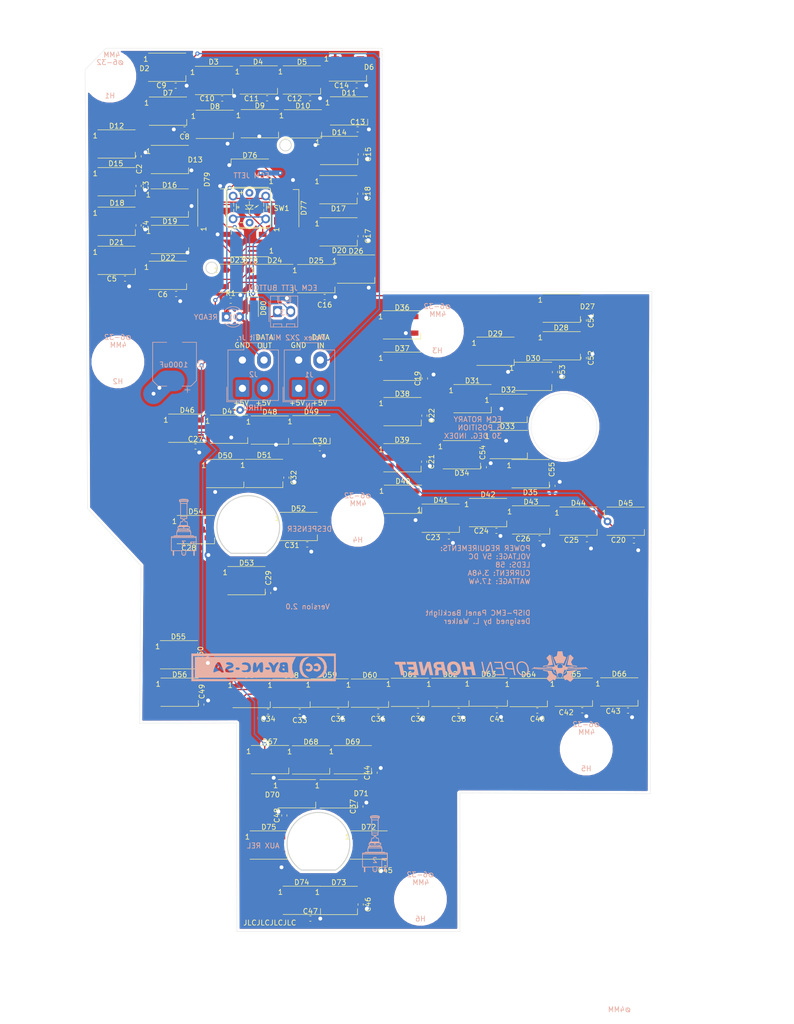
<source format=kicad_pcb>
(kicad_pcb (version 20171130) (host pcbnew "(5.1.10)-1")
  (layers (0 F.Cu signal) (31 B.Cu signal) (34 B.Paste user hide) (35 F.Paste user hide) (36 B.SilkS user) (37 F.SilkS user hide) (38 B.Mask user hide) (39 F.Mask user hide) (44 Edge.Cuts user))
  (net 0 "")
  (net 1 /LEDGND)
  (net 2 /LED+5V)
  (net 3 "Net-(D1-Pad1)")
  (net 4 "Net-(D2-Pad2)")
  (net 5 /DATAIN)
  (net 6 "Net-(D3-Pad2)")
  (net 7 "Net-(D4-Pad2)")
  (net 8 "Net-(D5-Pad2)")
  (net 9 "Net-(D6-Pad2)")
  (net 10 "Net-(D7-Pad2)")
  (net 11 "Net-(D8-Pad2)")
  (net 12 "Net-(D10-Pad4)")
  (net 13 "Net-(D10-Pad2)")
  (net 14 "Net-(D11-Pad2)")
  (net 15 "Net-(D12-Pad2)")
  (net 16 "Net-(D14-Pad2)")
  (net 17 "Net-(D15-Pad2)")
  (net 18 "Net-(D16-Pad2)")
  (net 19 "Net-(D17-Pad2)")
  (net 20 "Net-(D18-Pad2)")
  (net 21 "Net-(D19-Pad2)")
  (net 22 "Net-(D20-Pad2)")
  (net 23 "Net-(D21-Pad2)")
  (net 24 "Net-(D22-Pad2)")
  (net 25 "Net-(D23-Pad2)")
  (net 26 "Net-(D24-Pad2)")
  (net 27 "Net-(D26-Pad2)")
  (net 28 "Net-(D27-Pad2)")
  (net 29 "Net-(D28-Pad2)")
  (net 30 "Net-(D29-Pad2)")
  (net 31 "Net-(D30-Pad2)")
  (net 32 "Net-(D31-Pad2)")
  (net 33 "Net-(D32-Pad2)")
  (net 34 "Net-(D33-Pad2)")
  (net 35 "Net-(D34-Pad2)")
  (net 36 "Net-(D35-Pad2)")
  (net 37 "Net-(D36-Pad2)")
  (net 38 /DATAOUT)
  (net 39 "Net-(D38-Pad2)")
  (net 40 "Net-(D39-Pad2)")
  (net 41 "Net-(D40-Pad2)")
  (net 42 "Net-(D41-Pad2)")
  (net 43 "Net-(D42-Pad2)")
  (net 44 "Net-(D43-Pad2)")
  (net 45 "Net-(D44-Pad2)")
  (net 46 "Net-(D45-Pad2)")
  (net 47 "Net-(D46-Pad2)")
  (net 48 "Net-(D47-Pad2)")
  (net 49 "Net-(D48-Pad2)")
  (net 50 "Net-(D50-Pad2)")
  (net 51 "Net-(D51-Pad2)")
  (net 52 "Net-(D52-Pad2)")
  (net 53 "Net-(D53-Pad2)")
  (net 54 "Net-(D54-Pad2)")
  (net 55 "Net-(D55-Pad2)")
  (net 56 "Net-(D56-Pad2)")
  (net 57 "Net-(D57-Pad2)")
  (net 58 "Net-(D58-Pad2)")
  (net 59 "Net-(D59-Pad2)")
  (net 60 "Net-(D13-Pad2)")
  (net 61 "Net-(D25-Pad2)")
  (net 62 "Net-(D37-Pad2)")
  (net 63 "Net-(D49-Pad2)")
  (net 64 "Net-(D60-Pad2)")
  (net 65 "Net-(D61-Pad2)")
  (net 66 "Net-(D62-Pad2)")
  (net 67 "Net-(D63-Pad2)")
  (net 68 "Net-(D64-Pad2)")
  (net 69 "Net-(D65-Pad2)")
  (net 70 "Net-(D66-Pad2)")
  (net 71 "Net-(D67-Pad2)")
  (net 72 "Net-(D68-Pad2)")
  (net 73 "Net-(D69-Pad2)")
  (net 74 "Net-(D70-Pad2)")
  (net 75 "Net-(D71-Pad2)")
  (net 76 "Net-(D72-Pad2)")
  (net 77 "Net-(D73-Pad2)")
  (net 78 "Net-(D74-Pad2)")
  (net 79 "Net-(D75-Pad2)")
  (net 80 "Net-(D76-Pad2)")
  (net 81 "Net-(D77-Pad2)")
  (net 82 "Net-(D78-Pad2)")
  (net 83 /Column1)
  (net 84 "Net-(D80-Pad1)")
  (net 85 /Row1)
  (net 86 "Net-(SW1-Pad6)")
  (net 87 "Net-(SW1-Pad5)")
  (module Connector_Molex:Molex_KK-254_AE-6410-02A_1x02_P2.54mm_Vertical (layer B.Cu) (at 82.042 59.944)
    (fp_text reference J3 (at 1.34 0.25) (layer B.SilkS) (effects (justify mirror)))
    (fp_text value Conn_01x02_Female)
    (pad 2 thru_hole oval (at 2.54 0) (size 1.74 2.19) (drill 1.19) (layers *.Cu *.Mask) (net 85 /Row1))
    (pad 1 thru_hole roundrect (at 0 0) (size 1.74 2.19) (drill 1.19) (layers *.Cu *.Mask) (roundrect_rratio 0.143678) (net 83 /Column1))
  )
  (module Connector_Molex:Molex_Mini-Fit_Jr_5566-04A_2x02_P4.20mm_Vertical (layer B.Cu) (at 86.15 74.9)
    (fp_text reference J1 (at 2 -2.65) (layer B.SilkS) (effects (justify mirror)))
    (fp_text value Conn_01x04_Female)
    (pad 4 thru_hole oval (at 4.2 -5.5) (size 2.7 3.3) (drill 1.4) (layers *.Cu *.Mask) (net 5 /DATAIN))
    (pad 3 thru_hole oval (at 0 -5.5) (size 2.7 3.3) (drill 1.4) (layers *.Cu *.Mask) (net 1 /LEDGND))
    (pad 2 thru_hole oval (at 4.2 0) (size 2.7 3.3) (drill 1.4) (layers *.Cu *.Mask) (net 2 /LED+5V))
    (pad 1 thru_hole roundrect (at 0 0) (size 2.7 3.3) (drill 1.4) (layers *.Cu *.Mask) (roundrect_rratio 0.09300000000000001) (net 2 /LED+5V))
  )
  (module Connector_Molex:Molex_Mini-Fit_Jr_5566-04A_2x02_P4.20mm_Vertical (layer B.Cu) (at 75.2 74.9)
    (fp_text reference J2 (at 2.15 -2.7) (layer B.SilkS) (effects (justify mirror)))
    (fp_text value Conn_01x04_Female)
    (pad 4 thru_hole oval (at 4.2 -5.5) (size 2.7 3.3) (drill 1.4) (layers *.Cu *.Mask) (net 38 /DATAOUT))
    (pad 3 thru_hole oval (at 0 -5.5) (size 2.7 3.3) (drill 1.4) (layers *.Cu *.Mask) (net 1 /LEDGND))
    (pad 2 thru_hole oval (at 4.2 0) (size 2.7 3.3) (drill 1.4) (layers *.Cu *.Mask) (net 2 /LED+5V))
    (pad 1 thru_hole roundrect (at 0 0) (size 2.7 3.3) (drill 1.4) (layers *.Cu *.Mask) (roundrect_rratio 0.09300000000000001) (net 2 /LED+5V))
  )
  (module OH_General:OH_LOGO_37.7mm_5.9mm (layer B.Cu) (at 123.65 129 180)
    (fp_text reference G*** hide)
    (fp_text value LOGO hide)
  )
  (module OH_Backlighting:S2AL_Toggle_Silkscreen (layer F.Cu) (at 100.838 163.576)
    (fp_text reference G*** hide)
    (fp_text value "S2AL Toggle" hide)
    (fp_text user 2 (at 0.125 3.075) (layer B.SilkS) (effects (justify mirror)))
  )
  (module OH_General:CC-BY-NC-SA-Small (layer B.Cu) (at 79.4 129.15 180)
    (fp_text reference G*** hide)
    (fp_text value LOGO hide)
  )
  (module OH_Backlighting:S3AL_Toggle_Silkscreen (layer F.Cu) (at 63.65 102.05)
    (fp_text reference G1 hide)
    (fp_text value "S3AL Toggle" hide)
    (fp_text user 3 (at 0.125 3.075) (layer B.SilkS) (effects (justify mirror)))
  )
  (module OH_Backlighting:OH_Panel_6-32_PHS (layer F.Cu) (at 109.8296 174.244)
    (fp_text reference 6 hide)
    (fp_text value OH_Panel_Fastner_Keepout hide)
    (fp_text user 4MM (at 0.075 -3.275 180) (layer B.SilkS) (effects (justify mirror)))
    (fp_text user H6 (at 0 3.81) (layer B.SilkS) (effects (justify mirror)))
    (fp_text user ⌀6-32 (at 0 -4.8) (layer B.SilkS) (effects (justify mirror)))
    (pad "" np_thru_hole circle (at 0 0) (size 4.3 4.3) (drill 4.3) (layers *.Cu *.Mask) (clearance 3))
  )
  (module OH_Backlighting:OH_Panel_6-32_PHS (layer F.Cu) (at 142.0876 145.034)
    (fp_text reference 5 hide)
    (fp_text value OH_Panel_Fastner_Keepout hide)
    (fp_text user 4MM (at 0.075 -3.275 180) (layer B.SilkS) (effects (justify mirror)))
    (fp_text user H5 (at 0 3.81) (layer B.SilkS) (effects (justify mirror)))
    (fp_text user ⌀6-32 (at 0 -4.8) (layer B.SilkS) (effects (justify mirror)))
    (pad "" np_thru_hole circle (at 0 0) (size 4.3 4.3) (drill 4.3) (layers *.Cu *.Mask) (clearance 3))
  )
  (module OH_Backlighting:OH_Panel_6-32_PHS (layer F.Cu) (at 97.6376 100.5586)
    (fp_text reference 4 hide)
    (fp_text value OH_Panel_Fastner_Keepout hide)
    (fp_text user 4MM (at 0.075 -3.275 180) (layer B.SilkS) (effects (justify mirror)))
    (fp_text user H4 (at 0 3.81) (layer B.SilkS) (effects (justify mirror)))
    (fp_text user ⌀6-32 (at 0 -4.8) (layer B.SilkS) (effects (justify mirror)))
    (pad "" np_thru_hole circle (at 0 0) (size 4.3 4.3) (drill 4.3) (layers *.Cu *.Mask) (clearance 3))
  )
  (module OH_Backlighting:OH_Panel_6-32_PHS (layer F.Cu) (at 113.1316 63.754)
    (fp_text reference 3 hide)
    (fp_text value OH_Panel_Fastner_Keepout hide)
    (fp_text user 4MM (at 0.075 -3.275 180) (layer B.SilkS) (effects (justify mirror)))
    (fp_text user H3 (at 0 3.81) (layer B.SilkS) (effects (justify mirror)))
    (fp_text user ⌀6-32 (at 0 -4.8) (layer B.SilkS) (effects (justify mirror)))
    (pad "" np_thru_hole circle (at 0 0) (size 4.3 4.3) (drill 4.3) (layers *.Cu *.Mask) (clearance 3))
  )
  (module OH_Backlighting:OH_Panel_6-32_PHS (layer F.Cu) (at 50.9778 69.7484)
    (fp_text reference 3 hide)
    (fp_text value OH_Panel_Fastner_Keepout hide)
    (fp_text user 4MM (at 0.075 -3.275 180) (layer B.SilkS) (effects (justify mirror)))
    (fp_text user H2 (at 0 3.81) (layer B.SilkS) (effects (justify mirror)))
    (fp_text user ⌀6-32 (at 0 -4.8) (layer B.SilkS) (effects (justify mirror)))
    (pad "" np_thru_hole circle (at 0 0) (size 4.3 4.3) (drill 4.3) (layers *.Cu *.Mask) (clearance 3))
  )
  (module OH_Backlighting:OH_Panel_6-32_PHS (layer F.Cu) (at 49.403 14.1986)
    (fp_text reference 1 hide)
    (fp_text value OH_Panel_Fastner_Keepout hide)
    (fp_text user 4MM (at 0.397 -4.1486 180) (layer B.SilkS) (effects (justify mirror)))
    (fp_text user H1 (at 0 3.81) (layer B.SilkS) (effects (justify mirror)))
    (fp_text user ⌀6-32 (at 0.097 -2.6986) (layer B.SilkS) (effects (justify mirror)))
    (pad "" np_thru_hole circle (at 0 0) (size 4.3 4.3) (drill 4.3) (layers *.Cu *.Mask) (clearance 3))
  )
  (module Capacitor_SMD:C_0603_1608Metric (layer F.Cu) (at 135.5 93.8625 90)
    (fp_text reference C55 (at 3.1845 -0.118 90) (layer F.SilkS))
    (fp_text value C)
    (pad 2 smd roundrect (at 0.7875 0 90) (size 0.875 0.95) (layers F.Cu F.Paste F.Mask) (net 1 /LEDGND))
    (pad 1 smd roundrect (at -0.7875 0 90) (size 0.875 0.95) (layers F.Cu F.Paste F.Mask) (net 2 /LED+5V))
  )
  (module Capacitor_SMD:C_0603_1608Metric (layer F.Cu) (at 122.15 90.2375 90)
    (fp_text reference C54 (at 2.8615 -0.23 90) (layer F.SilkS))
    (fp_text value C)
    (pad 2 smd roundrect (at 0.7875 0 90) (size 0.875 0.95) (layers F.Cu F.Paste F.Mask) (net 1 /LEDGND))
    (pad 1 smd roundrect (at -0.7875 0 90) (size 0.875 0.95) (layers F.Cu F.Paste F.Mask) (net 2 /LED+5V))
  )
  (module Capacitor_SMD:C_0603_1608Metric (layer F.Cu) (at 136 71.7375 270)
    (fp_text reference C53 (at 0 -1.43 90) (layer F.SilkS))
    (fp_text value C)
    (pad 2 smd roundrect (at 0.7875 0 270) (size 0.875 0.95) (layers F.Cu F.Paste F.Mask) (net 1 /LEDGND))
    (pad 1 smd roundrect (at -0.7875 0 270) (size 0.875 0.95) (layers F.Cu F.Paste F.Mask) (net 2 /LED+5V))
  )
  (module Capacitor_SMD:C_0603_1608Metric (layer F.Cu) (at 141.6 69 90)
    (fp_text reference C52 (at 0 1.402 90) (layer F.SilkS))
    (fp_text value C)
    (pad 2 smd roundrect (at 0.7875 0 90) (size 0.875 0.95) (layers F.Cu F.Paste F.Mask) (net 1 /LEDGND))
    (pad 1 smd roundrect (at -0.7875 0 90) (size 0.875 0.95) (layers F.Cu F.Paste F.Mask) (net 2 /LED+5V))
  )
  (module Capacitor_SMD:C_0603_1608Metric (layer F.Cu) (at 141.6 61.7 90)
    (fp_text reference C51 (at 0 1.402 90) (layer F.SilkS))
    (fp_text value C)
    (pad 2 smd roundrect (at 0.7875 0 90) (size 0.875 0.95) (layers F.Cu F.Paste F.Mask) (net 1 /LEDGND))
    (pad 1 smd roundrect (at -0.7875 0 90) (size 0.875 0.95) (layers F.Cu F.Paste F.Mask) (net 2 /LED+5V))
  )
  (module Capacitor_SMD:C_0603_1608Metric (layer F.Cu) (at 67.1 129.0625 90)
    (fp_text reference C50 (at 2.5705 -0.044 90) (layer F.SilkS))
    (fp_text value C)
    (pad 2 smd roundrect (at 0.7875 0 90) (size 0.875 0.95) (layers F.Cu F.Paste F.Mask) (net 1 /LEDGND))
    (pad 1 smd roundrect (at -0.7875 0 90) (size 0.875 0.95) (layers F.Cu F.Paste F.Mask) (net 2 /LED+5V))
  )
  (module Capacitor_SMD:C_0603_1608Metric (layer F.Cu) (at 67.2 136.3875 90)
    (fp_text reference C49 (at 2.5295 0.11 90) (layer F.SilkS))
    (fp_text value C)
    (pad 2 smd roundrect (at 0.7875 0 90) (size 0.875 0.95) (layers F.Cu F.Paste F.Mask) (net 1 /LEDGND))
    (pad 1 smd roundrect (at -0.7875 0 90) (size 0.875 0.95) (layers F.Cu F.Paste F.Mask) (net 2 /LED+5V))
  )
  (module Capacitor_SMD:C_0603_1608Metric (layer F.Cu) (at 83.35 157.95 90)
    (fp_text reference C48 (at 0 -1.43 90) (layer F.SilkS))
    (fp_text value C)
    (pad 2 smd roundrect (at 0.7875 0 90) (size 0.875 0.95) (layers F.Cu F.Paste F.Mask) (net 1 /LEDGND))
    (pad 1 smd roundrect (at -0.7875 0 90) (size 0.875 0.95) (layers F.Cu F.Paste F.Mask) (net 2 /LED+5V))
  )
  (module Capacitor_SMD:C_0603_1608Metric (layer F.Cu) (at 88.4125 178)
    (fp_text reference C47 (at 0 -1.43) (layer F.SilkS))
    (fp_text value C)
    (pad 2 smd roundrect (at 0.7875 0) (size 0.875 0.95) (layers F.Cu F.Paste F.Mask) (net 1 /LEDGND))
    (pad 1 smd roundrect (at -0.7875 0) (size 0.875 0.95) (layers F.Cu F.Paste F.Mask) (net 2 /LED+5V))
  )
  (module Capacitor_SMD:C_0603_1608Metric (layer F.Cu) (at 98.2 175.2625 270)
    (fp_text reference C46 (at 0 -1.43 90) (layer F.SilkS))
    (fp_text value C)
    (pad 2 smd roundrect (at 0.7875 0 270) (size 0.875 0.95) (layers F.Cu F.Paste F.Mask) (net 1 /LEDGND))
    (pad 1 smd roundrect (at -0.7875 0 270) (size 0.875 0.95) (layers F.Cu F.Paste F.Mask) (net 2 /LED+5V))
  )
  (module Capacitor_SMD:C_0603_1608Metric (layer F.Cu) (at 102.9875 167.2 180)
    (fp_text reference C45 (at 0 -1.43) (layer F.SilkS))
    (fp_text value C)
    (pad 2 smd roundrect (at 0.7875 0 180) (size 0.875 0.95) (layers F.Cu F.Paste F.Mask) (net 1 /LEDGND))
    (pad 1 smd roundrect (at -0.7875 0 180) (size 0.875 0.95) (layers F.Cu F.Paste F.Mask) (net 2 /LED+5V))
  )
  (module Capacitor_SMD:C_0603_1608Metric (layer F.Cu) (at 100.9 149.6375 90)
    (fp_text reference C44 (at 0 -1.43 90) (layer F.SilkS))
    (fp_text value C)
    (pad 2 smd roundrect (at 0.7875 0 90) (size 0.875 0.95) (layers F.Cu F.Paste F.Mask) (net 1 /LEDGND))
    (pad 1 smd roundrect (at -0.7875 0 90) (size 0.875 0.95) (layers F.Cu F.Paste F.Mask) (net 2 /LED+5V))
  )
  (module Capacitor_SMD:C_0603_1608Metric (layer F.Cu) (at 150.2125 137.55)
    (fp_text reference C43 (at -2.8925 0.118) (layer F.SilkS))
    (fp_text value C)
    (pad 2 smd roundrect (at 0.7875 0) (size 0.875 0.95) (layers F.Cu F.Paste F.Mask) (net 1 /LEDGND))
    (pad 1 smd roundrect (at -0.7875 0) (size 0.875 0.95) (layers F.Cu F.Paste F.Mask) (net 2 /LED+5V))
  )
  (module Capacitor_SMD:C_0603_1608Metric (layer F.Cu) (at 141.3125 137.5)
    (fp_text reference C42 (at -3.1365 0.422) (layer F.SilkS))
    (fp_text value C)
    (pad 2 smd roundrect (at 0.7875 0) (size 0.875 0.95) (layers F.Cu F.Paste F.Mask) (net 1 /LEDGND))
    (pad 1 smd roundrect (at -0.7875 0) (size 0.875 0.95) (layers F.Cu F.Paste F.Mask) (net 2 /LED+5V))
  )
  (module Capacitor_SMD:C_0603_1608Metric (layer F.Cu) (at 124.7125 137.5)
    (fp_text reference C41 (at 0.0015 1.692) (layer F.SilkS))
    (fp_text value C)
    (pad 2 smd roundrect (at 0.7875 0) (size 0.875 0.95) (layers F.Cu F.Paste F.Mask) (net 1 /LEDGND))
    (pad 1 smd roundrect (at -0.7875 0) (size 0.875 0.95) (layers F.Cu F.Paste F.Mask) (net 2 /LED+5V))
  )
  (module Capacitor_SMD:C_0603_1608Metric (layer F.Cu) (at 132.5625 137.55)
    (fp_text reference C40 (at 0.0255 1.642) (layer F.SilkS))
    (fp_text value C)
    (pad 2 smd roundrect (at 0.7875 0) (size 0.875 0.95) (layers F.Cu F.Paste F.Mask) (net 1 /LEDGND))
    (pad 1 smd roundrect (at -0.7875 0) (size 0.875 0.95) (layers F.Cu F.Paste F.Mask) (net 2 /LED+5V))
  )
  (module Capacitor_SMD:C_0603_1608Metric (layer F.Cu) (at 109.35 137.6)
    (fp_text reference C39 (at 0 1.592) (layer F.SilkS))
    (fp_text value C)
    (pad 2 smd roundrect (at 0.7875 0) (size 0.875 0.95) (layers F.Cu F.Paste F.Mask) (net 1 /LEDGND))
    (pad 1 smd roundrect (at -0.7875 0) (size 0.875 0.95) (layers F.Cu F.Paste F.Mask) (net 2 /LED+5V))
  )
  (module Capacitor_SMD:C_0603_1608Metric (layer F.Cu) (at 117.2625 137.6)
    (fp_text reference C38 (at 0 1.592) (layer F.SilkS))
    (fp_text value C)
    (pad 2 smd roundrect (at 0.7875 0) (size 0.875 0.95) (layers F.Cu F.Paste F.Mask) (net 1 /LEDGND))
    (pad 1 smd roundrect (at -0.7875 0) (size 0.875 0.95) (layers F.Cu F.Paste F.Mask) (net 2 /LED+5V))
  )
  (module Capacitor_SMD:C_0603_1608Metric (layer F.Cu) (at 98.15 156.2125 90)
    (fp_text reference C37 (at 0 -1.43 90) (layer F.SilkS))
    (fp_text value C)
    (pad 2 smd roundrect (at 0.7875 0 90) (size 0.875 0.95) (layers F.Cu F.Paste F.Mask) (net 1 /LEDGND))
    (pad 1 smd roundrect (at -0.7875 0 90) (size 0.875 0.95) (layers F.Cu F.Paste F.Mask) (net 2 /LED+5V))
  )
  (module Capacitor_SMD:C_0603_1608Metric (layer F.Cu) (at 133.0125 104.05)
    (fp_text reference C26 (at -3.2185 0.09) (layer F.SilkS))
    (fp_text value C)
    (pad 2 smd roundrect (at 0.7875 0) (size 0.875 0.95) (layers F.Cu F.Paste F.Mask) (net 1 /LEDGND))
    (pad 1 smd roundrect (at -0.7875 0) (size 0.875 0.95) (layers F.Cu F.Paste F.Mask) (net 2 /LED+5V))
  )
  (module Capacitor_SMD:C_0603_1608Metric (layer F.Cu) (at 115.3625 103.7)
    (fp_text reference C23 (at -3.0945 0.186) (layer F.SilkS))
    (fp_text value C)
    (pad 2 smd roundrect (at 0.7875 0) (size 0.875 0.95) (layers F.Cu F.Paste F.Mask) (net 1 /LEDGND))
    (pad 1 smd roundrect (at -0.7875 0) (size 0.875 0.95) (layers F.Cu F.Paste F.Mask) (net 2 /LED+5V))
  )
  (module Capacitor_SMD:C_0603_1608Metric (layer F.Cu) (at 101.6125 137.7)
    (fp_text reference C36 (at 0 1.492) (layer F.SilkS))
    (fp_text value C)
    (pad 2 smd roundrect (at 0.7875 0) (size 0.875 0.95) (layers F.Cu F.Paste F.Mask) (net 1 /LEDGND))
    (pad 1 smd roundrect (at -0.7875 0) (size 0.875 0.95) (layers F.Cu F.Paste F.Mask) (net 2 /LED+5V))
  )
  (module Capacitor_SMD:C_0603_1608Metric (layer F.Cu) (at 93.8125 137.65)
    (fp_text reference C35 (at 0 1.542) (layer F.SilkS))
    (fp_text value C)
    (pad 2 smd roundrect (at 0.7875 0) (size 0.875 0.95) (layers F.Cu F.Paste F.Mask) (net 1 /LEDGND))
    (pad 1 smd roundrect (at -0.7875 0) (size 0.875 0.95) (layers F.Cu F.Paste F.Mask) (net 2 /LED+5V))
  )
  (module Capacitor_SMD:C_0603_1608Metric (layer F.Cu) (at 80.1875 137.75 180)
    (fp_text reference C34 (at 0 -1.43) (layer F.SilkS))
    (fp_text value C)
    (pad 2 smd roundrect (at 0.7875 0 180) (size 0.875 0.95) (layers F.Cu F.Paste F.Mask) (net 1 /LEDGND))
    (pad 1 smd roundrect (at -0.7875 0 180) (size 0.875 0.95) (layers F.Cu F.Paste F.Mask) (net 2 /LED+5V))
  )
  (module Capacitor_SMD:C_0603_1608Metric (layer F.Cu) (at 86.35 137.75)
    (fp_text reference C33 (at 0.01 1.696) (layer F.SilkS))
    (fp_text value C)
    (pad 2 smd roundrect (at 0.7875 0) (size 0.875 0.95) (layers F.Cu F.Paste F.Mask) (net 1 /LEDGND))
    (pad 1 smd roundrect (at -0.7875 0) (size 0.875 0.95) (layers F.Cu F.Paste F.Mask) (net 2 /LED+5V))
  )
  (module Capacitor_SMD:C_0603_1608Metric (layer F.Cu) (at 83.75 92.2625 270)
    (fp_text reference C32 (at 0 -1.43 90) (layer F.SilkS))
    (fp_text value C)
    (pad 2 smd roundrect (at 0.7875 0 270) (size 0.875 0.95) (layers F.Cu F.Paste F.Mask) (net 1 /LEDGND))
    (pad 1 smd roundrect (at -0.7875 0 270) (size 0.875 0.95) (layers F.Cu F.Paste F.Mask) (net 2 /LED+5V))
  )
  (module Capacitor_SMD:C_0603_1608Metric (layer F.Cu) (at 87.8125 105.25)
    (fp_text reference C31 (at -2.9765 0.16) (layer F.SilkS))
    (fp_text value C)
    (pad 2 smd roundrect (at 0.7875 0) (size 0.875 0.95) (layers F.Cu F.Paste F.Mask) (net 1 /LEDGND))
    (pad 1 smd roundrect (at -0.7875 0) (size 0.875 0.95) (layers F.Cu F.Paste F.Mask) (net 2 /LED+5V))
  )
  (module Capacitor_SMD:C_0603_1608Metric (layer F.Cu) (at 90.2625 86.55)
    (fp_text reference C30 (at 0 -1.43) (layer F.SilkS))
    (fp_text value C)
    (pad 2 smd roundrect (at 0.7875 0) (size 0.875 0.95) (layers F.Cu F.Paste F.Mask) (net 1 /LEDGND))
    (pad 1 smd roundrect (at -0.7875 0) (size 0.875 0.95) (layers F.Cu F.Paste F.Mask) (net 2 /LED+5V))
  )
  (module Capacitor_SMD:C_0603_1608Metric (layer F.Cu) (at 80.2 114.6875 90)
    (fp_text reference C29 (at 2.9275 0.064 90) (layer F.SilkS))
    (fp_text value C)
    (pad 2 smd roundrect (at 0.7875 0 90) (size 0.875 0.95) (layers F.Cu F.Paste F.Mask) (net 1 /LEDGND))
    (pad 1 smd roundrect (at -0.7875 0 90) (size 0.875 0.95) (layers F.Cu F.Paste F.Mask) (net 2 /LED+5V))
  )
  (module Capacitor_SMD:C_0603_1608Metric (layer F.Cu) (at 67.7625 105.9)
    (fp_text reference C28 (at -2.9925 0.018) (layer F.SilkS))
    (fp_text value C)
    (pad 2 smd roundrect (at 0.7875 0) (size 0.875 0.95) (layers F.Cu F.Paste F.Mask) (net 1 /LEDGND))
    (pad 1 smd roundrect (at -0.7875 0) (size 0.875 0.95) (layers F.Cu F.Paste F.Mask) (net 2 /LED+5V))
  )
  (module Capacitor_SMD:C_0603_1608Metric (layer F.Cu) (at 66.0625 86.2)
    (fp_text reference C27 (at 0 -1.43) (layer F.SilkS))
    (fp_text value C)
    (pad 2 smd roundrect (at 0.7875 0) (size 0.875 0.95) (layers F.Cu F.Paste F.Mask) (net 1 /LEDGND))
    (pad 1 smd roundrect (at -0.7875 0) (size 0.875 0.95) (layers F.Cu F.Paste F.Mask) (net 2 /LED+5V))
  )
  (module Capacitor_SMD:C_0603_1608Metric (layer F.Cu) (at 142.2125 104.25)
    (fp_text reference C25 (at -3.0205 0.144) (layer F.SilkS))
    (fp_text value C)
    (pad 2 smd roundrect (at 0.7875 0) (size 0.875 0.95) (layers F.Cu F.Paste F.Mask) (net 1 /LEDGND))
    (pad 1 smd roundrect (at -0.7875 0) (size 0.875 0.95) (layers F.Cu F.Paste F.Mask) (net 2 /LED+5V))
  )
  (module Capacitor_SMD:C_0603_1608Metric (layer F.Cu) (at 124.6125 102.6)
    (fp_text reference C24 (at -2.9465 0.016) (layer F.SilkS))
    (fp_text value C)
    (pad 2 smd roundrect (at 0.7875 0) (size 0.875 0.95) (layers F.Cu F.Paste F.Mask) (net 1 /LEDGND))
    (pad 1 smd roundrect (at -0.7875 0) (size 0.875 0.95) (layers F.Cu F.Paste F.Mask) (net 2 /LED+5V))
  )
  (module Capacitor_SMD:C_0603_1608Metric (layer F.Cu) (at 110.6 80.2125 270)
    (fp_text reference C22 (at 0 -1.43 90) (layer F.SilkS))
    (fp_text value C)
    (pad 2 smd roundrect (at 0.7875 0 270) (size 0.875 0.95) (layers F.Cu F.Paste F.Mask) (net 1 /LEDGND))
    (pad 1 smd roundrect (at -0.7875 0 270) (size 0.875 0.95) (layers F.Cu F.Paste F.Mask) (net 2 /LED+5V))
  )
  (module Capacitor_SMD:C_0603_1608Metric (layer F.Cu) (at 110.55 89.1625 270)
    (fp_text reference C21 (at 0 -1.43 90) (layer F.SilkS))
    (fp_text value C)
    (pad 2 smd roundrect (at 0.7875 0 270) (size 0.875 0.95) (layers F.Cu F.Paste F.Mask) (net 1 /LEDGND))
    (pad 1 smd roundrect (at -0.7875 0 270) (size 0.875 0.95) (layers F.Cu F.Paste F.Mask) (net 2 /LED+5V))
  )
  (module Capacitor_SMD:C_0603_1608Metric (layer F.Cu) (at 151.3625 104.5)
    (fp_text reference C20 (at -3.0265 -0.106) (layer F.SilkS))
    (fp_text value C)
    (pad 2 smd roundrect (at 0.7875 0) (size 0.875 0.95) (layers F.Cu F.Paste F.Mask) (net 1 /LEDGND))
    (pad 1 smd roundrect (at -0.7875 0) (size 0.875 0.95) (layers F.Cu F.Paste F.Mask) (net 2 /LED+5V))
  )
  (module Diode_SMD:D_SOD-123 (layer F.Cu) (at 77.3 59.3 270)
    (fp_text reference D80 (at 0 -2 90) (layer F.SilkS))
    (fp_text value D)
    (pad 2 smd rect (at 1.65 0 270) (size 0.9 1.2) (layers F.Cu F.Paste F.Mask) (net 83 /Column1))
    (pad 1 smd rect (at -1.65 0 270) (size 0.9 1.2) (layers F.Cu F.Paste F.Mask) (net 84 "Net-(D80-Pad1)"))
  )
  (module Resistor_SMD:R_0603_1608Metric (layer F.Cu) (at 72.9125 57.85)
    (fp_text reference R1 (at 0 -1.43) (layer F.SilkS))
    (fp_text value R)
    (pad 2 smd roundrect (at 0.7875 0) (size 0.875 0.95) (layers F.Cu F.Paste F.Mask) (net 1 /LEDGND))
    (pad 1 smd roundrect (at -0.7875 0) (size 0.875 0.95) (layers F.Cu F.Paste F.Mask) (net 3 "Net-(D1-Pad1)"))
  )
  (module Capacitor_SMD:C_0603_1608Metric (layer F.Cu) (at 110.7 72.9875 90)
    (fp_text reference C19 (at 0 -1.43 90) (layer F.SilkS))
    (fp_text value C)
    (pad 2 smd roundrect (at 0.7875 0 90) (size 0.875 0.95) (layers F.Cu F.Paste F.Mask) (net 1 /LEDGND))
    (pad 1 smd roundrect (at -0.7875 0 90) (size 0.875 0.95) (layers F.Cu F.Paste F.Mask) (net 2 /LED+5V))
  )
  (module Capacitor_SMD:C_0603_1608Metric (layer F.Cu) (at 98.15 37.0625 270)
    (fp_text reference C18 (at 0 -1.43 90) (layer F.SilkS))
    (fp_text value C)
    (pad 2 smd roundrect (at 0.7875 0 270) (size 0.875 0.95) (layers F.Cu F.Paste F.Mask) (net 1 /LEDGND))
    (pad 1 smd roundrect (at -0.7875 0 270) (size 0.875 0.95) (layers F.Cu F.Paste F.Mask) (net 2 /LED+5V))
  )
  (module Capacitor_SMD:C_0603_1608Metric (layer F.Cu) (at 98.2 45.3125 270)
    (fp_text reference C17 (at 0 -1.43 90) (layer F.SilkS))
    (fp_text value C)
    (pad 2 smd roundrect (at 0.7875 0 270) (size 0.875 0.95) (layers F.Cu F.Paste F.Mask) (net 1 /LEDGND))
    (pad 1 smd roundrect (at -0.7875 0 270) (size 0.875 0.95) (layers F.Cu F.Paste F.Mask) (net 2 /LED+5V))
  )
  (module Capacitor_SMD:C_0603_1608Metric (layer F.Cu) (at 91.2 57.15)
    (fp_text reference C16 (at 0 1.524) (layer F.SilkS))
    (fp_text value C)
    (pad 2 smd roundrect (at 0.7875 0) (size 0.875 0.95) (layers F.Cu F.Paste F.Mask) (net 1 /LEDGND))
    (pad 1 smd roundrect (at -0.7875 0) (size 0.875 0.95) (layers F.Cu F.Paste F.Mask) (net 2 /LED+5V))
  )
  (module Capacitor_SMD:C_0603_1608Metric (layer F.Cu) (at 98.25 29.4125 270)
    (fp_text reference C15 (at 0 -1.43 90) (layer F.SilkS))
    (fp_text value C)
    (pad 2 smd roundrect (at 0.7875 0 270) (size 0.875 0.95) (layers F.Cu F.Paste F.Mask) (net 1 /LEDGND))
    (pad 1 smd roundrect (at -0.7875 0 270) (size 0.875 0.95) (layers F.Cu F.Paste F.Mask) (net 2 /LED+5V))
  )
  (module Capacitor_SMD:C_0603_1608Metric (layer F.Cu) (at 97.4125 16)
    (fp_text reference C14 (at -2.9245 0.002) (layer F.SilkS))
    (fp_text value C)
    (pad 2 smd roundrect (at 0.7875 0) (size 0.875 0.95) (layers F.Cu F.Paste F.Mask) (net 1 /LEDGND))
    (pad 1 smd roundrect (at -0.7875 0) (size 0.875 0.95) (layers F.Cu F.Paste F.Mask) (net 2 /LED+5V))
  )
  (module Capacitor_SMD:C_0603_1608Metric (layer F.Cu) (at 97.6125 24.55)
    (fp_text reference C13 (at 0 -1.43) (layer F.SilkS))
    (fp_text value C)
    (pad 2 smd roundrect (at 0.7875 0) (size 0.875 0.95) (layers F.Cu F.Paste F.Mask) (net 1 /LEDGND))
    (pad 1 smd roundrect (at -0.7875 0) (size 0.875 0.95) (layers F.Cu F.Paste F.Mask) (net 2 /LED+5V))
  )
  (module Capacitor_SMD:C_0603_1608Metric (layer F.Cu) (at 88.3625 18.5)
    (fp_text reference C12 (at -3.0185 0.042) (layer F.SilkS))
    (fp_text value C)
    (pad 2 smd roundrect (at 0.7875 0) (size 0.875 0.95) (layers F.Cu F.Paste F.Mask) (net 1 /LEDGND))
    (pad 1 smd roundrect (at -0.7875 0) (size 0.875 0.95) (layers F.Cu F.Paste F.Mask) (net 2 /LED+5V))
  )
  (module Capacitor_SMD:C_0603_1608Metric (layer F.Cu) (at 80 18.5)
    (fp_text reference C11 (at -3.038 0.042) (layer F.SilkS))
    (fp_text value C)
    (pad 2 smd roundrect (at 0.7875 0) (size 0.875 0.95) (layers F.Cu F.Paste F.Mask) (net 1 /LEDGND))
    (pad 1 smd roundrect (at -0.7875 0) (size 0.875 0.95) (layers F.Cu F.Paste F.Mask) (net 2 /LED+5V))
  )
  (module Capacitor_SMD:C_0603_1608Metric (layer F.Cu) (at 71.2625 18.55)
    (fp_text reference C10 (at -2.9365 -0.008) (layer F.SilkS))
    (fp_text value C)
    (pad 2 smd roundrect (at 0.7875 0) (size 0.875 0.95) (layers F.Cu F.Paste F.Mask) (net 1 /LEDGND))
    (pad 1 smd roundrect (at -0.7875 0) (size 0.875 0.95) (layers F.Cu F.Paste F.Mask) (net 2 /LED+5V))
  )
  (module Capacitor_SMD:C_0603_1608Metric (layer F.Cu) (at 62.2125 16.05)
    (fp_text reference C9 (at -2.7765 -0.048) (layer F.SilkS))
    (fp_text value C)
    (pad 2 smd roundrect (at 0.7875 0) (size 0.875 0.95) (layers F.Cu F.Paste F.Mask) (net 1 /LEDGND))
    (pad 1 smd roundrect (at -0.7875 0) (size 0.875 0.95) (layers F.Cu F.Paste F.Mask) (net 2 /LED+5V))
  )
  (module Capacitor_SMD:C_0603_1608Metric (layer F.Cu) (at 63.9375 24.55 180)
    (fp_text reference C8 (at 0 -1.43) (layer F.SilkS))
    (fp_text value C)
    (pad 2 smd roundrect (at 0.7875 0 180) (size 0.875 0.95) (layers F.Cu F.Paste F.Mask) (net 1 /LEDGND))
    (pad 1 smd roundrect (at -0.7875 0 180) (size 0.875 0.95) (layers F.Cu F.Paste F.Mask) (net 2 /LED+5V))
  )
  (module Capacitor_SMD:C_0603_1608Metric (layer F.Cu) (at 62.3125 56.55)
    (fp_text reference C6 (at -2.6225 0.092) (layer F.SilkS))
    (fp_text value C)
    (pad 2 smd roundrect (at 0.7875 0) (size 0.875 0.95) (layers F.Cu F.Paste F.Mask) (net 1 /LEDGND))
    (pad 1 smd roundrect (at -0.7875 0) (size 0.875 0.95) (layers F.Cu F.Paste F.Mask) (net 2 /LED+5V))
  )
  (module Capacitor_SMD:C_0603_1608Metric (layer F.Cu) (at 52.3625 53.55)
    (fp_text reference C5 (at -2.5785 0.044) (layer F.SilkS))
    (fp_text value C)
    (pad 2 smd roundrect (at 0.7875 0) (size 0.875 0.95) (layers F.Cu F.Paste F.Mask) (net 1 /LEDGND))
    (pad 1 smd roundrect (at -0.7875 0) (size 0.875 0.95) (layers F.Cu F.Paste F.Mask) (net 2 /LED+5V))
  )
  (module Capacitor_SMD:C_0603_1608Metric (layer F.Cu) (at 55 43.2125 270)
    (fp_text reference C4 (at 0 -1.43 90) (layer F.SilkS))
    (fp_text value C)
    (pad 2 smd roundrect (at 0.7875 0 270) (size 0.875 0.95) (layers F.Cu F.Paste F.Mask) (net 1 /LEDGND))
    (pad 1 smd roundrect (at -0.7875 0 270) (size 0.875 0.95) (layers F.Cu F.Paste F.Mask) (net 2 /LED+5V))
  )
  (module Capacitor_SMD:C_0603_1608Metric (layer F.Cu) (at 55 35.5375 270)
    (fp_text reference C3 (at 0 -1.43 90) (layer F.SilkS))
    (fp_text value C)
    (pad 2 smd roundrect (at 0.7875 0 270) (size 0.875 0.95) (layers F.Cu F.Paste F.Mask) (net 1 /LEDGND))
    (pad 1 smd roundrect (at -0.7875 0 270) (size 0.875 0.95) (layers F.Cu F.Paste F.Mask) (net 2 /LED+5V))
  )
  (module Capacitor_SMD:C_0603_1608Metric (layer F.Cu) (at 55 29.7875 90)
    (fp_text reference C2 (at -2.4705 0.118 90) (layer F.SilkS))
    (fp_text value C)
    (pad 2 smd roundrect (at 0.7875 0 90) (size 0.875 0.95) (layers F.Cu F.Paste F.Mask) (net 1 /LEDGND))
    (pad 1 smd roundrect (at -0.7875 0 90) (size 0.875 0.95) (layers F.Cu F.Paste F.Mask) (net 2 /LED+5V))
  )
  (module PT_Library_v001:PT_Small_Tactile_Switch_With_LED (layer F.Cu) (at 76.5556 39.8018)
    (fp_text reference SW1 (at 6.2484 0.0762) (layer F.SilkS))
    (fp_text value PT_Tactile_Switch_Led)
    (fp_text user - (at -1.42 2.81) (layer F.SilkS))
    (fp_text user + (at -1.524 -3.048) (layer F.SilkS))
    (pad 6 thru_hole circle (at 0.04 2.87) (size 1.524 1.524) (drill 0.762) (layers *.Cu *.Mask) (net 86 "Net-(SW1-Pad6)"))
    (pad 5 thru_hole circle (at 0 -2.921) (size 1.524 1.524) (drill 0.762) (layers *.Cu *.Mask) (net 87 "Net-(SW1-Pad5)"))
    (pad 4 thru_hole circle (at 3.175 2.159) (size 1.7 1.7) (drill 1) (layers *.Cu *.Mask) (net 85 /Row1))
    (pad 3 thru_hole circle (at -3.175 2.159) (size 1.7 1.7) (drill 1) (layers *.Cu *.Mask) (net 85 /Row1))
    (pad 2 thru_hole circle (at 3.175 -2.286) (size 1.7 1.7) (drill 1) (layers *.Cu *.Mask) (net 84 "Net-(D80-Pad1)"))
    (pad 1 thru_hole circle (at -3.175 -2.286) (size 1.7 1.7) (drill 1) (layers *.Cu *.Mask) (net 84 "Net-(D80-Pad1)"))
  )
  (module LED_SMD:LED_WS2812B_PLCC4_5.0x5.0mm_P3.2mm (layer F.Cu) (at 69.2656 39.7648 90)
    (fp_text reference D79 (at 5.4748 -0.9396 90) (layer F.SilkS))
    (fp_text value WS2812B)
    (fp_text user 1 (at -4.15 -1.6 90) (layer F.SilkS))
    (pad 1 smd rect (at -2.45 -1.6 90) (size 1.5 1) (layers F.Cu F.Paste F.Mask) (net 2 /LED+5V))
    (pad 2 smd rect (at -2.45 1.6 90) (size 1.5 1) (layers F.Cu F.Paste F.Mask) (net 38 /DATAOUT))
    (pad 4 smd rect (at 2.45 -1.6 90) (size 1.5 1) (layers F.Cu F.Paste F.Mask) (net 82 "Net-(D78-Pad2)"))
    (pad 3 smd rect (at 2.45 1.6 90) (size 1.5 1) (layers F.Cu F.Paste F.Mask) (net 1 /LEDGND))
  )
  (module LED_SMD:LED_WS2812B_PLCC4_5.0x5.0mm_P3.2mm (layer F.Cu) (at 76.6942 46.558 180)
    (fp_text reference D78 (at -0.0704 -3.535) (layer F.SilkS))
    (fp_text value WS2812B)
    (fp_text user 1 (at -4.15 -1.6) (layer F.SilkS))
    (pad 1 smd rect (at -2.45 -1.6 180) (size 1.5 1) (layers F.Cu F.Paste F.Mask) (net 2 /LED+5V))
    (pad 2 smd rect (at -2.45 1.6 180) (size 1.5 1) (layers F.Cu F.Paste F.Mask) (net 82 "Net-(D78-Pad2)"))
    (pad 4 smd rect (at 2.45 -1.6 180) (size 1.5 1) (layers F.Cu F.Paste F.Mask) (net 81 "Net-(D77-Pad2)"))
    (pad 3 smd rect (at 2.45 1.6 180) (size 1.5 1) (layers F.Cu F.Paste F.Mask) (net 1 /LEDGND))
  )
  (module LED_SMD:LED_WS2812B_PLCC4_5.0x5.0mm_P3.2mm (layer F.Cu) (at 83.4388 39.8896 90)
    (fp_text reference D77 (at 0.0624 3.7086 90) (layer F.SilkS))
    (fp_text value WS2812B)
    (fp_text user 1 (at -4.15 -1.6 90) (layer F.SilkS))
    (pad 1 smd rect (at -2.45 -1.6 90) (size 1.5 1) (layers F.Cu F.Paste F.Mask) (net 2 /LED+5V))
    (pad 2 smd rect (at -2.45 1.6 90) (size 1.5 1) (layers F.Cu F.Paste F.Mask) (net 81 "Net-(D77-Pad2)"))
    (pad 4 smd rect (at 2.45 -1.6 90) (size 1.5 1) (layers F.Cu F.Paste F.Mask) (net 80 "Net-(D76-Pad2)"))
    (pad 3 smd rect (at 2.45 1.6 90) (size 1.5 1) (layers F.Cu F.Paste F.Mask) (net 1 /LEDGND))
  )
  (module LED_SMD:LED_WS2812B_PLCC4_5.0x5.0mm_P3.2mm (layer F.Cu) (at 76.6434 33.0452 180)
    (fp_text reference D76 (at -0.0138 3.4542) (layer F.SilkS))
    (fp_text value WS2812B)
    (fp_text user 1 (at -4.15 -1.6) (layer F.SilkS))
    (pad 1 smd rect (at -2.45 -1.6 180) (size 1.5 1) (layers F.Cu F.Paste F.Mask) (net 2 /LED+5V))
    (pad 2 smd rect (at -2.45 1.6 180) (size 1.5 1) (layers F.Cu F.Paste F.Mask) (net 80 "Net-(D76-Pad2)"))
    (pad 4 smd rect (at 2.45 -1.6 180) (size 1.5 1) (layers F.Cu F.Paste F.Mask) (net 79 "Net-(D75-Pad2)"))
    (pad 3 smd rect (at 2.45 1.6 180) (size 1.5 1) (layers F.Cu F.Paste F.Mask) (net 1 /LEDGND))
  )
  (module LED_SMD:LED_WS2812B_PLCC4_5.0x5.0mm_P3.2mm (layer F.Cu) (at 80.3264 163.703)
    (fp_text reference D75 (at 0 -3.5) (layer F.SilkS))
    (fp_text value WS2812B)
    (fp_text user 1 (at -4.15 -1.6) (layer F.SilkS))
    (pad 1 smd rect (at -2.45 -1.6) (size 1.5 1) (layers F.Cu F.Paste F.Mask) (net 2 /LED+5V))
    (pad 2 smd rect (at -2.45 1.6) (size 1.5 1) (layers F.Cu F.Paste F.Mask) (net 79 "Net-(D75-Pad2)"))
    (pad 4 smd rect (at 2.45 -1.6) (size 1.5 1) (layers F.Cu F.Paste F.Mask) (net 78 "Net-(D74-Pad2)"))
    (pad 3 smd rect (at 2.45 1.6) (size 1.5 1) (layers F.Cu F.Paste F.Mask) (net 1 /LEDGND))
  )
  (module LED_SMD:LED_WS2812B_PLCC4_5.0x5.0mm_P3.2mm (layer F.Cu) (at 86.741 174.447)
    (fp_text reference D74 (at 0 -3.5) (layer F.SilkS))
    (fp_text value WS2812B)
    (fp_text user 1 (at -4.15 -1.6) (layer F.SilkS))
    (pad 1 smd rect (at -2.45 -1.6) (size 1.5 1) (layers F.Cu F.Paste F.Mask) (net 2 /LED+5V))
    (pad 2 smd rect (at -2.45 1.6) (size 1.5 1) (layers F.Cu F.Paste F.Mask) (net 78 "Net-(D74-Pad2)"))
    (pad 4 smd rect (at 2.45 -1.6) (size 1.5 1) (layers F.Cu F.Paste F.Mask) (net 77 "Net-(D73-Pad2)"))
    (pad 3 smd rect (at 2.45 1.6) (size 1.5 1) (layers F.Cu F.Paste F.Mask) (net 1 /LEDGND))
  )
  (module LED_SMD:LED_WS2812B_PLCC4_5.0x5.0mm_P3.2mm (layer F.Cu) (at 93.9408 174.472)
    (fp_text reference D73 (at 0 -3.5) (layer F.SilkS))
    (fp_text value WS2812B)
    (fp_text user 1 (at -4.15 -1.6) (layer F.SilkS))
    (pad 1 smd rect (at -2.45 -1.6) (size 1.5 1) (layers F.Cu F.Paste F.Mask) (net 2 /LED+5V))
    (pad 2 smd rect (at -2.45 1.6) (size 1.5 1) (layers F.Cu F.Paste F.Mask) (net 77 "Net-(D73-Pad2)"))
    (pad 4 smd rect (at 2.45 -1.6) (size 1.5 1) (layers F.Cu F.Paste F.Mask) (net 76 "Net-(D72-Pad2)"))
    (pad 3 smd rect (at 2.45 1.6) (size 1.5 1) (layers F.Cu F.Paste F.Mask) (net 1 /LEDGND))
  )
  (module LED_SMD:LED_WS2812B_PLCC4_5.0x5.0mm_P3.2mm (layer F.Cu) (at 99.7458 163.703)
    (fp_text reference D72 (at 0 -3.5) (layer F.SilkS))
    (fp_text value WS2812B)
    (fp_text user 1 (at -4.15 -1.6) (layer F.SilkS))
    (pad 1 smd rect (at -2.45 -1.6) (size 1.5 1) (layers F.Cu F.Paste F.Mask) (net 2 /LED+5V))
    (pad 2 smd rect (at -2.45 1.6) (size 1.5 1) (layers F.Cu F.Paste F.Mask) (net 76 "Net-(D72-Pad2)"))
    (pad 4 smd rect (at 2.45 -1.6) (size 1.5 1) (layers F.Cu F.Paste F.Mask) (net 75 "Net-(D71-Pad2)"))
    (pad 3 smd rect (at 2.45 1.6) (size 1.5 1) (layers F.Cu F.Paste F.Mask) (net 1 /LEDGND))
  )
  (module LED_SMD:LED_WS2812B_PLCC4_5.0x5.0mm_P3.2mm (layer F.Cu) (at 93.9176 153.746)
    (fp_text reference D71 (at 4.3804 -0.076) (layer F.SilkS))
    (fp_text value WS2812B)
    (fp_text user 1 (at -4.15 -1.6) (layer F.SilkS))
    (pad 1 smd rect (at -2.45 -1.6) (size 1.5 1) (layers F.Cu F.Paste F.Mask) (net 2 /LED+5V))
    (pad 2 smd rect (at -2.45 1.6) (size 1.5 1) (layers F.Cu F.Paste F.Mask) (net 75 "Net-(D71-Pad2)"))
    (pad 4 smd rect (at 2.45 -1.6) (size 1.5 1) (layers F.Cu F.Paste F.Mask) (net 74 "Net-(D70-Pad2)"))
    (pad 3 smd rect (at 2.45 1.6) (size 1.5 1) (layers F.Cu F.Paste F.Mask) (net 1 /LEDGND))
  )
  (module LED_SMD:LED_WS2812B_PLCC4_5.0x5.0mm_P3.2mm (layer F.Cu) (at 85.815 153.721)
    (fp_text reference D70 (at -4.789 0.203) (layer F.SilkS))
    (fp_text value WS2812B)
    (fp_text user 1 (at -4.15 -1.6) (layer F.SilkS))
    (pad 1 smd rect (at -2.45 -1.6) (size 1.5 1) (layers F.Cu F.Paste F.Mask) (net 2 /LED+5V))
    (pad 2 smd rect (at -2.45 1.6) (size 1.5 1) (layers F.Cu F.Paste F.Mask) (net 74 "Net-(D70-Pad2)"))
    (pad 4 smd rect (at 2.45 -1.6) (size 1.5 1) (layers F.Cu F.Paste F.Mask) (net 73 "Net-(D69-Pad2)"))
    (pad 3 smd rect (at 2.45 1.6) (size 1.5 1) (layers F.Cu F.Paste F.Mask) (net 1 /LEDGND))
  )
  (module LED_SMD:LED_WS2812B_PLCC4_5.0x5.0mm_P3.2mm (layer F.Cu) (at 96.6608 147.117)
    (fp_text reference D69 (at 0 -3.5) (layer F.SilkS))
    (fp_text value WS2812B)
    (fp_text user 1 (at -4.15 -1.6) (layer F.SilkS))
    (pad 1 smd rect (at -2.45 -1.6) (size 1.5 1) (layers F.Cu F.Paste F.Mask) (net 2 /LED+5V))
    (pad 2 smd rect (at -2.45 1.6) (size 1.5 1) (layers F.Cu F.Paste F.Mask) (net 73 "Net-(D69-Pad2)"))
    (pad 4 smd rect (at 2.45 -1.6) (size 1.5 1) (layers F.Cu F.Paste F.Mask) (net 72 "Net-(D68-Pad2)"))
    (pad 3 smd rect (at 2.45 1.6) (size 1.5 1) (layers F.Cu F.Paste F.Mask) (net 1 /LEDGND))
  )
  (module LED_SMD:LED_WS2812B_PLCC4_5.0x5.0mm_P3.2mm (layer F.Cu) (at 88.5328 147.142)
    (fp_text reference D68 (at 0 -3.5) (layer F.SilkS))
    (fp_text value WS2812B)
    (fp_text user 1 (at -4.15 -1.6) (layer F.SilkS))
    (pad 1 smd rect (at -2.45 -1.6) (size 1.5 1) (layers F.Cu F.Paste F.Mask) (net 2 /LED+5V))
    (pad 2 smd rect (at -2.45 1.6) (size 1.5 1) (layers F.Cu F.Paste F.Mask) (net 72 "Net-(D68-Pad2)"))
    (pad 4 smd rect (at 2.45 -1.6) (size 1.5 1) (layers F.Cu F.Paste F.Mask) (net 71 "Net-(D67-Pad2)"))
    (pad 3 smd rect (at 2.45 1.6) (size 1.5 1) (layers F.Cu F.Paste F.Mask) (net 1 /LEDGND))
  )
  (module LED_SMD:LED_WS2812B_PLCC4_5.0x5.0mm_P3.2mm (layer F.Cu) (at 80.5688 147.091)
    (fp_text reference D67 (at 0 -3.5) (layer F.SilkS))
    (fp_text value WS2812B)
    (fp_text user 1 (at -4.15 -1.6) (layer F.SilkS))
    (pad 1 smd rect (at -2.45 -1.6) (size 1.5 1) (layers F.Cu F.Paste F.Mask) (net 2 /LED+5V))
    (pad 2 smd rect (at -2.45 1.6) (size 1.5 1) (layers F.Cu F.Paste F.Mask) (net 71 "Net-(D67-Pad2)"))
    (pad 4 smd rect (at 2.45 -1.6) (size 1.5 1) (layers F.Cu F.Paste F.Mask) (net 70 "Net-(D66-Pad2)"))
    (pad 3 smd rect (at 2.45 1.6) (size 1.5 1) (layers F.Cu F.Paste F.Mask) (net 1 /LEDGND))
  )
  (module LED_SMD:LED_WS2812B_PLCC4_5.0x5.0mm_P3.2mm (layer F.Cu) (at 148.502 133.934)
    (fp_text reference D66 (at 0 -3.5) (layer F.SilkS))
    (fp_text value WS2812B)
    (fp_text user 1 (at -4.15 -1.6) (layer F.SilkS))
    (pad 1 smd rect (at -2.45 -1.6) (size 1.5 1) (layers F.Cu F.Paste F.Mask) (net 2 /LED+5V))
    (pad 2 smd rect (at -2.45 1.6) (size 1.5 1) (layers F.Cu F.Paste F.Mask) (net 70 "Net-(D66-Pad2)"))
    (pad 4 smd rect (at 2.45 -1.6) (size 1.5 1) (layers F.Cu F.Paste F.Mask) (net 69 "Net-(D65-Pad2)"))
    (pad 3 smd rect (at 2.45 1.6) (size 1.5 1) (layers F.Cu F.Paste F.Mask) (net 1 /LEDGND))
  )
  (module LED_SMD:LED_WS2812B_PLCC4_5.0x5.0mm_P3.2mm (layer F.Cu) (at 139.661 133.985)
    (fp_text reference D65 (at 0 -3.5) (layer F.SilkS))
    (fp_text value WS2812B)
    (fp_text user 1 (at -4.15 -1.6) (layer F.SilkS))
    (pad 1 smd rect (at -2.45 -1.6) (size 1.5 1) (layers F.Cu F.Paste F.Mask) (net 2 /LED+5V))
    (pad 2 smd rect (at -2.45 1.6) (size 1.5 1) (layers F.Cu F.Paste F.Mask) (net 69 "Net-(D65-Pad2)"))
    (pad 4 smd rect (at 2.45 -1.6) (size 1.5 1) (layers F.Cu F.Paste F.Mask) (net 68 "Net-(D64-Pad2)"))
    (pad 3 smd rect (at 2.45 1.6) (size 1.5 1) (layers F.Cu F.Paste F.Mask) (net 1 /LEDGND))
  )
  (module LED_SMD:LED_WS2812B_PLCC4_5.0x5.0mm_P3.2mm (layer F.Cu) (at 130.875 134.036)
    (fp_text reference D64 (at 0 -3.5) (layer F.SilkS))
    (fp_text value WS2812B)
    (fp_text user 1 (at -4.15 -1.6) (layer F.SilkS))
    (pad 1 smd rect (at -2.45 -1.6) (size 1.5 1) (layers F.Cu F.Paste F.Mask) (net 2 /LED+5V))
    (pad 2 smd rect (at -2.45 1.6) (size 1.5 1) (layers F.Cu F.Paste F.Mask) (net 68 "Net-(D64-Pad2)"))
    (pad 4 smd rect (at 2.45 -1.6) (size 1.5 1) (layers F.Cu F.Paste F.Mask) (net 67 "Net-(D63-Pad2)"))
    (pad 3 smd rect (at 2.45 1.6) (size 1.5 1) (layers F.Cu F.Paste F.Mask) (net 1 /LEDGND))
  )
  (module LED_SMD:LED_WS2812B_PLCC4_5.0x5.0mm_P3.2mm (layer F.Cu) (at 123.102 133.959)
    (fp_text reference D63 (at 0 -3.5) (layer F.SilkS))
    (fp_text value WS2812B)
    (fp_text user 1 (at -4.15 -1.6) (layer F.SilkS))
    (pad 1 smd rect (at -2.45 -1.6) (size 1.5 1) (layers F.Cu F.Paste F.Mask) (net 2 /LED+5V))
    (pad 2 smd rect (at -2.45 1.6) (size 1.5 1) (layers F.Cu F.Paste F.Mask) (net 67 "Net-(D63-Pad2)"))
    (pad 4 smd rect (at 2.45 -1.6) (size 1.5 1) (layers F.Cu F.Paste F.Mask) (net 66 "Net-(D62-Pad2)"))
    (pad 3 smd rect (at 2.45 1.6) (size 1.5 1) (layers F.Cu F.Paste F.Mask) (net 1 /LEDGND))
  )
  (module LED_SMD:LED_WS2812B_PLCC4_5.0x5.0mm_P3.2mm (layer F.Cu) (at 115.635 134.01)
    (fp_text reference D62 (at 0 -3.5) (layer F.SilkS))
    (fp_text value WS2812B)
    (fp_text user 1 (at -4.15 -1.6) (layer F.SilkS))
    (pad 1 smd rect (at -2.45 -1.6) (size 1.5 1) (layers F.Cu F.Paste F.Mask) (net 2 /LED+5V))
    (pad 2 smd rect (at -2.45 1.6) (size 1.5 1) (layers F.Cu F.Paste F.Mask) (net 66 "Net-(D62-Pad2)"))
    (pad 4 smd rect (at 2.45 -1.6) (size 1.5 1) (layers F.Cu F.Paste F.Mask) (net 65 "Net-(D61-Pad2)"))
    (pad 3 smd rect (at 2.45 1.6) (size 1.5 1) (layers F.Cu F.Paste F.Mask) (net 1 /LEDGND))
  )
  (module LED_SMD:LED_WS2812B_PLCC4_5.0x5.0mm_P3.2mm (layer F.Cu) (at 107.786 134.01)
    (fp_text reference D61 (at 0 -3.5) (layer F.SilkS))
    (fp_text value WS2812B)
    (fp_text user 1 (at -4.15 -1.6) (layer F.SilkS))
    (pad 1 smd rect (at -2.45 -1.6) (size 1.5 1) (layers F.Cu F.Paste F.Mask) (net 2 /LED+5V))
    (pad 2 smd rect (at -2.45 1.6) (size 1.5 1) (layers F.Cu F.Paste F.Mask) (net 65 "Net-(D61-Pad2)"))
    (pad 4 smd rect (at 2.45 -1.6) (size 1.5 1) (layers F.Cu F.Paste F.Mask) (net 64 "Net-(D60-Pad2)"))
    (pad 3 smd rect (at 2.45 1.6) (size 1.5 1) (layers F.Cu F.Paste F.Mask) (net 1 /LEDGND))
  )
  (module LED_SMD:LED_WS2812B_PLCC4_5.0x5.0mm_P3.2mm (layer F.Cu) (at 99.9882 134.163)
    (fp_text reference D60 (at 0 -3.5) (layer F.SilkS))
    (fp_text value WS2812B)
    (fp_text user 1 (at -4.15 -1.6) (layer F.SilkS))
    (pad 1 smd rect (at -2.45 -1.6) (size 1.5 1) (layers F.Cu F.Paste F.Mask) (net 2 /LED+5V))
    (pad 2 smd rect (at -2.45 1.6) (size 1.5 1) (layers F.Cu F.Paste F.Mask) (net 64 "Net-(D60-Pad2)"))
    (pad 4 smd rect (at 2.45 -1.6) (size 1.5 1) (layers F.Cu F.Paste F.Mask) (net 59 "Net-(D59-Pad2)"))
    (pad 3 smd rect (at 2.45 1.6) (size 1.5 1) (layers F.Cu F.Paste F.Mask) (net 1 /LEDGND))
  )
  (module LED_SMD:LED_WS2812B_PLCC4_5.0x5.0mm_P3.2mm (layer F.Cu) (at 92.165 134.137)
    (fp_text reference D59 (at 0 -3.5) (layer F.SilkS))
    (fp_text value WS2812B)
    (fp_text user 1 (at -4.15 -1.6) (layer F.SilkS))
    (pad 1 smd rect (at -2.45 -1.6) (size 1.5 1) (layers F.Cu F.Paste F.Mask) (net 2 /LED+5V))
    (pad 2 smd rect (at -2.45 1.6) (size 1.5 1) (layers F.Cu F.Paste F.Mask) (net 59 "Net-(D59-Pad2)"))
    (pad 4 smd rect (at 2.45 -1.6) (size 1.5 1) (layers F.Cu F.Paste F.Mask) (net 58 "Net-(D58-Pad2)"))
    (pad 3 smd rect (at 2.45 1.6) (size 1.5 1) (layers F.Cu F.Paste F.Mask) (net 1 /LEDGND))
  )
  (module LED_SMD:LED_WS2812B_PLCC4_5.0x5.0mm_P3.2mm (layer F.Cu) (at 84.7228 134.214)
    (fp_text reference D58 (at 0 -3.5) (layer F.SilkS))
    (fp_text value WS2812B)
    (fp_text user 1 (at -4.15 -1.6) (layer F.SilkS))
    (pad 1 smd rect (at -2.45 -1.6) (size 1.5 1) (layers F.Cu F.Paste F.Mask) (net 2 /LED+5V))
    (pad 2 smd rect (at -2.45 1.6) (size 1.5 1) (layers F.Cu F.Paste F.Mask) (net 58 "Net-(D58-Pad2)"))
    (pad 4 smd rect (at 2.45 -1.6) (size 1.5 1) (layers F.Cu F.Paste F.Mask) (net 57 "Net-(D57-Pad2)"))
    (pad 3 smd rect (at 2.45 1.6) (size 1.5 1) (layers F.Cu F.Paste F.Mask) (net 1 /LEDGND))
  )
  (module LED_SMD:LED_WS2812B_PLCC4_5.0x5.0mm_P3.2mm (layer F.Cu) (at 76.9758 134.239)
    (fp_text reference D57 (at 0.037 -3.5558) (layer F.SilkS))
    (fp_text value WS2812B)
    (fp_text user 1 (at -4.15 -1.6) (layer F.SilkS))
    (pad 1 smd rect (at -2.45 -1.6) (size 1.5 1) (layers F.Cu F.Paste F.Mask) (net 2 /LED+5V))
    (pad 2 smd rect (at -2.45 1.6) (size 1.5 1) (layers F.Cu F.Paste F.Mask) (net 57 "Net-(D57-Pad2)"))
    (pad 4 smd rect (at 2.45 -1.6) (size 1.5 1) (layers F.Cu F.Paste F.Mask) (net 56 "Net-(D56-Pad2)"))
    (pad 3 smd rect (at 2.45 1.6) (size 1.5 1) (layers F.Cu F.Paste F.Mask) (net 1 /LEDGND))
  )
  (module LED_SMD:LED_WS2812B_PLCC4_5.0x5.0mm_P3.2mm (layer F.Cu) (at 62.9666 133.985)
    (fp_text reference D56 (at 0.0254 -3.429) (layer F.SilkS))
    (fp_text value WS2812B)
    (fp_text user 1 (at -4.15 -1.6) (layer F.SilkS))
    (pad 1 smd rect (at -2.45 -1.6) (size 1.5 1) (layers F.Cu F.Paste F.Mask) (net 2 /LED+5V))
    (pad 2 smd rect (at -2.45 1.6) (size 1.5 1) (layers F.Cu F.Paste F.Mask) (net 56 "Net-(D56-Pad2)"))
    (pad 4 smd rect (at 2.45 -1.6) (size 1.5 1) (layers F.Cu F.Paste F.Mask) (net 55 "Net-(D55-Pad2)"))
    (pad 3 smd rect (at 2.45 1.6) (size 1.5 1) (layers F.Cu F.Paste F.Mask) (net 1 /LEDGND))
  )
  (module LED_SMD:LED_WS2812B_PLCC4_5.0x5.0mm_P3.2mm (layer F.Cu) (at 62.8534 126.695)
    (fp_text reference D55 (at -0.1154 -3.505) (layer F.SilkS))
    (fp_text value WS2812B)
    (fp_text user 1 (at -4.15 -1.6) (layer F.SilkS))
    (pad 1 smd rect (at -2.45 -1.6) (size 1.5 1) (layers F.Cu F.Paste F.Mask) (net 2 /LED+5V))
    (pad 2 smd rect (at -2.45 1.6) (size 1.5 1) (layers F.Cu F.Paste F.Mask) (net 55 "Net-(D55-Pad2)"))
    (pad 4 smd rect (at 2.45 -1.6) (size 1.5 1) (layers F.Cu F.Paste F.Mask) (net 54 "Net-(D54-Pad2)"))
    (pad 3 smd rect (at 2.45 1.6) (size 1.5 1) (layers F.Cu F.Paste F.Mask) (net 1 /LEDGND))
  )
  (module LED_SMD:LED_WS2812B_PLCC4_5.0x5.0mm_P3.2mm (layer F.Cu) (at 66.13 102.362)
    (fp_text reference D54 (at 0 -3.5) (layer F.SilkS))
    (fp_text value WS2812B)
    (fp_text user 1 (at -4.15 -1.6) (layer F.SilkS))
    (pad 1 smd rect (at -2.45 -1.6) (size 1.5 1) (layers F.Cu F.Paste F.Mask) (net 2 /LED+5V))
    (pad 2 smd rect (at -2.45 1.6) (size 1.5 1) (layers F.Cu F.Paste F.Mask) (net 54 "Net-(D54-Pad2)"))
    (pad 4 smd rect (at 2.45 -1.6) (size 1.5 1) (layers F.Cu F.Paste F.Mask) (net 53 "Net-(D53-Pad2)"))
    (pad 3 smd rect (at 2.45 1.6) (size 1.5 1) (layers F.Cu F.Paste F.Mask) (net 1 /LEDGND))
  )
  (module LED_SMD:LED_WS2812B_PLCC4_5.0x5.0mm_P3.2mm (layer F.Cu) (at 75.9852 112.294)
    (fp_text reference D53 (at 0.0254 -3.4544) (layer F.SilkS))
    (fp_text value WS2812B)
    (fp_text user 1 (at -4.15 -1.6) (layer F.SilkS))
    (pad 1 smd rect (at -2.45 -1.6) (size 1.5 1) (layers F.Cu F.Paste F.Mask) (net 2 /LED+5V))
    (pad 2 smd rect (at -2.45 1.6) (size 1.5 1) (layers F.Cu F.Paste F.Mask) (net 53 "Net-(D53-Pad2)"))
    (pad 4 smd rect (at 2.45 -1.6) (size 1.5 1) (layers F.Cu F.Paste F.Mask) (net 52 "Net-(D52-Pad2)"))
    (pad 3 smd rect (at 2.45 1.6) (size 1.5 1) (layers F.Cu F.Paste F.Mask) (net 1 /LEDGND))
  )
  (module LED_SMD:LED_WS2812B_PLCC4_5.0x5.0mm_P3.2mm (layer F.Cu) (at 86.1314 101.752)
    (fp_text reference D52 (at -0.0254 -3.454) (layer F.SilkS))
    (fp_text value WS2812B)
    (fp_text user 1 (at -4.15 -1.6) (layer F.SilkS))
    (pad 1 smd rect (at -2.45 -1.6) (size 1.5 1) (layers F.Cu F.Paste F.Mask) (net 2 /LED+5V))
    (pad 2 smd rect (at -2.45 1.6) (size 1.5 1) (layers F.Cu F.Paste F.Mask) (net 52 "Net-(D52-Pad2)"))
    (pad 4 smd rect (at 2.45 -1.6) (size 1.5 1) (layers F.Cu F.Paste F.Mask) (net 51 "Net-(D51-Pad2)"))
    (pad 3 smd rect (at 2.45 1.6) (size 1.5 1) (layers F.Cu F.Paste F.Mask) (net 1 /LEDGND))
  )
  (module LED_SMD:LED_WS2812B_PLCC4_5.0x5.0mm_P3.2mm (layer F.Cu) (at 79.4142 91.4402)
    (fp_text reference D51 (at 0.0254 -3.556) (layer F.SilkS))
    (fp_text value WS2812B)
    (fp_text user 1 (at -4.15 -1.6) (layer F.SilkS))
    (pad 1 smd rect (at -2.45 -1.6) (size 1.5 1) (layers F.Cu F.Paste F.Mask) (net 2 /LED+5V))
    (pad 2 smd rect (at -2.45 1.6) (size 1.5 1) (layers F.Cu F.Paste F.Mask) (net 51 "Net-(D51-Pad2)"))
    (pad 4 smd rect (at 2.45 -1.6) (size 1.5 1) (layers F.Cu F.Paste F.Mask) (net 50 "Net-(D50-Pad2)"))
    (pad 3 smd rect (at 2.45 1.6) (size 1.5 1) (layers F.Cu F.Paste F.Mask) (net 1 /LEDGND))
  )
  (module LED_SMD:LED_WS2812B_PLCC4_5.0x5.0mm_P3.2mm (layer F.Cu) (at 71.8312 91.4654)
    (fp_text reference D50 (at 0 -3.5) (layer F.SilkS))
    (fp_text value WS2812B)
    (fp_text user 1 (at -4.15 -1.6) (layer F.SilkS))
    (pad 1 smd rect (at -2.45 -1.6) (size 1.5 1) (layers F.Cu F.Paste F.Mask) (net 2 /LED+5V))
    (pad 2 smd rect (at -2.45 1.6) (size 1.5 1) (layers F.Cu F.Paste F.Mask) (net 50 "Net-(D50-Pad2)"))
    (pad 4 smd rect (at 2.45 -1.6) (size 1.5 1) (layers F.Cu F.Paste F.Mask) (net 63 "Net-(D49-Pad2)"))
    (pad 3 smd rect (at 2.45 1.6) (size 1.5 1) (layers F.Cu F.Paste F.Mask) (net 1 /LEDGND))
  )
  (module LED_SMD:LED_WS2812B_PLCC4_5.0x5.0mm_P3.2mm (layer F.Cu) (at 88.609 82.9562)
    (fp_text reference D49 (at 0 -3.5) (layer F.SilkS))
    (fp_text value WS2812B)
    (fp_text user 1 (at -4.15 -1.6) (layer F.SilkS))
    (pad 1 smd rect (at -2.45 -1.6) (size 1.5 1) (layers F.Cu F.Paste F.Mask) (net 2 /LED+5V))
    (pad 2 smd rect (at -2.45 1.6) (size 1.5 1) (layers F.Cu F.Paste F.Mask) (net 63 "Net-(D49-Pad2)"))
    (pad 4 smd rect (at 2.45 -1.6) (size 1.5 1) (layers F.Cu F.Paste F.Mask) (net 49 "Net-(D48-Pad2)"))
    (pad 3 smd rect (at 2.45 1.6) (size 1.5 1) (layers F.Cu F.Paste F.Mask) (net 1 /LEDGND))
  )
  (module LED_SMD:LED_WS2812B_PLCC4_5.0x5.0mm_P3.2mm (layer F.Cu) (at 80.5318 83.0074)
    (fp_text reference D48 (at 0 -3.5) (layer F.SilkS))
    (fp_text value WS2812B)
    (fp_text user 1 (at -4.15 -1.6) (layer F.SilkS))
    (pad 1 smd rect (at -2.45 -1.6) (size 1.5 1) (layers F.Cu F.Paste F.Mask) (net 2 /LED+5V))
    (pad 2 smd rect (at -2.45 1.6) (size 1.5 1) (layers F.Cu F.Paste F.Mask) (net 49 "Net-(D48-Pad2)"))
    (pad 4 smd rect (at 2.45 -1.6) (size 1.5 1) (layers F.Cu F.Paste F.Mask) (net 48 "Net-(D47-Pad2)"))
    (pad 3 smd rect (at 2.45 1.6) (size 1.5 1) (layers F.Cu F.Paste F.Mask) (net 1 /LEDGND))
  )
  (module LED_SMD:LED_WS2812B_PLCC4_5.0x5.0mm_P3.2mm (layer F.Cu) (at 72.5816 82.8546)
    (fp_text reference D47 (at 0.1132 -3.4796) (layer F.SilkS))
    (fp_text value WS2812B)
    (fp_text user 1 (at -4.15 -1.6) (layer F.SilkS))
    (pad 1 smd rect (at -2.45 -1.6) (size 1.5 1) (layers F.Cu F.Paste F.Mask) (net 2 /LED+5V))
    (pad 2 smd rect (at -2.45 1.6) (size 1.5 1) (layers F.Cu F.Paste F.Mask) (net 48 "Net-(D47-Pad2)"))
    (pad 4 smd rect (at 2.45 -1.6) (size 1.5 1) (layers F.Cu F.Paste F.Mask) (net 47 "Net-(D46-Pad2)"))
    (pad 3 smd rect (at 2.45 1.6) (size 1.5 1) (layers F.Cu F.Paste F.Mask) (net 1 /LEDGND))
  )
  (module LED_SMD:LED_WS2812B_PLCC4_5.0x5.0mm_P3.2mm (layer F.Cu) (at 64.4652 82.6516)
    (fp_text reference D46 (at 0 -3.5) (layer F.SilkS))
    (fp_text value WS2812B)
    (fp_text user 1 (at -4.15 -1.6) (layer F.SilkS))
    (pad 1 smd rect (at -2.45 -1.6) (size 1.5 1) (layers F.Cu F.Paste F.Mask) (net 2 /LED+5V))
    (pad 2 smd rect (at -2.45 1.6) (size 1.5 1) (layers F.Cu F.Paste F.Mask) (net 47 "Net-(D46-Pad2)"))
    (pad 4 smd rect (at 2.45 -1.6) (size 1.5 1) (layers F.Cu F.Paste F.Mask) (net 46 "Net-(D45-Pad2)"))
    (pad 3 smd rect (at 2.45 1.6) (size 1.5 1) (layers F.Cu F.Paste F.Mask) (net 1 /LEDGND))
  )
  (module LED_SMD:LED_WS2812B_PLCC4_5.0x5.0mm_P3.2mm (layer F.Cu) (at 149.747 100.737)
    (fp_text reference D45 (at 0 -3.5) (layer F.SilkS))
    (fp_text value WS2812B)
    (fp_text user 1 (at -4.15 -1.6) (layer F.SilkS))
    (pad 1 smd rect (at -2.45 -1.6) (size 1.5 1) (layers F.Cu F.Paste F.Mask) (net 2 /LED+5V))
    (pad 2 smd rect (at -2.45 1.6) (size 1.5 1) (layers F.Cu F.Paste F.Mask) (net 46 "Net-(D45-Pad2)"))
    (pad 4 smd rect (at 2.45 -1.6) (size 1.5 1) (layers F.Cu F.Paste F.Mask) (net 45 "Net-(D44-Pad2)"))
    (pad 3 smd rect (at 2.45 1.6) (size 1.5 1) (layers F.Cu F.Paste F.Mask) (net 1 /LEDGND))
  )
  (module LED_SMD:LED_WS2812B_PLCC4_5.0x5.0mm_P3.2mm (layer F.Cu) (at 140.552 100.711)
    (fp_text reference D44 (at 0 -3.5) (layer F.SilkS))
    (fp_text value WS2812B)
    (fp_text user 1 (at -4.15 -1.6) (layer F.SilkS))
    (pad 1 smd rect (at -2.45 -1.6) (size 1.5 1) (layers F.Cu F.Paste F.Mask) (net 2 /LED+5V))
    (pad 2 smd rect (at -2.45 1.6) (size 1.5 1) (layers F.Cu F.Paste F.Mask) (net 45 "Net-(D44-Pad2)"))
    (pad 4 smd rect (at 2.45 -1.6) (size 1.5 1) (layers F.Cu F.Paste F.Mask) (net 44 "Net-(D43-Pad2)"))
    (pad 3 smd rect (at 2.45 1.6) (size 1.5 1) (layers F.Cu F.Paste F.Mask) (net 1 /LEDGND))
  )
  (module LED_SMD:LED_WS2812B_PLCC4_5.0x5.0mm_P3.2mm (layer F.Cu) (at 131.332 100.482)
    (fp_text reference D43 (at 0 -3.5) (layer F.SilkS))
    (fp_text value WS2812B)
    (fp_text user 1 (at -4.15 -1.6) (layer F.SilkS))
    (pad 1 smd rect (at -2.45 -1.6) (size 1.5 1) (layers F.Cu F.Paste F.Mask) (net 2 /LED+5V))
    (pad 2 smd rect (at -2.45 1.6) (size 1.5 1) (layers F.Cu F.Paste F.Mask) (net 44 "Net-(D43-Pad2)"))
    (pad 4 smd rect (at 2.45 -1.6) (size 1.5 1) (layers F.Cu F.Paste F.Mask) (net 43 "Net-(D42-Pad2)"))
    (pad 3 smd rect (at 2.45 1.6) (size 1.5 1) (layers F.Cu F.Paste F.Mask) (net 1 /LEDGND))
  )
  (module LED_SMD:LED_WS2812B_PLCC4_5.0x5.0mm_P3.2mm (layer F.Cu) (at 122.975 99.0602)
    (fp_text reference D42 (at 0 -3.5) (layer F.SilkS))
    (fp_text value WS2812B)
    (fp_text user 1 (at -4.15 -1.6) (layer F.SilkS))
    (pad 1 smd rect (at -2.45 -1.6) (size 1.5 1) (layers F.Cu F.Paste F.Mask) (net 2 /LED+5V))
    (pad 2 smd rect (at -2.45 1.6) (size 1.5 1) (layers F.Cu F.Paste F.Mask) (net 43 "Net-(D42-Pad2)"))
    (pad 4 smd rect (at 2.45 -1.6) (size 1.5 1) (layers F.Cu F.Paste F.Mask) (net 42 "Net-(D41-Pad2)"))
    (pad 3 smd rect (at 2.45 1.6) (size 1.5 1) (layers F.Cu F.Paste F.Mask) (net 1 /LEDGND))
  )
  (module LED_SMD:LED_WS2812B_PLCC4_5.0x5.0mm_P3.2mm (layer F.Cu) (at 113.755 100.152)
    (fp_text reference D41 (at 0.0508 -3.4798) (layer F.SilkS))
    (fp_text value WS2812B)
    (fp_text user 1 (at -4.15 -1.6) (layer F.SilkS))
    (pad 1 smd rect (at -2.45 -1.6) (size 1.5 1) (layers F.Cu F.Paste F.Mask) (net 2 /LED+5V))
    (pad 2 smd rect (at -2.45 1.6) (size 1.5 1) (layers F.Cu F.Paste F.Mask) (net 42 "Net-(D41-Pad2)"))
    (pad 4 smd rect (at 2.45 -1.6) (size 1.5 1) (layers F.Cu F.Paste F.Mask) (net 41 "Net-(D40-Pad2)"))
    (pad 3 smd rect (at 2.45 1.6) (size 1.5 1) (layers F.Cu F.Paste F.Mask) (net 1 /LEDGND))
  )
  (module LED_SMD:LED_WS2812B_PLCC4_5.0x5.0mm_P3.2mm (layer F.Cu) (at 106.426 96.4692)
    (fp_text reference D40 (at 0 -3.5) (layer F.SilkS))
    (fp_text value WS2812B)
    (fp_text user 1 (at -4.15 -1.6) (layer F.SilkS))
    (pad 1 smd rect (at -2.45 -1.6) (size 1.5 1) (layers F.Cu F.Paste F.Mask) (net 2 /LED+5V))
    (pad 2 smd rect (at -2.45 1.6) (size 1.5 1) (layers F.Cu F.Paste F.Mask) (net 41 "Net-(D40-Pad2)"))
    (pad 4 smd rect (at 2.45 -1.6) (size 1.5 1) (layers F.Cu F.Paste F.Mask) (net 40 "Net-(D39-Pad2)"))
    (pad 3 smd rect (at 2.45 1.6) (size 1.5 1) (layers F.Cu F.Paste F.Mask) (net 1 /LEDGND))
  )
  (module LED_SMD:LED_WS2812B_PLCC4_5.0x5.0mm_P3.2mm (layer F.Cu) (at 106.311 88.3922)
    (fp_text reference D39 (at -0.0646 -3.4542) (layer F.SilkS))
    (fp_text value WS2812B)
    (fp_text user 1 (at -4.15 -1.6) (layer F.SilkS))
    (pad 1 smd rect (at -2.45 -1.6) (size 1.5 1) (layers F.Cu F.Paste F.Mask) (net 2 /LED+5V))
    (pad 2 smd rect (at -2.45 1.6) (size 1.5 1) (layers F.Cu F.Paste F.Mask) (net 40 "Net-(D39-Pad2)"))
    (pad 4 smd rect (at 2.45 -1.6) (size 1.5 1) (layers F.Cu F.Paste F.Mask) (net 39 "Net-(D38-Pad2)"))
    (pad 3 smd rect (at 2.45 1.6) (size 1.5 1) (layers F.Cu F.Paste F.Mask) (net 1 /LEDGND))
  )
  (module LED_SMD:LED_WS2812B_PLCC4_5.0x5.0mm_P3.2mm (layer F.Cu) (at 106.338 79.426)
    (fp_text reference D38 (at -0.0392 -3.4542) (layer F.SilkS))
    (fp_text value WS2812B)
    (fp_text user 1 (at -4.15 -1.6) (layer F.SilkS))
    (pad 1 smd rect (at -2.45 -1.6) (size 1.5 1) (layers F.Cu F.Paste F.Mask) (net 2 /LED+5V))
    (pad 2 smd rect (at -2.45 1.6) (size 1.5 1) (layers F.Cu F.Paste F.Mask) (net 39 "Net-(D38-Pad2)"))
    (pad 4 smd rect (at 2.45 -1.6) (size 1.5 1) (layers F.Cu F.Paste F.Mask) (net 62 "Net-(D37-Pad2)"))
    (pad 3 smd rect (at 2.45 1.6) (size 1.5 1) (layers F.Cu F.Paste F.Mask) (net 1 /LEDGND))
  )
  (module LED_SMD:LED_WS2812B_PLCC4_5.0x5.0mm_P3.2mm (layer F.Cu) (at 106.285 70.6118)
    (fp_text reference D37 (at -0.0138 -3.4796) (layer F.SilkS))
    (fp_text value WS2812B)
    (fp_text user 1 (at -4.15 -1.6) (layer F.SilkS))
    (pad 1 smd rect (at -2.45 -1.6) (size 1.5 1) (layers F.Cu F.Paste F.Mask) (net 2 /LED+5V))
    (pad 2 smd rect (at -2.45 1.6) (size 1.5 1) (layers F.Cu F.Paste F.Mask) (net 62 "Net-(D37-Pad2)"))
    (pad 4 smd rect (at 2.45 -1.6) (size 1.5 1) (layers F.Cu F.Paste F.Mask) (net 37 "Net-(D36-Pad2)"))
    (pad 3 smd rect (at 2.45 1.6) (size 1.5 1) (layers F.Cu F.Paste F.Mask) (net 1 /LEDGND))
  )
  (module LED_SMD:LED_WS2812B_PLCC4_5.0x5.0mm_P3.2mm (layer F.Cu) (at 106.237 62.5604)
    (fp_text reference D36 (at 0.037 -3.3784) (layer F.SilkS))
    (fp_text value WS2812B)
    (fp_text user 1 (at -4.15 -1.6) (layer F.SilkS))
    (pad 1 smd rect (at -2.45 -1.6) (size 1.5 1) (layers F.Cu F.Paste F.Mask) (net 2 /LED+5V))
    (pad 2 smd rect (at -2.45 1.6) (size 1.5 1) (layers F.Cu F.Paste F.Mask) (net 37 "Net-(D36-Pad2)"))
    (pad 4 smd rect (at 2.45 -1.6) (size 1.5 1) (layers F.Cu F.Paste F.Mask) (net 36 "Net-(D35-Pad2)"))
    (pad 3 smd rect (at 2.45 1.6) (size 1.5 1) (layers F.Cu F.Paste F.Mask) (net 1 /LEDGND))
  )
  (module LED_SMD:LED_WS2812B_PLCC4_5.0x5.0mm_P3.2mm (layer F.Cu) (at 131.242 91.4908)
    (fp_text reference D35 (at -0.0392 3.632) (layer F.SilkS))
    (fp_text value WS2812B)
    (fp_text user 1 (at -4.15 -1.6) (layer F.SilkS))
    (pad 1 smd rect (at -2.45 -1.6) (size 1.5 1) (layers F.Cu F.Paste F.Mask) (net 2 /LED+5V))
    (pad 2 smd rect (at -2.45 1.6) (size 1.5 1) (layers F.Cu F.Paste F.Mask) (net 36 "Net-(D35-Pad2)"))
    (pad 4 smd rect (at 2.45 -1.6) (size 1.5 1) (layers F.Cu F.Paste F.Mask) (net 35 "Net-(D34-Pad2)"))
    (pad 3 smd rect (at 2.45 1.6) (size 1.5 1) (layers F.Cu F.Paste F.Mask) (net 1 /LEDGND))
  )
  (module LED_SMD:LED_WS2812B_PLCC4_5.0x5.0mm_P3.2mm (layer F.Cu) (at 117.87 87.808)
    (fp_text reference D34 (at 0.0116 3.5558) (layer F.SilkS))
    (fp_text value WS2812B)
    (fp_text user 1 (at -4.15 -1.6) (layer F.SilkS))
    (pad 1 smd rect (at -2.45 -1.6) (size 1.5 1) (layers F.Cu F.Paste F.Mask) (net 2 /LED+5V))
    (pad 2 smd rect (at -2.45 1.6) (size 1.5 1) (layers F.Cu F.Paste F.Mask) (net 35 "Net-(D34-Pad2)"))
    (pad 4 smd rect (at 2.45 -1.6) (size 1.5 1) (layers F.Cu F.Paste F.Mask) (net 34 "Net-(D33-Pad2)"))
    (pad 3 smd rect (at 2.45 1.6) (size 1.5 1) (layers F.Cu F.Paste F.Mask) (net 1 /LEDGND))
  )
  (module LED_SMD:LED_WS2812B_PLCC4_5.0x5.0mm_P3.2mm (layer F.Cu) (at 126.988 85.8268)
    (fp_text reference D33 (at -0.242 -3.5308) (layer F.SilkS))
    (fp_text value WS2812B)
    (fp_text user 1 (at -4.15 -1.6) (layer F.SilkS))
    (pad 1 smd rect (at -2.45 -1.6) (size 1.5 1) (layers F.Cu F.Paste F.Mask) (net 2 /LED+5V))
    (pad 2 smd rect (at -2.45 1.6) (size 1.5 1) (layers F.Cu F.Paste F.Mask) (net 34 "Net-(D33-Pad2)"))
    (pad 4 smd rect (at 2.45 -1.6) (size 1.5 1) (layers F.Cu F.Paste F.Mask) (net 33 "Net-(D32-Pad2)"))
    (pad 3 smd rect (at 2.45 1.6) (size 1.5 1) (layers F.Cu F.Paste F.Mask) (net 1 /LEDGND))
  )
  (module LED_SMD:LED_WS2812B_PLCC4_5.0x5.0mm_P3.2mm (layer F.Cu) (at 126.935 78.7906)
    (fp_text reference D32 (at 0 -3.6066) (layer F.SilkS))
    (fp_text value WS2812B)
    (fp_text user 1 (at -4.15 -1.6) (layer F.SilkS))
    (pad 1 smd rect (at -2.45 -1.6) (size 1.5 1) (layers F.Cu F.Paste F.Mask) (net 2 /LED+5V))
    (pad 2 smd rect (at -2.45 1.6) (size 1.5 1) (layers F.Cu F.Paste F.Mask) (net 33 "Net-(D32-Pad2)"))
    (pad 4 smd rect (at 2.45 -1.6) (size 1.5 1) (layers F.Cu F.Paste F.Mask) (net 32 "Net-(D31-Pad2)"))
    (pad 3 smd rect (at 2.45 1.6) (size 1.5 1) (layers F.Cu F.Paste F.Mask) (net 1 /LEDGND))
  )
  (module LED_SMD:LED_WS2812B_PLCC4_5.0x5.0mm_P3.2mm (layer F.Cu) (at 119.953 76.9114)
    (fp_text reference D31 (at 0 -3.5) (layer F.SilkS))
    (fp_text value WS2812B)
    (fp_text user 1 (at -4.15 -1.6) (layer F.SilkS))
    (pad 1 smd rect (at -2.45 -1.6) (size 1.5 1) (layers F.Cu F.Paste F.Mask) (net 2 /LED+5V))
    (pad 2 smd rect (at -2.45 1.6) (size 1.5 1) (layers F.Cu F.Paste F.Mask) (net 32 "Net-(D31-Pad2)"))
    (pad 4 smd rect (at 2.45 -1.6) (size 1.5 1) (layers F.Cu F.Paste F.Mask) (net 31 "Net-(D30-Pad2)"))
    (pad 3 smd rect (at 2.45 1.6) (size 1.5 1) (layers F.Cu F.Paste F.Mask) (net 1 /LEDGND))
  )
  (module LED_SMD:LED_WS2812B_PLCC4_5.0x5.0mm_P3.2mm (layer F.Cu) (at 131.736 72.5676)
    (fp_text reference D30 (at 0 -3.5) (layer F.SilkS))
    (fp_text value WS2812B)
    (fp_text user 1 (at -4.15 -1.6) (layer F.SilkS))
    (pad 1 smd rect (at -2.45 -1.6) (size 1.5 1) (layers F.Cu F.Paste F.Mask) (net 2 /LED+5V))
    (pad 2 smd rect (at -2.45 1.6) (size 1.5 1) (layers F.Cu F.Paste F.Mask) (net 31 "Net-(D30-Pad2)"))
    (pad 4 smd rect (at 2.45 -1.6) (size 1.5 1) (layers F.Cu F.Paste F.Mask) (net 30 "Net-(D29-Pad2)"))
    (pad 3 smd rect (at 2.45 1.6) (size 1.5 1) (layers F.Cu F.Paste F.Mask) (net 1 /LEDGND))
  )
  (module LED_SMD:LED_WS2812B_PLCC4_5.0x5.0mm_P3.2mm (layer F.Cu) (at 124.423 67.6912)
    (fp_text reference D29 (at -0.0508 -3.429) (layer F.SilkS))
    (fp_text value WS2812B)
    (fp_text user 1 (at -4.15 -1.6) (layer F.SilkS))
    (pad 1 smd rect (at -2.45 -1.6) (size 1.5 1) (layers F.Cu F.Paste F.Mask) (net 2 /LED+5V))
    (pad 2 smd rect (at -2.45 1.6) (size 1.5 1) (layers F.Cu F.Paste F.Mask) (net 30 "Net-(D29-Pad2)"))
    (pad 4 smd rect (at 2.45 -1.6) (size 1.5 1) (layers F.Cu F.Paste F.Mask) (net 29 "Net-(D28-Pad2)"))
    (pad 3 smd rect (at 2.45 1.6) (size 1.5 1) (layers F.Cu F.Paste F.Mask) (net 1 /LEDGND))
  )
  (module LED_SMD:LED_WS2812B_PLCC4_5.0x5.0mm_P3.2mm (layer F.Cu) (at 137.301 66.624)
    (fp_text reference D28 (at -0.1016 -3.5052) (layer F.SilkS))
    (fp_text value WS2812B)
    (fp_text user 1 (at -4.15 -1.6) (layer F.SilkS))
    (pad 1 smd rect (at -2.45 -1.6) (size 1.5 1) (layers F.Cu F.Paste F.Mask) (net 2 /LED+5V))
    (pad 2 smd rect (at -2.45 1.6) (size 1.5 1) (layers F.Cu F.Paste F.Mask) (net 29 "Net-(D28-Pad2)"))
    (pad 4 smd rect (at 2.45 -1.6) (size 1.5 1) (layers F.Cu F.Paste F.Mask) (net 28 "Net-(D27-Pad2)"))
    (pad 3 smd rect (at 2.45 1.6) (size 1.5 1) (layers F.Cu F.Paste F.Mask) (net 1 /LEDGND))
  )
  (module LED_SMD:LED_WS2812B_PLCC4_5.0x5.0mm_P3.2mm (layer F.Cu) (at 137.301 59.3092)
    (fp_text reference D27 (at 5.0154 -0.305) (layer F.SilkS))
    (fp_text value WS2812B)
    (fp_text user 1 (at -4.15 -1.6) (layer F.SilkS))
    (pad 1 smd rect (at -2.45 -1.6) (size 1.5 1) (layers F.Cu F.Paste F.Mask) (net 2 /LED+5V))
    (pad 2 smd rect (at -2.45 1.6) (size 1.5 1) (layers F.Cu F.Paste F.Mask) (net 28 "Net-(D27-Pad2)"))
    (pad 4 smd rect (at 2.45 -1.6) (size 1.5 1) (layers F.Cu F.Paste F.Mask) (net 27 "Net-(D26-Pad2)"))
    (pad 3 smd rect (at 2.45 1.6) (size 1.5 1) (layers F.Cu F.Paste F.Mask) (net 1 /LEDGND))
  )
  (module LED_SMD:LED_WS2812B_PLCC4_5.0x5.0mm_P3.2mm (layer F.Cu) (at 97.2958 51.7142)
    (fp_text reference D26 (at 0 -3.5) (layer F.SilkS))
    (fp_text value WS2812B)
    (fp_text user 1 (at -4.15 -1.6) (layer F.SilkS))
    (pad 1 smd rect (at -2.45 -1.6) (size 1.5 1) (layers F.Cu F.Paste F.Mask) (net 2 /LED+5V))
    (pad 2 smd rect (at -2.45 1.6) (size 1.5 1) (layers F.Cu F.Paste F.Mask) (net 27 "Net-(D26-Pad2)"))
    (pad 4 smd rect (at 2.45 -1.6) (size 1.5 1) (layers F.Cu F.Paste F.Mask) (net 61 "Net-(D25-Pad2)"))
    (pad 3 smd rect (at 2.45 1.6) (size 1.5 1) (layers F.Cu F.Paste F.Mask) (net 1 /LEDGND))
  )
  (module LED_SMD:LED_WS2812B_PLCC4_5.0x5.0mm_P3.2mm (layer F.Cu) (at 89.5488 53.5684)
    (fp_text reference D25 (at 0 -3.5) (layer F.SilkS))
    (fp_text value WS2812B)
    (fp_text user 1 (at -4.15 -1.6) (layer F.SilkS))
    (pad 1 smd rect (at -2.45 -1.6) (size 1.5 1) (layers F.Cu F.Paste F.Mask) (net 2 /LED+5V))
    (pad 2 smd rect (at -2.45 1.6) (size 1.5 1) (layers F.Cu F.Paste F.Mask) (net 61 "Net-(D25-Pad2)"))
    (pad 4 smd rect (at 2.45 -1.6) (size 1.5 1) (layers F.Cu F.Paste F.Mask) (net 26 "Net-(D24-Pad2)"))
    (pad 3 smd rect (at 2.45 1.6) (size 1.5 1) (layers F.Cu F.Paste F.Mask) (net 1 /LEDGND))
  )
  (module LED_SMD:LED_WS2812B_PLCC4_5.0x5.0mm_P3.2mm (layer F.Cu) (at 81.3954 53.543)
    (fp_text reference D24 (at 0.0878 -3.505) (layer F.SilkS))
    (fp_text value WS2812B)
    (fp_text user 1 (at -4.15 -1.6) (layer F.SilkS))
    (pad 1 smd rect (at -2.45 -1.6) (size 1.5 1) (layers F.Cu F.Paste F.Mask) (net 2 /LED+5V))
    (pad 2 smd rect (at -2.45 1.6) (size 1.5 1) (layers F.Cu F.Paste F.Mask) (net 26 "Net-(D24-Pad2)"))
    (pad 4 smd rect (at 2.45 -1.6) (size 1.5 1) (layers F.Cu F.Paste F.Mask) (net 25 "Net-(D23-Pad2)"))
    (pad 3 smd rect (at 2.45 1.6) (size 1.5 1) (layers F.Cu F.Paste F.Mask) (net 1 /LEDGND))
  )
  (module LED_SMD:LED_WS2812B_PLCC4_5.0x5.0mm_P3.2mm (layer F.Cu) (at 74.258 53.5178)
    (fp_text reference D23 (at -0.09 -3.5558) (layer F.SilkS))
    (fp_text value WS2812B)
    (fp_text user 1 (at -4.15 -1.6) (layer F.SilkS))
    (pad 1 smd rect (at -2.45 -1.6) (size 1.5 1) (layers F.Cu F.Paste F.Mask) (net 2 /LED+5V))
    (pad 2 smd rect (at -2.45 1.6) (size 1.5 1) (layers F.Cu F.Paste F.Mask) (net 25 "Net-(D23-Pad2)"))
    (pad 4 smd rect (at 2.45 -1.6) (size 1.5 1) (layers F.Cu F.Paste F.Mask) (net 24 "Net-(D22-Pad2)"))
    (pad 3 smd rect (at 2.45 1.6) (size 1.5 1) (layers F.Cu F.Paste F.Mask) (net 1 /LEDGND))
  )
  (module LED_SMD:LED_WS2812B_PLCC4_5.0x5.0mm_P3.2mm (layer F.Cu) (at 60.6944 52.9338)
    (fp_text reference D22 (at 0.0116 -3.4038) (layer F.SilkS))
    (fp_text value WS2812B)
    (fp_text user 1 (at -4.15 -1.6) (layer F.SilkS))
    (pad 1 smd rect (at -2.45 -1.6) (size 1.5 1) (layers F.Cu F.Paste F.Mask) (net 2 /LED+5V))
    (pad 2 smd rect (at -2.45 1.6) (size 1.5 1) (layers F.Cu F.Paste F.Mask) (net 24 "Net-(D22-Pad2)"))
    (pad 4 smd rect (at 2.45 -1.6) (size 1.5 1) (layers F.Cu F.Paste F.Mask) (net 23 "Net-(D21-Pad2)"))
    (pad 3 smd rect (at 2.45 1.6) (size 1.5 1) (layers F.Cu F.Paste F.Mask) (net 1 /LEDGND))
  )
  (module LED_SMD:LED_WS2812B_PLCC4_5.0x5.0mm_P3.2mm (layer F.Cu) (at 50.7122 50.0124)
    (fp_text reference D21 (at 0 -3.5) (layer F.SilkS))
    (fp_text value WS2812B)
    (fp_text user 1 (at -4.15 -1.6) (layer F.SilkS))
    (pad 1 smd rect (at -2.45 -1.6) (size 1.5 1) (layers F.Cu F.Paste F.Mask) (net 2 /LED+5V))
    (pad 2 smd rect (at -2.45 1.6) (size 1.5 1) (layers F.Cu F.Paste F.Mask) (net 23 "Net-(D21-Pad2)"))
    (pad 4 smd rect (at 2.45 -1.6) (size 1.5 1) (layers F.Cu F.Paste F.Mask) (net 22 "Net-(D20-Pad2)"))
    (pad 3 smd rect (at 2.45 1.6) (size 1.5 1) (layers F.Cu F.Paste F.Mask) (net 1 /LEDGND))
  )
  (module LED_SMD:LED_WS2812B_PLCC4_5.0x5.0mm_P3.2mm (layer F.Cu) (at 93.8922 44.4752)
    (fp_text reference D20 (at 0.1386 3.607) (layer F.SilkS))
    (fp_text value WS2812B)
    (fp_text user 1 (at -4.15 -1.6) (layer F.SilkS))
    (pad 1 smd rect (at -2.45 -1.6) (size 1.5 1) (layers F.Cu F.Paste F.Mask) (net 2 /LED+5V))
    (pad 2 smd rect (at -2.45 1.6) (size 1.5 1) (layers F.Cu F.Paste F.Mask) (net 22 "Net-(D20-Pad2)"))
    (pad 4 smd rect (at 2.45 -1.6) (size 1.5 1) (layers F.Cu F.Paste F.Mask) (net 21 "Net-(D19-Pad2)"))
    (pad 3 smd rect (at 2.45 1.6) (size 1.5 1) (layers F.Cu F.Paste F.Mask) (net 1 /LEDGND))
  )
  (module LED_SMD:LED_WS2812B_PLCC4_5.0x5.0mm_P3.2mm (layer F.Cu) (at 61.0986 45.9484)
    (fp_text reference D19 (at -0.0138 -3.5304) (layer F.SilkS))
    (fp_text value WS2812B)
    (fp_text user 1 (at -4.15 -1.6) (layer F.SilkS))
    (pad 1 smd rect (at -2.45 -1.6) (size 1.5 1) (layers F.Cu F.Paste F.Mask) (net 2 /LED+5V))
    (pad 2 smd rect (at -2.45 1.6) (size 1.5 1) (layers F.Cu F.Paste F.Mask) (net 21 "Net-(D19-Pad2)"))
    (pad 4 smd rect (at 2.45 -1.6) (size 1.5 1) (layers F.Cu F.Paste F.Mask) (net 20 "Net-(D18-Pad2)"))
    (pad 3 smd rect (at 2.45 1.6) (size 1.5 1) (layers F.Cu F.Paste F.Mask) (net 1 /LEDGND))
  )
  (module LED_SMD:LED_WS2812B_PLCC4_5.0x5.0mm_P3.2mm (layer F.Cu) (at 50.7122 42.4178)
    (fp_text reference D18 (at 0.0878 -3.5558) (layer F.SilkS))
    (fp_text value WS2812B)
    (fp_text user 1 (at -4.15 -1.6) (layer F.SilkS))
    (pad 1 smd rect (at -2.45 -1.6) (size 1.5 1) (layers F.Cu F.Paste F.Mask) (net 2 /LED+5V))
    (pad 2 smd rect (at -2.45 1.6) (size 1.5 1) (layers F.Cu F.Paste F.Mask) (net 20 "Net-(D18-Pad2)"))
    (pad 4 smd rect (at 2.45 -1.6) (size 1.5 1) (layers F.Cu F.Paste F.Mask) (net 19 "Net-(D17-Pad2)"))
    (pad 3 smd rect (at 2.45 1.6) (size 1.5 1) (layers F.Cu F.Paste F.Mask) (net 1 /LEDGND))
  )
  (module LED_SMD:LED_WS2812B_PLCC4_5.0x5.0mm_P3.2mm (layer F.Cu) (at 93.8668 36.271)
    (fp_text reference D17 (at 0 3.683) (layer F.SilkS))
    (fp_text value WS2812B)
    (fp_text user 1 (at -4.15 -1.6) (layer F.SilkS))
    (pad 1 smd rect (at -2.45 -1.6) (size 1.5 1) (layers F.Cu F.Paste F.Mask) (net 2 /LED+5V))
    (pad 2 smd rect (at -2.45 1.6) (size 1.5 1) (layers F.Cu F.Paste F.Mask) (net 19 "Net-(D17-Pad2)"))
    (pad 4 smd rect (at 2.45 -1.6) (size 1.5 1) (layers F.Cu F.Paste F.Mask) (net 18 "Net-(D16-Pad2)"))
    (pad 3 smd rect (at 2.45 1.6) (size 1.5 1) (layers F.Cu F.Paste F.Mask) (net 1 /LEDGND))
  )
  (module LED_SMD:LED_WS2812B_PLCC4_5.0x5.0mm_P3.2mm (layer F.Cu) (at 61.05 38.8618)
    (fp_text reference D16 (at -0.0116 -3.48) (layer F.SilkS))
    (fp_text value WS2812B)
    (fp_text user 1 (at -4.15 -1.6) (layer F.SilkS))
    (pad 1 smd rect (at -2.45 -1.6) (size 1.5 1) (layers F.Cu F.Paste F.Mask) (net 2 /LED+5V))
    (pad 2 smd rect (at -2.45 1.6) (size 1.5 1) (layers F.Cu F.Paste F.Mask) (net 18 "Net-(D16-Pad2)"))
    (pad 4 smd rect (at 2.45 -1.6) (size 1.5 1) (layers F.Cu F.Paste F.Mask) (net 17 "Net-(D15-Pad2)"))
    (pad 3 smd rect (at 2.45 1.6) (size 1.5 1) (layers F.Cu F.Paste F.Mask) (net 1 /LEDGND))
  )
  (module LED_SMD:LED_WS2812B_PLCC4_5.0x5.0mm_P3.2mm (layer F.Cu) (at 50.7122 34.7216)
    (fp_text reference D15 (at -0.1386 -3.5304) (layer F.SilkS))
    (fp_text value WS2812B)
    (fp_text user 1 (at -4.15 -1.6) (layer F.SilkS))
    (pad 1 smd rect (at -2.45 -1.6) (size 1.5 1) (layers F.Cu F.Paste F.Mask) (net 2 /LED+5V))
    (pad 2 smd rect (at -2.45 1.6) (size 1.5 1) (layers F.Cu F.Paste F.Mask) (net 17 "Net-(D15-Pad2)"))
    (pad 4 smd rect (at 2.45 -1.6) (size 1.5 1) (layers F.Cu F.Paste F.Mask) (net 16 "Net-(D14-Pad2)"))
    (pad 3 smd rect (at 2.45 1.6) (size 1.5 1) (layers F.Cu F.Paste F.Mask) (net 1 /LEDGND))
  )
  (module LED_SMD:LED_WS2812B_PLCC4_5.0x5.0mm_P3.2mm (layer F.Cu) (at 93.9938 28.6514)
    (fp_text reference D14 (at 0.037 -3.5054) (layer F.SilkS))
    (fp_text value WS2812B)
    (fp_text user 1 (at -4.15 -1.6) (layer F.SilkS))
    (pad 1 smd rect (at -2.45 -1.6) (size 1.5 1) (layers F.Cu F.Paste F.Mask) (net 2 /LED+5V))
    (pad 2 smd rect (at -2.45 1.6) (size 1.5 1) (layers F.Cu F.Paste F.Mask) (net 16 "Net-(D14-Pad2)"))
    (pad 4 smd rect (at 2.45 -1.6) (size 1.5 1) (layers F.Cu F.Paste F.Mask) (net 60 "Net-(D13-Pad2)"))
    (pad 3 smd rect (at 2.45 1.6) (size 1.5 1) (layers F.Cu F.Paste F.Mask) (net 1 /LEDGND))
  )
  (module LED_SMD:LED_WS2812B_PLCC4_5.0x5.0mm_P3.2mm (layer F.Cu) (at 61.0754 30.4036)
    (fp_text reference D13 (at 4.9392 0.0506) (layer F.SilkS))
    (fp_text value WS2812B)
    (fp_text user 1 (at -4.15 -1.6) (layer F.SilkS))
    (pad 1 smd rect (at -2.45 -1.6) (size 1.5 1) (layers F.Cu F.Paste F.Mask) (net 2 /LED+5V))
    (pad 2 smd rect (at -2.45 1.6) (size 1.5 1) (layers F.Cu F.Paste F.Mask) (net 60 "Net-(D13-Pad2)"))
    (pad 4 smd rect (at 2.45 -1.6) (size 1.5 1) (layers F.Cu F.Paste F.Mask) (net 15 "Net-(D12-Pad2)"))
    (pad 3 smd rect (at 2.45 1.6) (size 1.5 1) (layers F.Cu F.Paste F.Mask) (net 1 /LEDGND))
  )
  (module LED_SMD:LED_WS2812B_PLCC4_5.0x5.0mm_P3.2mm (layer F.Cu) (at 50.7122 27.381)
    (fp_text reference D12 (at 0 -3.5) (layer F.SilkS))
    (fp_text value WS2812B)
    (fp_text user 1 (at -4.15 -1.6) (layer F.SilkS))
    (pad 1 smd rect (at -2.45 -1.6) (size 1.5 1) (layers F.Cu F.Paste F.Mask) (net 2 /LED+5V))
    (pad 2 smd rect (at -2.45 1.6) (size 1.5 1) (layers F.Cu F.Paste F.Mask) (net 15 "Net-(D12-Pad2)"))
    (pad 4 smd rect (at 2.45 -1.6) (size 1.5 1) (layers F.Cu F.Paste F.Mask) (net 14 "Net-(D11-Pad2)"))
    (pad 3 smd rect (at 2.45 1.6) (size 1.5 1) (layers F.Cu F.Paste F.Mask) (net 1 /LEDGND))
  )
  (module LED_SMD:LED_WS2812B_PLCC4_5.0x5.0mm_P3.2mm (layer F.Cu) (at 95.9242 20.9548)
    (fp_text reference D11 (at 0 -3.5) (layer F.SilkS))
    (fp_text value WS2812B)
    (fp_text user 1 (at -4.15 -1.6) (layer F.SilkS))
    (pad 1 smd rect (at -2.45 -1.6) (size 1.5 1) (layers F.Cu F.Paste F.Mask) (net 2 /LED+5V))
    (pad 2 smd rect (at -2.45 1.6) (size 1.5 1) (layers F.Cu F.Paste F.Mask) (net 14 "Net-(D11-Pad2)"))
    (pad 4 smd rect (at 2.45 -1.6) (size 1.5 1) (layers F.Cu F.Paste F.Mask) (net 13 "Net-(D10-Pad2)"))
    (pad 3 smd rect (at 2.45 1.6) (size 1.5 1) (layers F.Cu F.Paste F.Mask) (net 1 /LEDGND))
  )
  (module LED_SMD:LED_WS2812B_PLCC4_5.0x5.0mm_P3.2mm (layer F.Cu) (at 86.9558 23.4694)
    (fp_text reference D10 (at 0 -3.5) (layer F.SilkS))
    (fp_text value WS2812B)
    (fp_text user 1 (at -4.15 -1.6) (layer F.SilkS))
    (pad 1 smd rect (at -2.45 -1.6) (size 1.5 1) (layers F.Cu F.Paste F.Mask) (net 2 /LED+5V))
    (pad 2 smd rect (at -2.45 1.6) (size 1.5 1) (layers F.Cu F.Paste F.Mask) (net 13 "Net-(D10-Pad2)"))
    (pad 4 smd rect (at 2.45 -1.6) (size 1.5 1) (layers F.Cu F.Paste F.Mask) (net 12 "Net-(D10-Pad4)"))
    (pad 3 smd rect (at 2.45 1.6) (size 1.5 1) (layers F.Cu F.Paste F.Mask) (net 1 /LEDGND))
  )
  (module LED_SMD:LED_WS2812B_PLCC4_5.0x5.0mm_P3.2mm (layer F.Cu) (at 78.576 23.444)
    (fp_text reference D9 (at 0 -3.5) (layer F.SilkS))
    (fp_text value WS2812B)
    (fp_text user 1 (at -4.15 -1.6) (layer F.SilkS))
    (pad 1 smd rect (at -2.45 -1.6) (size 1.5 1) (layers F.Cu F.Paste F.Mask) (net 2 /LED+5V))
    (pad 2 smd rect (at -2.45 1.6) (size 1.5 1) (layers F.Cu F.Paste F.Mask) (net 12 "Net-(D10-Pad4)"))
    (pad 4 smd rect (at 2.45 -1.6) (size 1.5 1) (layers F.Cu F.Paste F.Mask) (net 11 "Net-(D8-Pad2)"))
    (pad 3 smd rect (at 2.45 1.6) (size 1.5 1) (layers F.Cu F.Paste F.Mask) (net 1 /LEDGND))
  )
  (module LED_SMD:LED_WS2812B_PLCC4_5.0x5.0mm_P3.2mm (layer F.Cu) (at 69.813 23.5714)
    (fp_text reference D8 (at 0.037 -3.48) (layer F.SilkS))
    (fp_text value WS2812B)
    (fp_text user 1 (at -4.15 -1.6) (layer F.SilkS))
    (pad 1 smd rect (at -2.45 -1.6) (size 1.5 1) (layers F.Cu F.Paste F.Mask) (net 2 /LED+5V))
    (pad 2 smd rect (at -2.45 1.6) (size 1.5 1) (layers F.Cu F.Paste F.Mask) (net 11 "Net-(D8-Pad2)"))
    (pad 4 smd rect (at 2.45 -1.6) (size 1.5 1) (layers F.Cu F.Paste F.Mask) (net 10 "Net-(D7-Pad2)"))
    (pad 3 smd rect (at 2.45 1.6) (size 1.5 1) (layers F.Cu F.Paste F.Mask) (net 1 /LEDGND))
  )
  (module LED_SMD:LED_WS2812B_PLCC4_5.0x5.0mm_P3.2mm (layer F.Cu) (at 60.7176 21.0056)
    (fp_text reference D7 (at -0.0254 -3.5306) (layer F.SilkS))
    (fp_text value WS2812B)
    (fp_text user 1 (at -4.15 -1.6) (layer F.SilkS))
    (pad 1 smd rect (at -2.45 -1.6) (size 1.5 1) (layers F.Cu F.Paste F.Mask) (net 2 /LED+5V))
    (pad 2 smd rect (at -2.45 1.6) (size 1.5 1) (layers F.Cu F.Paste F.Mask) (net 10 "Net-(D7-Pad2)"))
    (pad 4 smd rect (at 2.45 -1.6) (size 1.5 1) (layers F.Cu F.Paste F.Mask) (net 9 "Net-(D6-Pad2)"))
    (pad 3 smd rect (at 2.45 1.6) (size 1.5 1) (layers F.Cu F.Paste F.Mask) (net 1 /LEDGND))
  )
  (module LED_SMD:LED_WS2812B_PLCC4_5.0x5.0mm_P3.2mm (layer F.Cu) (at 95.6956 12.4208)
    (fp_text reference D6 (at 4.1264 0.0252) (layer F.SilkS))
    (fp_text value WS2812B)
    (fp_text user 1 (at -4.15 -1.6) (layer F.SilkS))
    (pad 1 smd rect (at -2.45 -1.6) (size 1.5 1) (layers F.Cu F.Paste F.Mask) (net 2 /LED+5V))
    (pad 2 smd rect (at -2.45 1.6) (size 1.5 1) (layers F.Cu F.Paste F.Mask) (net 9 "Net-(D6-Pad2)"))
    (pad 4 smd rect (at 2.45 -1.6) (size 1.5 1) (layers F.Cu F.Paste F.Mask) (net 8 "Net-(D5-Pad2)"))
    (pad 3 smd rect (at 2.45 1.6) (size 1.5 1) (layers F.Cu F.Paste F.Mask) (net 1 /LEDGND))
  )
  (module LED_SMD:LED_WS2812B_PLCC4_5.0x5.0mm_P3.2mm (layer F.Cu) (at 86.7548 14.9354)
    (fp_text reference D5 (at 0.0254 -3.4798) (layer F.SilkS))
    (fp_text value WS2812B)
    (fp_text user 1 (at -4.15 -1.6) (layer F.SilkS))
    (pad 1 smd rect (at -2.45 -1.6) (size 1.5 1) (layers F.Cu F.Paste F.Mask) (net 2 /LED+5V))
    (pad 2 smd rect (at -2.45 1.6) (size 1.5 1) (layers F.Cu F.Paste F.Mask) (net 8 "Net-(D5-Pad2)"))
    (pad 4 smd rect (at 2.45 -1.6) (size 1.5 1) (layers F.Cu F.Paste F.Mask) (net 7 "Net-(D4-Pad2)"))
    (pad 3 smd rect (at 2.45 1.6) (size 1.5 1) (layers F.Cu F.Paste F.Mask) (net 1 /LEDGND))
  )
  (module LED_SMD:LED_WS2812B_PLCC4_5.0x5.0mm_P3.2mm (layer F.Cu) (at 78.3728 14.9354)
    (fp_text reference D4 (at -0.1408 -3.5054) (layer F.SilkS))
    (fp_text value WS2812B)
    (fp_text user 1 (at -4.15 -1.6) (layer F.SilkS))
    (pad 1 smd rect (at -2.45 -1.6) (size 1.5 1) (layers F.Cu F.Paste F.Mask) (net 2 /LED+5V))
    (pad 2 smd rect (at -2.45 1.6) (size 1.5 1) (layers F.Cu F.Paste F.Mask) (net 7 "Net-(D4-Pad2)"))
    (pad 4 smd rect (at 2.45 -1.6) (size 1.5 1) (layers F.Cu F.Paste F.Mask) (net 6 "Net-(D3-Pad2)"))
    (pad 3 smd rect (at 2.45 1.6) (size 1.5 1) (layers F.Cu F.Paste F.Mask) (net 1 /LEDGND))
  )
  (module LED_SMD:LED_WS2812B_PLCC4_5.0x5.0mm_P3.2mm (layer F.Cu) (at 69.6606 15.037)
    (fp_text reference D3 (at -0.0646 -3.607) (layer F.SilkS))
    (fp_text value WS2812B)
    (fp_text user 1 (at -4.15 -1.6) (layer F.SilkS))
    (pad 1 smd rect (at -2.45 -1.6) (size 1.5 1) (layers F.Cu F.Paste F.Mask) (net 2 /LED+5V))
    (pad 2 smd rect (at -2.45 1.6) (size 1.5 1) (layers F.Cu F.Paste F.Mask) (net 6 "Net-(D3-Pad2)"))
    (pad 4 smd rect (at 2.45 -1.6) (size 1.5 1) (layers F.Cu F.Paste F.Mask) (net 4 "Net-(D2-Pad2)"))
    (pad 3 smd rect (at 2.45 1.6) (size 1.5 1) (layers F.Cu F.Paste F.Mask) (net 1 /LEDGND))
  )
  (module LED_SMD:LED_WS2812B_PLCC4_5.0x5.0mm_P3.2mm (layer F.Cu) (at 60.5536 12.4714)
    (fp_text reference D2 (at -4.4196 0.2286) (layer F.SilkS))
    (fp_text value WS2812B)
    (fp_text user 1 (at -4.15 -1.6) (layer F.SilkS))
    (pad 1 smd rect (at -2.45 -1.6) (size 1.5 1) (layers F.Cu F.Paste F.Mask) (net 2 /LED+5V))
    (pad 2 smd rect (at -2.45 1.6) (size 1.5 1) (layers F.Cu F.Paste F.Mask) (net 4 "Net-(D2-Pad2)"))
    (pad 4 smd rect (at 2.45 -1.6) (size 1.5 1) (layers F.Cu F.Paste F.Mask) (net 5 /DATAIN))
    (pad 3 smd rect (at 2.45 1.6) (size 1.5 1) (layers F.Cu F.Paste F.Mask) (net 1 /LEDGND))
  )
  (module LED_THT:LED_D3.0mm (layer B.Cu) (at 72.1048 60.9986)
    (fp_text reference D1 (at 1.2452 0.0514) (layer B.SilkS) (effects (justify mirror)))
    (fp_text value LED)
    (pad 2 thru_hole circle (at 2.54 0) (size 1.8 1.8) (drill 0.9) (layers *.Cu *.Mask) (net 2 /LED+5V))
    (pad 1 thru_hole rect (at 0 0) (size 1.8 1.8) (drill 0.9) (layers *.Cu *.Mask) (net 3 "Net-(D1-Pad1)"))
  )
  (module Capacitor_SMD:CP_Elec_8x10 (layer B.Cu) (at 61.9914 70.2052 90)
    (fp_text reference C1 (at 0 5.2 90) (layer B.SilkS) (effects (justify mirror)))
    (fp_text value C_Polarized)
    (pad 2 smd roundrect (at 3.25 0 90) (size 3.5 2.5) (layers B.Cu B.Paste B.Mask) (roundrect_rratio 0.1) (net 1 /LEDGND))
    (pad 1 smd roundrect (at -3.25 0 90) (size 3.5 2.5) (layers B.Cu B.Paste B.Mask) (roundrect_rratio 0.1) (net 2 /LED+5V))
  )
  (gr_circle (center 137.7442 82.296) (end 143.3068 85.4202) (layer Edge.Cuts) (width 0.05))
  (gr_circle (center 83.58 27.61) (end 84.705 27.61) (layer Edge.Cuts) (width 0.15))
  (gr_circle (center 69.22 51.47) (end 70.345 51.47) (layer Edge.Cuts) (width 0.15))
  (gr_text GND (at 75.194143 66.522) (layer F.SilkS) (effects (font (size 1 1))))
  (gr_text GND (at 86.106 66.522) (layer F.SilkS) (effects (font (size 1 1))))
  (gr_text "DATA\nOUT" (at 79.502 65.786) (layer F.SilkS) (effects (font (size 1 1))))
  (gr_text +5V (at 85.822 77.724) (layer F.SilkS) (effects (font (size 1 1))))
  (gr_text +5V (at 74.93 77.724) (layer F.SilkS) (effects (font (size 1 1))))
  (gr_text +5V (at 79.248 77.724) (layer F.SilkS) (effects (font (size 1 1))))
  (gr_text +5V (at 90.17 77.724) (layer F.SilkS) (effects (font (size 1 1))))
  (gr_text "DATA\nIN" (at 90.424 65.786) (layer F.SilkS) (effects (font (size 1 1))))
  (gr_text JLCJLCJLCJLC (at 80.518 178.816) (layer F.SilkS) (effects (font (size 1 1))))
  (gr_text "ECM JETT" (at 76.962 33.528) (layer B.SilkS) (effects (font (size 1 1)) (justify mirror)))
  (gr_text "AUX REL" (at 79.248 163.83) (layer B.SilkS) (effects (font (size 1 1)) (justify mirror)))
  (gr_text "ECM ROTARY\n5 POSITION\n30 DEG. INDEX" (at 125.73 82.55) (layer B.SilkS) (effects (font (size 1 1)) (justify left mirror)))
  (gr_text "ECM JETT BUTTON" (at 83.058 55.372) (layer B.SilkS) (effects (font (size 1 1)) (justify mirror)))
  (gr_text DESPENSER (at 88.25 102.25) (layer B.SilkS) (effects (font (size 1 1)) (justify mirror)))
  (gr_text "Version 2.0" (at 87.884 117.348) (layer B.SilkS) (effects (font (size 1 1)) (justify mirror)))
  (gr_line (start 154.8638 56.0832) (end 102.2604 56.1086) (layer Edge.Cuts) (width 0.05))
  (gr_line (start 154.559 153.7208) (end 154.8638 56.0832) (layer Edge.Cuts) (width 0.05))
  (gr_line (start 117.5004 153.5938) (end 154.559 153.7208) (layer Edge.Cuts) (width 0.05))
  (gr_line (start 117.5258 180.5178) (end 117.5004 153.5938) (layer Edge.Cuts) (width 0.05))
  (gr_line (start 74.1172 180.5178) (end 117.5258 180.5178) (layer Edge.Cuts) (width 0.05))
  (gr_line (start 74.041 139.9794) (end 74.1172 180.5178) (layer Edge.Cuts) (width 0.05))
  (gr_line (start 55.1942 140.0302) (end 74.041 139.9794) (layer Edge.Cuts) (width 0.05))
  (gr_line (start 55.4482 109.3724) (end 55.1942 140.0302) (layer Edge.Cuts) (width 0.05))
  (gr_line (start 45.0596 98.2726) (end 55.4482 109.3724) (layer Edge.Cuts) (width 0.05))
  (gr_line (start 44.6024 12.9286) (end 45.0596 98.2726) (layer Edge.Cuts) (width 0.05))
  (gr_line (start 48.6664 8.763) (end 44.6024 12.9286) (layer Edge.Cuts) (width 0.05))
  (gr_line (start 102.3874 8.763) (end 48.6664 8.763) (layer Edge.Cuts) (width 0.05))
  (gr_line (start 102.2604 56.1086) (end 102.3874 8.763) (layer Edge.Cuts) (width 0.05))
  (gr_text ⌀4MM (at 148.5646 195.6816) (layer B.SilkS) (effects (font (size 1 1)) (justify mirror)))
  (gr_line (start 79.669155 106.967923) (end 73.011079 106.970588) (layer Edge.Cuts) (width 0.2))
  (gr_arc (start 89.990573 163.457522) (end 93.321655 168.562922) (angle -293.8) (layer Edge.Cuts) (width 0.2))
  (gr_arc (start 76.338073 101.862522) (end 79.669155 106.967923) (angle -293.8) (layer Edge.Cuts) (width 0.2))
  (gr_line (start 93.321655 168.562922) (end 86.66358 168.565588) (layer Edge.Cuts) (width 0.2))
  (gr_text "Molex 2X2 Mini-Fit Jr." (at 82.7 65.05) (layer B.SilkS) (effects (font (size 1 1)) (justify mirror)))
  (gr_text 1000uF (at 61.839 70.3056) (layer B.SilkS) (effects (font (size 1 1)) (justify mirror)))
  (gr_text READY (at 68.072 61.05) (layer B.SilkS) (effects (font (size 1 1)) (justify mirror)))
  (gr_text THRU (at 77.25 78.7) (layer B.SilkS) (effects (font (size 1 1)) (justify mirror)))
  (gr_text IN (at 88.2 78.3) (layer B.SilkS) (effects (font (size 1 1)) (justify mirror)))
  (gr_text "POWER REQUIREMENTS:\nVOLTAGE: 5V DC\nLEDS: 58\nCURRENT: 3.48A\nWATTAGE: 17.4W" (at 131.318 109.22) (layer B.SilkS) (effects (font (size 1 1)) (justify left mirror)))
  (gr_text "DISP-EMC Panel Backlight\nDesigned by L. Walker" (at 131.318 119.38) (layer B.SilkS) (effects (font (size 1 1)) (justify left mirror)))
  (segment (start 102.4382 135.763) (end 102.438 135.763) (width 1) (layer F.Cu) (net 1))
  (segment (start 102.438 135.763) (end 102.438 139.116) (width 1) (layer F.Cu) (net 1))
  (segment (start 99.441 176.022) (end 99.3906 176.072) (width 1) (layer F.Cu) (net 1))
  (segment (start 96.3908 176.072) (end 99.441 176.022) (width 1) (layer F.Cu) (net 1))
  (segment (start 82.804 168.021) (end 82.7764 167.993) (width 1) (layer F.Cu) (net 1))
  (segment (start 82.7764 165.303) (end 82.804 168.021) (width 1) (layer F.Cu) (net 1))
  (segment (start 102.108 148.717) (end 102.235 148.717) (width 1) (layer F.Cu) (net 1))
  (segment (start 99.1108 148.717) (end 102.108 148.717) (width 1) (layer F.Cu) (net 1))
  (segment (start 133.35 139.065) (end 133.325 139.04) (width 1) (layer F.Cu) (net 1))
  (segment (start 133.325 135.636) (end 133.35 139.065) (width 1) (layer F.Cu) (net 1))
  (segment (start 110.109 139.192) (end 110.236 139.065) (width 1) (layer F.Cu) (net 1))
  (segment (start 110.236 135.61) (end 110.109 139.192) (width 1) (layer F.Cu) (net 1))
  (segment (start 66.802 87.376) (end 66.9152 87.2628) (width 1) (layer F.Cu) (net 1))
  (segment (start 66.9152 84.2516) (end 66.802 87.376) (width 1) (layer F.Cu) (net 1))
  (segment (start 112.382 72.2122) (end 112.347 72.2118) (width 1) (layer F.Cu) (net 1))
  (segment (start 108.735 72.2118) (end 112.382 72.2122) (width 1) (layer F.Cu) (net 1))
  (segment (start 143.307 68.2269) (end 143.304 68.224) (width 1) (layer F.Cu) (net 1))
  (segment (start 139.751 68.224) (end 143.307 68.2269) (width 1) (layer F.Cu) (net 1))
  (segment (start 99.7712 55.3212) (end 99.7458 55.3212) (width 1) (layer F.Cu) (net 1))
  (segment (start 99.7458 53.3142) (end 99.7712 55.3212) (width 1) (layer F.Cu) (net 1))
  (segment (start 85.0392 34.3916) (end 85.0388 34.392) (width 1) (layer F.Cu) (net 1))
  (segment (start 85.0388 37.4396) (end 85.0392 34.3916) (width 1) (layer F.Cu) (net 1))
  (segment (start 72.3138 27.3304) (end 72.263 27.1526) (width 1) (layer F.Cu) (net 1))
  (segment (start 72.263 25.1714) (end 72.3138 27.3304) (width 1) (layer F.Cu) (net 1))
  (segment (start 96.3676 155.346) (end 96.3676 155.423) (width 1) (layer F.Cu) (net 1))
  (segment (start 96.3676 155.423) (end 96.393 155.448) (width 1) (layer F.Cu) (net 1))
  (segment (start 96.393 155.448) (end 99.314 155.448) (width 1) (layer F.Cu) (net 1))
  (segment (start 90.9828 148.742) (end 89.7828 149.942) (width 1) (layer F.Cu) (net 1))
  (segment (start 89.7828 149.942) (end 81.96 149.942) (width 1) (layer F.Cu) (net 1))
  (segment (start 81.96 149.942) (end 81.28 150.622) (width 1) (layer F.Cu) (net 1))
  (segment (start 83.0188 148.691) (end 83.0188 148.883) (width 1) (layer F.Cu) (net 1))
  (segment (start 83.0188 148.883) (end 81.28 150.622) (width 1) (layer F.Cu) (net 1))
  (segment (start 83.0188 148.691) (end 82.9566 148.691) (width 1) (layer F.Cu) (net 1))
  (segment (start 94.615 135.737) (end 94.615 139.065) (width 1) (layer F.Cu) (net 1))
  (segment (start 65.4166 135.585) (end 68.529 135.585) (width 1) (layer F.Cu) (net 1))
  (segment (start 65.3034 128.295) (end 68.4784 128.295) (width 1) (layer F.Cu) (net 1))
  (segment (start 78.4352 113.894) (end 81.5594 113.894) (width 1) (layer F.Cu) (net 1))
  (segment (start 68.58 103.962) (end 68.58 107.315) (width 1) (layer F.Cu) (net 1))
  (segment (start 74.2812 93.0654) (end 74.0666 93.0654) (width 1) (layer F.Cu) (net 1))
  (segment (start 91.059 84.5562) (end 91.059 88.011) (width 1) (layer F.Cu) (net 1))
  (segment (start 152.197 102.337) (end 152.197 106.375) (width 1) (layer F.Cu) (net 1))
  (segment (start 143.002 102.311) (end 143.002 106.037) (width 1) (layer F.Cu) (net 1))
  (segment (start 133.782 102.082) (end 133.782 105.4) (width 1) (layer F.Cu) (net 1))
  (segment (start 108.876 98.0692) (end 108.876 100.517) (width 1) (layer F.Cu) (net 1))
  (segment (start 108.788 81.026) (end 111.976 81.026) (width 1) (layer F.Cu) (net 1))
  (segment (start 108.761 89.9922) (end 111.661 89.9922) (width 1) (layer F.Cu) (net 1))
  (segment (start 129.385 80.3906) (end 129.307 80.3906) (width 1) (layer F.Cu) (net 1))
  (segment (start 139.751 60.9092) (end 143.027 60.9092) (width 1) (layer F.Cu) (net 1))
  (segment (start 126.873 69.2912) (end 126.873 71.694) (width 1) (layer F.Cu) (net 1))
  (segment (start 83.8454 55.143) (end 83.8454 57.3786) (width 1) (layer F.Cu) (net 1))
  (segment (start 89.4058 25.0694) (end 89.4058 27.5866) (width 1) (layer F.Cu) (net 1))
  (segment (start 96.4438 30.2514) (end 99.5426 30.2514) (width 1) (layer F.Cu) (net 1))
  (segment (start 53.1622 51.6124) (end 53.1622 55.0672) (width 1) (layer F.Cu) (net 1))
  (via (at 99.441 176.022) (size 1.5) (drill 0.75) (layers F.Cu B.Cu) (net 1))
  (via (at 82.804 168.021) (size 1.5) (drill 0.75) (layers F.Cu B.Cu) (net 1))
  (via (at 99.314 155.448) (size 1.5) (drill 0.75) (layers F.Cu B.Cu) (net 1))
  (via (at 102.108 148.717) (size 1.5) (drill 0.75) (layers F.Cu B.Cu) (net 1))
  (via (at 81.28 150.622) (size 1.5) (drill 0.75) (layers F.Cu B.Cu) (net 1))
  (via (at 133.35 139.065) (size 1.5) (drill 0.75) (layers F.Cu B.Cu) (net 1))
  (via (at 110.109 139.192) (size 1.5) (drill 0.75) (layers F.Cu B.Cu) (net 1))
  (via (at 102.438 139.116) (size 1.5) (drill 0.75) (layers F.Cu B.Cu) (net 1))
  (via (at 94.615 139.065) (size 1.5) (drill 0.75) (layers F.Cu B.Cu) (net 1))
  (via (at 68.529 135.585) (size 1.5) (drill 0.75) (layers F.Cu B.Cu) (net 1))
  (via (at 68.4784 128.295) (size 1.5) (drill 0.75) (layers F.Cu B.Cu) (net 1))
  (via (at 81.5594 113.894) (size 1.5) (drill 0.75) (layers F.Cu B.Cu) (net 1))
  (via (at 68.58 107.315) (size 1.5) (drill 0.75) (layers F.Cu B.Cu) (net 1))
  (via (at 66.802 87.376) (size 1.5) (drill 0.75) (layers F.Cu B.Cu) (net 1))
  (via (at 91.059 88.011) (size 1.5) (drill 0.75) (layers F.Cu B.Cu) (net 1))
  (via (at 152.197 106.375) (size 1.5) (drill 0.75) (layers F.Cu B.Cu) (net 1))
  (via (at 143.002 106.037) (size 1.5) (drill 0.75) (layers F.Cu B.Cu) (net 1))
  (via (at 133.782 105.4) (size 1.5) (drill 0.75) (layers F.Cu B.Cu) (net 1))
  (via (at 108.876 100.517) (size 1.5) (drill 0.75) (layers F.Cu B.Cu) (net 1))
  (via (at 112.382 72.2122) (size 1.5) (drill 0.75) (layers F.Cu B.Cu) (net 1))
  (via (at 111.976 81.026) (size 1.5) (drill 0.75) (layers F.Cu B.Cu) (net 1))
  (via (at 111.661 89.9922) (size 1.5) (drill 0.75) (layers F.Cu B.Cu) (net 1))
  (via (at 143.307 68.2269) (size 1.5) (drill 0.75) (layers F.Cu B.Cu) (net 1))
  (via (at 143.027 60.9092) (size 1.5) (drill 0.75) (layers F.Cu B.Cu) (net 1))
  (via (at 126.873 71.694) (size 1.5) (drill 0.75) (layers F.Cu B.Cu) (net 1))
  (via (at 99.7712 55.3212) (size 1.5) (drill 0.75) (layers F.Cu B.Cu) (net 1))
  (via (at 83.8454 57.3786) (size 1.5) (drill 0.75) (layers F.Cu B.Cu) (net 1))
  (via (at 85.0392 34.3916) (size 1.5) (drill 0.75) (layers F.Cu B.Cu) (net 1))
  (via (at 89.4058 27.5866) (size 1.5) (drill 0.75) (layers F.Cu B.Cu) (net 1))
  (via (at 99.5426 30.2514) (size 1.5) (drill 0.75) (layers F.Cu B.Cu) (net 1))
  (via (at 72.3138 27.3304) (size 1.5) (drill 0.75) (layers F.Cu B.Cu) (net 1))
  (via (at 53.1622 55.0672) (size 1.5) (drill 0.75) (layers F.Cu B.Cu) (net 1))
  (segment (start 74.2442 44.958) (end 70.37324 44.96308) (width 1) (layer F.Cu) (net 1))
  (segment (start 70.37324 44.96308) (end 70.37832 44.958) (width 1) (layer F.Cu) (net 1))
  (via (at 70.37324 44.96308) (size 1.5) (drill 0.75) (layers F.Cu B.Cu) (net 1))
  (segment (start 53.1812 29) (end 53.1622 28.981) (width 1) (layer F.Cu) (net 1))
  (segment (start 55 29) (end 53.1812 29) (width 1) (layer F.Cu) (net 1))
  (segment (start 55 29) (end 56.35 29) (width 1) (layer F.Cu) (net 1))
  (segment (start 56.35 29) (end 56.35 29) (width 1) (layer F.Cu) (net 1))
  (via (at 56.35 29) (size 1.5) (drill 0.75) (layers F.Cu B.Cu) (net 1))
  (segment (start 54.9966 36.3216) (end 55 36.325) (width 1) (layer F.Cu) (net 1))
  (segment (start 53.1622 36.3216) (end 54.9966 36.3216) (width 1) (layer F.Cu) (net 1))
  (segment (start 55 36.325) (end 56.275 36.325) (width 1) (layer F.Cu) (net 1))
  (segment (start 56.275 36.325) (end 56.275 36.325) (width 1) (layer F.Cu) (net 1))
  (via (at 56.275 36.325) (size 1.5) (drill 0.75) (layers F.Cu B.Cu) (net 1))
  (segment (start 53.18 44) (end 53.1622 44.0178) (width 1) (layer F.Cu) (net 1))
  (segment (start 55 44) (end 53.18 44) (width 1) (layer F.Cu) (net 1))
  (segment (start 55 44) (end 56.3 44) (width 1) (layer F.Cu) (net 1))
  (segment (start 56.3 44) (end 56.3 44) (width 1) (layer F.Cu) (net 1))
  (via (at 56.3 44) (size 1.5) (drill 0.75) (layers F.Cu B.Cu) (net 1))
  (segment (start 63.1444 56.5056) (end 63.1 56.55) (width 1) (layer F.Cu) (net 1))
  (segment (start 63.1444 54.5338) (end 63.1444 56.5056) (width 1) (layer F.Cu) (net 1))
  (segment (start 63.1 56.55) (end 63.1 57.95) (width 1) (layer F.Cu) (net 1))
  (segment (start 63.1 57.95) (end 63.1 57.95) (width 1) (layer F.Cu) (net 1))
  (via (at 63.1 57.95) (size 1.5) (drill 0.75) (layers F.Cu B.Cu) (net 1))
  (segment (start 63.1676 24.5324) (end 63.15 24.55) (width 1) (layer F.Cu) (net 1))
  (segment (start 63.1676 22.6056) (end 63.1676 24.5324) (width 1) (layer F.Cu) (net 1))
  (segment (start 63.15 24.55) (end 61.85 24.55) (width 1) (layer F.Cu) (net 1))
  (segment (start 61.85 24.55) (end 61.85 24.55) (width 1) (layer F.Cu) (net 1))
  (via (at 61.85 24.55) (size 1.5) (drill 0.75) (layers F.Cu B.Cu) (net 1))
  (segment (start 63.0036 16.0464) (end 63 16.05) (width 1) (layer F.Cu) (net 1))
  (segment (start 63.0036 14.0714) (end 63.0036 16.0464) (width 1) (layer F.Cu) (net 1))
  (segment (start 63 16.05) (end 64.35 16.05) (width 1) (layer F.Cu) (net 1))
  (segment (start 64.35 16.05) (end 64.35 16.05) (width 1) (layer F.Cu) (net 1))
  (via (at 64.35 16.05) (size 1.5) (drill 0.75) (layers F.Cu B.Cu) (net 1))
  (segment (start 72.1106 18.4894) (end 72.05 18.55) (width 1) (layer F.Cu) (net 1))
  (segment (start 72.1106 16.637) (end 72.1106 18.4894) (width 1) (layer F.Cu) (net 1))
  (segment (start 72.05 18.55) (end 73.1 18.55) (width 1) (layer F.Cu) (net 1))
  (segment (start 73.1 18.55) (end 73.6 18.05) (width 1) (layer F.Cu) (net 1))
  (segment (start 73.6 18.05) (end 73.6 18.05) (width 1) (layer F.Cu) (net 1))
  (via (at 73.6 18.05) (size 1.5) (drill 0.75) (layers F.Cu B.Cu) (net 1))
  (segment (start 80.7875 18.5) (end 80.7875 18.3625) (width 1) (layer F.Cu) (net 1))
  (segment (start 80.8228 18.3272) (end 80.8228 16.5354) (width 1) (layer F.Cu) (net 1))
  (segment (start 80.7875 18.3625) (end 80.8228 18.3272) (width 1) (layer F.Cu) (net 1))
  (segment (start 80.7875 18.5) (end 81.95 18.5) (width 1) (layer F.Cu) (net 1))
  (segment (start 81.95 18.5) (end 81.95 18.5) (width 1) (layer F.Cu) (net 1))
  (via (at 81.95 18.5) (size 1.5) (drill 0.75) (layers F.Cu B.Cu) (net 1))
  (segment (start 89.2048 18.4452) (end 89.15 18.5) (width 1) (layer F.Cu) (net 1))
  (segment (start 89.2048 16.5354) (end 89.2048 18.4452) (width 1) (layer F.Cu) (net 1))
  (segment (start 89.15 18.5) (end 90.3 18.5) (width 1) (layer F.Cu) (net 1))
  (segment (start 90.3 18.5) (end 90.3 18.5) (width 1) (layer F.Cu) (net 1))
  (via (at 90.3 18.5) (size 1.5) (drill 0.75) (layers F.Cu B.Cu) (net 1))
  (segment (start 98.1456 15.9456) (end 98.2 16) (width 1) (layer F.Cu) (net 1))
  (segment (start 98.1456 14.0208) (end 98.1456 15.9456) (width 1) (layer F.Cu) (net 1))
  (segment (start 98.2 16) (end 99.3 16) (width 1) (layer F.Cu) (net 1))
  (segment (start 99.3 16) (end 99.3 16) (width 1) (layer F.Cu) (net 1))
  (via (at 99.3 16) (size 1.5) (drill 0.75) (layers F.Cu B.Cu) (net 1))
  (segment (start 98.4 22.5806) (end 98.3742 22.5548) (width 1) (layer F.Cu) (net 1))
  (segment (start 98.4 24.55) (end 98.4 22.5806) (width 1) (layer F.Cu) (net 1))
  (segment (start 98.4 24.55) (end 99.8 24.55) (width 1) (layer F.Cu) (net 1))
  (segment (start 99.8 24.55) (end 99.8 24.55) (width 1) (layer F.Cu) (net 1))
  (via (at 99.8 24.55) (size 1.5) (drill 0.75) (layers F.Cu B.Cu) (net 1))
  (segment (start 91.9988 57.1387) (end 91.9875 57.15) (width 1) (layer F.Cu) (net 1))
  (segment (start 91.9988 55.1684) (end 91.9988 57.1387) (width 1) (layer F.Cu) (net 1))
  (segment (start 91.9875 57.15) (end 93.25 57.15) (width 1) (layer F.Cu) (net 1))
  (segment (start 93.25 57.15) (end 93.25 57.15) (width 1) (layer F.Cu) (net 1))
  (via (at 93.25 57.15) (size 1.5) (drill 0.75) (layers F.Cu B.Cu) (net 1))
  (segment (start 98.1752 46.0752) (end 98.2 46.1) (width 1) (layer F.Cu) (net 1))
  (segment (start 96.3422 46.0752) (end 98.1752 46.0752) (width 1) (layer F.Cu) (net 1))
  (segment (start 98.2 46.1) (end 99.65 46.1) (width 1) (layer F.Cu) (net 1))
  (segment (start 98.129 37.871) (end 98.15 37.85) (width 1) (layer F.Cu) (net 1))
  (segment (start 96.3168 37.871) (end 98.129 37.871) (width 1) (layer F.Cu) (net 1))
  (segment (start 98.15 37.85) (end 99.3 37.85) (width 1) (layer F.Cu) (net 1))
  (segment (start 99.3 37.85) (end 99.3 37.85) (width 1) (layer F.Cu) (net 1))
  (via (at 99.3 37.85) (size 1.5) (drill 0.75) (layers F.Cu B.Cu) (net 1))
  (segment (start 116.205 103.645) (end 116.15 103.7) (width 1) (layer F.Cu) (net 1))
  (segment (start 116.205 101.752) (end 116.205 103.645) (width 1) (layer F.Cu) (net 1))
  (segment (start 116.15 103.7) (end 116.15 104.95) (width 1) (layer F.Cu) (net 1))
  (segment (start 116.15 104.95) (end 116.15 104.95) (width 1) (layer F.Cu) (net 1))
  (via (at 116.15 104.95) (size 1.5) (drill 0.75) (layers F.Cu B.Cu) (net 1))
  (segment (start 125.425 102.575) (end 125.4 102.6) (width 1) (layer F.Cu) (net 1))
  (segment (start 125.425 100.6602) (end 125.425 102.575) (width 1) (layer F.Cu) (net 1))
  (segment (start 125.4 102.6) (end 125.4 103.6) (width 1) (layer F.Cu) (net 1))
  (segment (start 125.4 103.6) (end 125.4 103.6) (width 1) (layer F.Cu) (net 1))
  (via (at 125.4 103.6) (size 1.5) (drill 0.75) (layers F.Cu B.Cu) (net 1))
  (segment (start 83.7402 93.0402) (end 83.75 93.05) (width 1) (layer F.Cu) (net 1))
  (segment (start 81.8642 93.0402) (end 83.7402 93.0402) (width 1) (layer F.Cu) (net 1))
  (segment (start 83.75 93.05) (end 85.25 93.05) (width 1) (layer F.Cu) (net 1))
  (segment (start 85.25 93.05) (end 85.25 93.05) (width 1) (layer F.Cu) (net 1))
  (via (at 85.25 93.05) (size 1.5) (drill 0.75) (layers F.Cu B.Cu) (net 1))
  (segment (start 88.5814 105.2314) (end 88.6 105.25) (width 1) (layer F.Cu) (net 1))
  (segment (start 88.5814 103.352) (end 88.5814 105.2314) (width 1) (layer F.Cu) (net 1))
  (segment (start 88.6 105.25) (end 88.6 106.65) (width 1) (layer F.Cu) (net 1))
  (segment (start 88.6 106.65) (end 88.6 106.7) (width 1) (layer F.Cu) (net 1))
  (via (at 88.6 106.65) (size 1.5) (drill 0.75) (layers F.Cu B.Cu) (net 1))
  (segment (start 87.1728 137.7147) (end 87.1375 137.75) (width 1) (layer F.Cu) (net 1))
  (segment (start 87.1728 135.814) (end 87.1728 137.7147) (width 1) (layer F.Cu) (net 1))
  (segment (start 87.1375 137.75) (end 87.1375 138.7875) (width 1) (layer F.Cu) (net 1))
  (segment (start 87.1375 138.7875) (end 87.1375 138.7875) (width 1) (layer F.Cu) (net 1))
  (via (at 87.1375 138.7875) (size 1.5) (drill 0.75) (layers F.Cu B.Cu) (net 1))
  (segment (start 79.4258 137.7242) (end 79.4 137.75) (width 1) (layer F.Cu) (net 1))
  (segment (start 79.4258 135.839) (end 79.4258 137.7242) (width 1) (layer F.Cu) (net 1))
  (segment (start 79.4 137.75) (end 79.4 139.05) (width 1) (layer F.Cu) (net 1))
  (segment (start 79.4 139.05) (end 79.4 139.05) (width 1) (layer F.Cu) (net 1))
  (via (at 79.4 139.05) (size 1.5) (drill 0.75) (layers F.Cu B.Cu) (net 1))
  (segment (start 118.085 137.565) (end 118.05 137.6) (width 1) (layer F.Cu) (net 1))
  (segment (start 118.085 135.61) (end 118.085 137.565) (width 1) (layer F.Cu) (net 1))
  (segment (start 118.05 137.6) (end 118.05 138.9) (width 1) (layer F.Cu) (net 1))
  (segment (start 118.05 138.9) (end 118.05 138.9) (width 1) (layer F.Cu) (net 1))
  (via (at 118.05 138.9) (size 1.5) (drill 0.75) (layers F.Cu B.Cu) (net 1))
  (segment (start 125.552 135.559) (end 125.552 135.702) (width 1) (layer F.Cu) (net 1))
  (segment (start 125.5 135.754) (end 125.5 137.5) (width 1) (layer F.Cu) (net 1))
  (segment (start 125.552 135.702) (end 125.5 135.754) (width 1) (layer F.Cu) (net 1))
  (segment (start 125.5 137.5) (end 125.5 138.8) (width 1) (layer F.Cu) (net 1))
  (segment (start 125.5 138.8) (end 125.5 138.8) (width 1) (layer F.Cu) (net 1))
  (via (at 125.5 138.8) (size 1.5) (drill 0.75) (layers F.Cu B.Cu) (net 1))
  (segment (start 142.111 137.489) (end 142.1 137.5) (width 1) (layer F.Cu) (net 1))
  (segment (start 142.111 135.585) (end 142.111 137.489) (width 1) (layer F.Cu) (net 1))
  (segment (start 142.1 137.5) (end 142.1 138.65) (width 1) (layer F.Cu) (net 1))
  (segment (start 142.1 138.65) (end 142.1 138.65) (width 1) (layer F.Cu) (net 1))
  (via (at 142.1 138.65) (size 1.5) (drill 0.75) (layers F.Cu B.Cu) (net 1))
  (segment (start 150.952 137.502) (end 151 137.55) (width 1) (layer F.Cu) (net 1))
  (segment (start 150.952 135.534) (end 150.952 137.502) (width 1) (layer F.Cu) (net 1))
  (segment (start 151 137.55) (end 151 138.85) (width 1) (layer F.Cu) (net 1))
  (segment (start 151 138.85) (end 151 138.85) (width 1) (layer F.Cu) (net 1))
  (via (at 151 138.85) (size 1.5) (drill 0.75) (layers F.Cu B.Cu) (net 1))
  (segment (start 102.1958 167.1958) (end 102.2 167.2) (width 1) (layer F.Cu) (net 1))
  (segment (start 102.1958 165.303) (end 102.1958 167.1958) (width 1) (layer F.Cu) (net 1))
  (segment (start 102.2 167.2) (end 102.2 168.7) (width 1) (layer F.Cu) (net 1))
  (segment (start 102.2 168.7) (end 102.2 168.7) (width 1) (layer F.Cu) (net 1))
  (via (at 102.2 168.7) (size 1.5) (drill 0.75) (layers F.Cu B.Cu) (net 1))
  (segment (start 89.191 177.991) (end 89.2 178) (width 1) (layer F.Cu) (net 1))
  (segment (start 89.191 176.047) (end 89.191 177.991) (width 1) (layer F.Cu) (net 1))
  (segment (start 89.2 178) (end 90.35 178) (width 1) (layer F.Cu) (net 1))
  (segment (start 90.35 178) (end 90.35 178) (width 1) (layer F.Cu) (net 1))
  (via (at 90.35 178) (size 1.5) (drill 0.75) (layers F.Cu B.Cu) (net 1))
  (segment (start 88.265 155.321) (end 86.579 155.321) (width 1) (layer F.Cu) (net 1))
  (segment (start 86.579 155.321) (end 84.7 157.2) (width 1) (layer F.Cu) (net 1))
  (segment (start 84.7 157.2) (end 82.2 157.2) (width 1) (layer F.Cu) (net 1))
  (segment (start 82.2 157.2) (end 82.2 157.2) (width 1) (layer F.Cu) (net 1))
  (via (at 82.2 157.2) (size 1.5) (drill 0.75) (layers F.Cu B.Cu) (net 1))
  (segment (start 134.3574 74.1676) (end 136 72.525) (width 1) (layer F.Cu) (net 1))
  (segment (start 134.186 74.1676) (end 134.3574 74.1676) (width 1) (layer F.Cu) (net 1))
  (segment (start 136 72.525) (end 137.325 72.525) (width 1) (layer F.Cu) (net 1))
  (segment (start 137.325 72.525) (end 137.325 72.525) (width 1) (layer F.Cu) (net 1))
  (via (at 137.325 72.525) (size 1.5) (drill 0.75) (layers F.Cu B.Cu) (net 1))
  (segment (start 122.108 89.408) (end 122.15 89.45) (width 1) (layer F.Cu) (net 1))
  (segment (start 120.32 89.408) (end 122.108 89.408) (width 1) (layer F.Cu) (net 1))
  (segment (start 122.15 89.45) (end 123.5 89.45) (width 1) (layer F.Cu) (net 1))
  (segment (start 123.5 89.45) (end 123.5 89.45) (width 1) (layer F.Cu) (net 1))
  (via (at 123.5 89.45) (size 1.5) (drill 0.75) (layers F.Cu B.Cu) (net 1))
  (segment (start 135.4842 93.0908) (end 135.5 93.075) (width 1) (layer F.Cu) (net 1))
  (segment (start 133.692 93.0908) (end 135.4842 93.0908) (width 1) (layer F.Cu) (net 1))
  (segment (start 135.5 93.075) (end 136.925 93.075) (width 1) (layer F.Cu) (net 1))
  (segment (start 136.925 93.075) (end 136.925 93.075) (width 1) (layer F.Cu) (net 1))
  (via (at 136.925 93.075) (size 1.5) (drill 0.75) (layers F.Cu B.Cu) (net 1))
  (segment (start 99.65 46.1) (end 99.65 46.1) (width 1) (layer F.Cu) (net 1))
  (via (at 99.65 46.1) (size 1.5) (drill 0.75) (layers F.Cu B.Cu) (net 1))
  (segment (start 108.687 64.1604) (end 106.9896 64.1604) (width 1) (layer F.Cu) (net 1))
  (segment (start 106.9896 64.1604) (end 106.9896 64.1604) (width 1) (layer F.Cu) (net 1))
  (via (at 106.9896 64.1604) (size 1.5) (drill 0.75) (layers F.Cu B.Cu) (net 1))
  (segment (start 65.3 39.45) (end 65.3 39.45) (width 1) (layer F.Cu) (net 1))
  (via (at 65.3 39.45) (size 1.5) (drill 0.75) (layers F.Cu B.Cu) (net 1))
  (segment (start 129.438 87.4268) (end 128.8288 87.4268) (width 1) (layer F.Cu) (net 1))
  (segment (start 128.8288 87.4268) (end 126.492 85.09) (width 1) (layer F.Cu) (net 1))
  (segment (start 126.492 85.09) (end 126.492 85.09) (width 1) (layer F.Cu) (net 1))
  (via (at 126.492 85.09) (size 1.5) (drill 0.75) (layers F.Cu B.Cu) (net 1))
  (segment (start 129.385 80.3906) (end 127.1266 80.3906) (width 1) (layer F.Cu) (net 1))
  (segment (start 125.2474 78.5114) (end 122.403 78.5114) (width 1) (layer F.Cu) (net 1))
  (segment (start 127.1266 80.3906) (end 125.603 78.867) (width 1) (layer F.Cu) (net 1))
  (segment (start 125.603 78.867) (end 125.2474 78.5114) (width 1) (layer F.Cu) (net 1))
  (via (at 125.603 78.867) (size 1.5) (drill 0.75) (layers F.Cu B.Cu) (net 1))
  (segment (start 76.4322 55.1178) (end 74.792 56.758) (width 1) (layer F.Cu) (net 1))
  (segment (start 76.708 55.1178) (end 76.4322 55.1178) (width 1) (layer F.Cu) (net 1))
  (segment (start 74.792 56.758) (end 73.7 57.85) (width 1) (layer F.Cu) (net 1))
  (via (at 74.792 56.758) (size 1.5) (drill 0.75) (layers F.Cu B.Cu) (net 1))
  (segment (start 63.5486 47.5484) (end 63.5504 47.5484) (width 1) (layer F.Cu) (net 1))
  (segment (start 63.5504 47.5484) (end 64.516 48.514) (width 1) (layer F.Cu) (net 1))
  (segment (start 64.516 48.514) (end 64.516 48.514) (width 1) (layer F.Cu) (net 1))
  (via (at 64.516 48.514) (size 1.5) (drill 0.75) (layers F.Cu B.Cu) (net 1))
  (segment (start 64.2882 40.4618) (end 65.3 39.45) (width 1) (layer F.Cu) (net 1))
  (segment (start 63.5 40.4618) (end 64.2882 40.4618) (width 1) (layer F.Cu) (net 1))
  (segment (start 81.026 25.044) (end 79.35 25.044) (width 1) (layer F.Cu) (net 1))
  (segment (start 79.35 25.044) (end 78.486 25.908) (width 1) (layer F.Cu) (net 1))
  (segment (start 78.486 25.908) (end 78.486 25.908) (width 1) (layer F.Cu) (net 1))
  (via (at 78.486 25.908) (size 1.5) (drill 0.75) (layers F.Cu B.Cu) (net 1))
  (segment (start 74.1934 31.4452) (end 72.644 31.496) (width 1) (layer F.Cu) (net 1))
  (segment (start 72.644 31.496) (end 72.6948 31.4452) (width 1) (layer F.Cu) (net 1))
  (via (at 72.644 31.496) (size 1.5) (drill 0.75) (layers F.Cu B.Cu) (net 1))
  (segment (start 70.8656 37.3148) (end 70.866 35.56) (width 1) (layer F.Cu) (net 1))
  (segment (start 70.866 35.56) (end 70.8656 35.5604) (width 1) (layer F.Cu) (net 1))
  (via (at 70.866 35.56) (size 1.5) (drill 0.75) (layers F.Cu B.Cu) (net 1))
  (segment (start 63.5254 32.0036) (end 64.7696 32.0036) (width 1) (layer F.Cu) (net 1))
  (segment (start 64.7696 32.0036) (end 65.278 32.512) (width 1) (layer F.Cu) (net 1))
  (segment (start 65.278 32.512) (end 65.278 32.512) (width 1) (layer F.Cu) (net 1))
  (via (at 65.278 32.512) (size 1.5) (drill 0.75) (layers F.Cu B.Cu) (net 1))
  (segment (start 74.2812 93.0654) (end 71.8346 93.0654) (width 1) (layer F.Cu) (net 1))
  (segment (start 69.9 95.05) (end 69.9 95) (width 1) (layer F.Cu) (net 1))
  (segment (start 71.8346 93.0654) (end 69.9 95.05) (width 1) (layer F.Cu) (net 1))
  (via (at 69.9 95.05) (size 1.5) (drill 0.75) (layers F.Cu B.Cu) (net 1))
  (segment (start 75.0316 84.4546) (end 73.0254 84.4546) (width 1) (layer F.Cu) (net 1))
  (segment (start 73.0254 84.4546) (end 73.0254 84.4546) (width 1) (layer F.Cu) (net 1))
  (via (at 73.0254 84.4546) (size 1.5) (drill 0.75) (layers F.Cu B.Cu) (net 1))
  (segment (start 82.9818 84.6074) (end 81.7372 85.852) (width 1) (layer F.Cu) (net 1))
  (segment (start 81.7372 85.852) (end 81.7372 85.852) (width 1) (layer F.Cu) (net 1))
  (via (at 81.7372 85.852) (size 1.5) (drill 0.75) (layers F.Cu B.Cu) (net 1))
  (segment (start 61.9914 73.4552) (end 60.4028 73.4552) (width 4) (layer B.Cu) (net 2))
  (segment (start 60.4028 73.4552) (end 59.055 74.803) (width 4) (layer B.Cu) (net 2))
  (segment (start 57.912 75.946) (end 57.912 75.946) (width 4) (layer B.Cu) (net 2))
  (via (at 57.912 75.946) (size 1.5) (drill 0.75) (layers F.Cu B.Cu) (net 2))
  (segment (start 59.055 74.803) (end 57.912 75.946) (width 4) (layer B.Cu) (net 2))
  (via (at 59.055 74.803) (size 1.5) (drill 0.75) (layers F.Cu B.Cu) (net 2))
  (via (at 78.74 33.02) (size 0.8) (drill 0.4) (layers F.Cu B.Cu) (net 2))
  (via (at 82.55 33.02) (size 0.8) (drill 0.4) (layers F.Cu B.Cu) (net 2))
  (segment (start 78.74 33.02) (end 82.55 33.02) (width 1) (layer B.Cu) (net 2))
  (segment (start 72.125 60.9784) (end 72.1048 60.9986) (width 1) (layer F.Cu) (net 3))
  (segment (start 72.125 57.85) (end 72.125 60.9784) (width 1) (layer F.Cu) (net 3))
  (segment (start 59.563001 12.611999) (end 58.1036 14.0714) (width 0.25) (layer F.Cu) (net 4))
  (segment (start 71.285599 12.611999) (end 59.563001 12.611999) (width 0.25) (layer F.Cu) (net 4))
  (segment (start 72.1106 13.437) (end 71.285599 12.611999) (width 0.25) (layer F.Cu) (net 4))
  (segment (start 91.95 69.4) (end 101.85 59.5) (width 0.25) (layer B.Cu) (net 5))
  (segment (start 90.35 69.4) (end 91.95 69.4) (width 0.25) (layer B.Cu) (net 5))
  (segment (start 101.85 10.75) (end 100.9 9.8) (width 0.25) (layer B.Cu) (net 5))
  (segment (start 101.85 59.5) (end 101.85 10.75) (width 0.25) (layer B.Cu) (net 5))
  (segment (start 100.9 9.8) (end 66.45 9.8) (width 0.25) (layer B.Cu) (net 5))
  (segment (start 66.45 9.8) (end 66.45 9.8) (width 0.25) (layer B.Cu) (net 5))
  (via (at 66.45 9.8) (size 0.8) (drill 0.4) (layers F.Cu B.Cu) (net 5))
  (segment (start 65.3786 10.8714) (end 66.45 9.8) (width 0.25) (layer F.Cu) (net 5))
  (segment (start 63.0036 10.8714) (end 65.3786 10.8714) (width 0.25) (layer F.Cu) (net 5))
  (segment (start 80.8228 13.3354) (end 79.3746 13.3354) (width 0.25) (layer F.Cu) (net 6))
  (segment (start 68.137201 15.710399) (end 67.2106 16.637) (width 0.25) (layer F.Cu) (net 6))
  (segment (start 76.999601 15.710399) (end 68.137201 15.710399) (width 0.25) (layer F.Cu) (net 6))
  (segment (start 79.3746 13.3354) (end 76.999601 15.710399) (width 0.25) (layer F.Cu) (net 6))
  (segment (start 88.379799 14.160401) (end 89.2048 13.3354) (width 0.25) (layer F.Cu) (net 7))
  (segment (start 80.268899 14.160401) (end 88.379799 14.160401) (width 0.25) (layer F.Cu) (net 7))
  (segment (start 77.8939 16.5354) (end 80.268899 14.160401) (width 0.25) (layer F.Cu) (net 7))
  (segment (start 75.9228 16.5354) (end 77.8939 16.5354) (width 0.25) (layer F.Cu) (net 7))
  (segment (start 85.129801 15.710399) (end 84.3048 16.5354) (width 0.25) (layer F.Cu) (net 8))
  (segment (start 94.006001 15.710399) (end 85.129801 15.710399) (width 0.25) (layer F.Cu) (net 8))
  (segment (start 98.1456 11.5708) (end 94.006001 15.710399) (width 0.25) (layer F.Cu) (net 8))
  (segment (start 98.1456 10.8208) (end 98.1456 11.5708) (width 0.25) (layer F.Cu) (net 8))
  (segment (start 63.318041 19.556041) (end 63.1676 19.4056) (width 0.25) (layer F.Cu) (net 9))
  (segment (start 75.509669 19.556041) (end 63.318041 19.556041) (width 0.25) (layer F.Cu) (net 9))
  (segment (start 79.805619 15.260091) (end 75.509669 19.556041) (width 0.25) (layer F.Cu) (net 9))
  (segment (start 92.006309 15.260091) (end 79.805619 15.260091) (width 0.25) (layer F.Cu) (net 9))
  (segment (start 93.2456 14.0208) (end 92.006309 15.260091) (width 0.25) (layer F.Cu) (net 9))
  (segment (start 65.837989 24.224999) (end 65.837989 25.8445) (width 0.25) (layer F.Cu) (net 10))
  (segment (start 66.941597 23.121391) (end 65.837989 24.224999) (width 0.25) (layer F.Cu) (net 10))
  (segment (start 61.5065 25.8445) (end 58.2676 22.6056) (width 0.25) (layer F.Cu) (net 10))
  (segment (start 65.837989 25.8445) (end 61.5065 25.8445) (width 0.25) (layer F.Cu) (net 10))
  (segment (start 69.7226 21.9714) (end 68.57261 23.12139) (width 0.25) (layer F.Cu) (net 10))
  (segment (start 72.263 21.9714) (end 69.7226 21.9714) (width 0.25) (layer F.Cu) (net 10))
  (segment (start 68.57261 23.12139) (end 66.941597 23.121391) (width 0.25) (layer F.Cu) (net 10))
  (segment (start 81.026 21.844) (end 79.9507 21.844) (width 0.25) (layer F.Cu) (net 11))
  (segment (start 67.363 25.1714) (end 68.4383 25.1714) (width 0.25) (layer F.Cu) (net 11))
  (segment (start 68.4383 25.1714) (end 69.3911 24.2186) (width 0.25) (layer F.Cu) (net 11))
  (segment (start 69.3911 24.2186) (end 77.5761 24.2186) (width 0.25) (layer F.Cu) (net 11))
  (segment (start 77.5761 24.2186) (end 79.9507 21.844) (width 0.25) (layer F.Cu) (net 11))
  (segment (start 77.38711 25.044) (end 76.126 25.044) (width 0.25) (layer F.Cu) (net 12))
  (segment (start 79.11094 23.32017) (end 77.38711 25.044) (width 0.25) (layer F.Cu) (net 12))
  (segment (start 87.95503 23.32017) (end 79.11094 23.32017) (width 0.25) (layer F.Cu) (net 12))
  (segment (start 89.4058 21.8694) (end 87.95503 23.32017) (width 0.25) (layer F.Cu) (net 12))
  (segment (start 86.4064 24.2441) (end 85.5811 25.0694) (width 0.25) (layer F.Cu) (net 13))
  (segment (start 85.5811 25.0694) (end 84.5058 25.0694) (width 0.25) (layer F.Cu) (net 13))
  (segment (start 94.2349 24.2441) (end 86.4064 24.2441) (width 0.25) (layer F.Cu) (net 13))
  (segment (start 98.3742 20.1048) (end 94.2349 24.2441) (width 0.25) (layer F.Cu) (net 13))
  (segment (start 98.3742 19.3548) (end 98.3742 20.1048) (width 0.25) (layer F.Cu) (net 13))
  (segment (start 93.4742 22.5548) (end 91.963799 21.044399) (width 0.25) (layer F.Cu) (net 14))
  (segment (start 88.395799 21.044399) (end 86.570038 22.87016) (width 0.25) (layer F.Cu) (net 14))
  (segment (start 91.963799 21.044399) (end 88.395799 21.044399) (width 0.25) (layer F.Cu) (net 14))
  (segment (start 80.004421 21.018999) (end 77.3176 23.70582) (width 0.25) (layer F.Cu) (net 14))
  (segment (start 82.36716 22.87016) (end 82.101001 22.604001) (width 0.25) (layer F.Cu) (net 14))
  (segment (start 86.570038 22.87016) (end 82.36716 22.87016) (width 0.25) (layer F.Cu) (net 14))
  (segment (start 82.101001 22.604001) (end 82.101001 21.083999) (width 0.25) (layer F.Cu) (net 14))
  (segment (start 82.036001 21.018999) (end 80.004421 21.018999) (width 0.25) (layer F.Cu) (net 14))
  (segment (start 82.101001 21.083999) (end 82.036001 21.018999) (width 0.25) (layer F.Cu) (net 14))
  (segment (start 53.67571 26.29451) (end 53.1622 25.781) (width 0.25) (layer F.Cu) (net 14))
  (segment (start 66.024389 26.29451) (end 53.67571 26.29451) (width 0.25) (layer F.Cu) (net 14))
  (segment (start 66.287999 26.0309) (end 66.024389 26.29451) (width 0.25) (layer F.Cu) (net 14))
  (segment (start 66.287999 24.411399) (end 66.287999 26.0309) (width 0.25) (layer F.Cu) (net 14))
  (segment (start 66.993578 23.70582) (end 66.287999 24.411399) (width 0.25) (layer F.Cu) (net 14))
  (segment (start 77.3176 23.70582) (end 66.993578 23.70582) (width 0.25) (layer F.Cu) (net 14))
  (segment (start 62.646799 27.924999) (end 63.5254 28.8036) (width 0.25) (layer F.Cu) (net 15))
  (segment (start 49.318201 27.924999) (end 62.646799 27.924999) (width 0.25) (layer F.Cu) (net 15))
  (segment (start 48.2622 28.981) (end 49.318201 27.924999) (width 0.25) (layer F.Cu) (net 15))
  (segment (start 90.263997 30.170189) (end 90.345208 30.2514) (width 0.25) (layer F.Cu) (net 16))
  (segment (start 77.779811 30.170189) (end 90.263997 30.170189) (width 0.25) (layer F.Cu) (net 16))
  (segment (start 68.962788 32.90979) (end 75.04021 32.90979) (width 0.25) (layer F.Cu) (net 16))
  (segment (start 68.285577 33.587001) (end 68.962788 32.90979) (width 0.25) (layer F.Cu) (net 16))
  (segment (start 90.345208 30.2514) (end 91.5438 30.2514) (width 0.25) (layer F.Cu) (net 16))
  (segment (start 64.761999 33.587001) (end 68.285577 33.587001) (width 0.25) (layer F.Cu) (net 16))
  (segment (start 75.04021 32.90979) (end 77.779811 30.170189) (width 0.25) (layer F.Cu) (net 16))
  (segment (start 64.296598 33.1216) (end 64.761999 33.587001) (width 0.25) (layer F.Cu) (net 16))
  (segment (start 53.1622 33.1216) (end 64.296598 33.1216) (width 0.25) (layer F.Cu) (net 16))
  (segment (start 50.027401 38.086801) (end 48.2622 36.3216) (width 0.25) (layer F.Cu) (net 17))
  (segment (start 59.610001 38.086801) (end 50.027401 38.086801) (width 0.25) (layer F.Cu) (net 17))
  (segment (start 60.435002 37.2618) (end 59.610001 38.086801) (width 0.25) (layer F.Cu) (net 17))
  (segment (start 63.5 37.2618) (end 60.435002 37.2618) (width 0.25) (layer F.Cu) (net 17))
  (segment (start 94.128398 34.671) (end 96.3168 34.671) (width 0.25) (layer F.Cu) (net 18))
  (segment (start 78.083399 30.620199) (end 90.077597 30.620199) (width 0.25) (layer F.Cu) (net 18))
  (segment (start 58.6 40.4618) (end 60.8551 38.2067) (width 0.25) (layer F.Cu) (net 18))
  (segment (start 60.8551 38.2067) (end 64.302288 38.2067) (width 0.25) (layer F.Cu) (net 18))
  (segment (start 90.077597 30.620199) (end 94.128398 34.671) (width 0.25) (layer F.Cu) (net 18))
  (segment (start 64.302288 38.2067) (end 68.726988 33.782) (width 0.25) (layer F.Cu) (net 18))
  (segment (start 68.726988 33.782) (end 74.921598 33.782) (width 0.25) (layer F.Cu) (net 18))
  (segment (start 74.921598 33.782) (end 78.083399 30.620199) (width 0.25) (layer F.Cu) (net 18))
  (segment (start 91.4168 37.871) (end 90.3415 37.871) (width 0.25) (layer F.Cu) (net 19))
  (segment (start 90.3415 37.871) (end 89.5161 38.6964) (width 0.25) (layer F.Cu) (net 19))
  (segment (start 89.5161 38.6964) (end 70.5371 38.6964) (width 0.25) (layer F.Cu) (net 19))
  (segment (start 70.040599 38.199899) (end 70.5371 38.6964) (width 0.25) (layer F.Cu) (net 19))
  (segment (start 70.040599 37.854797) (end 70.040599 38.199899) (width 0.25) (layer F.Cu) (net 19))
  (segment (start 68.425601 36.239799) (end 70.040599 37.854797) (width 0.25) (layer F.Cu) (net 19))
  (segment (start 66.905599 36.239799) (end 68.425601 36.239799) (width 0.25) (layer F.Cu) (net 19))
  (segment (start 64.488688 38.65671) (end 66.905599 36.239799) (width 0.25) (layer F.Cu) (net 19))
  (segment (start 63.470088 38.65671) (end 64.488688 38.65671) (width 0.25) (layer F.Cu) (net 19))
  (segment (start 60.839997 41.286801) (end 63.470088 38.65671) (width 0.25) (layer F.Cu) (net 19))
  (segment (start 53.631201 41.286801) (end 60.839997 41.286801) (width 0.25) (layer F.Cu) (net 19))
  (segment (start 53.1622 40.8178) (end 53.631201 41.286801) (width 0.25) (layer F.Cu) (net 19))
  (segment (start 62.723599 45.173401) (end 63.5486 44.3484) (width 0.25) (layer F.Cu) (net 20))
  (segment (start 49.417801 45.173401) (end 62.723599 45.173401) (width 0.25) (layer F.Cu) (net 20))
  (segment (start 48.2622 44.0178) (end 49.417801 45.173401) (width 0.25) (layer F.Cu) (net 20))
  (segment (start 96.3422 43.6252) (end 96.3422 42.8752) (width 0.25) (layer F.Cu) (net 21))
  (segment (start 90.378399 49.589001) (end 96.3422 43.6252) (width 0.25) (layer F.Cu) (net 21))
  (segment (start 60.689201 49.589001) (end 90.378399 49.589001) (width 0.25) (layer F.Cu) (net 21))
  (segment (start 58.6486 47.5484) (end 60.689201 49.589001) (width 0.25) (layer F.Cu) (net 21))
  (segment (start 91.4422 46.4798) (end 88.9386 48.9834) (width 0.25) (layer F.Cu) (net 22))
  (segment (start 88.9386 48.9834) (end 73.3572 48.9834) (width 0.25) (layer F.Cu) (net 22))
  (segment (start 91.4422 46.0752) (end 91.4422 46.4798) (width 0.25) (layer F.Cu) (net 22))
  (segment (start 54.851201 46.723399) (end 53.1622 48.4124) (width 0.25) (layer F.Cu) (net 22))
  (segment (start 71.097199 46.723399) (end 54.851201 46.723399) (width 0.25) (layer F.Cu) (net 22))
  (segment (start 73.3572 48.9834) (end 71.097199 46.723399) (width 0.25) (layer F.Cu) (net 22))
  (segment (start 62.319399 50.508799) (end 63.1444 51.3338) (width 0.25) (layer F.Cu) (net 23))
  (segment (start 49.365801 50.508799) (end 62.319399 50.508799) (width 0.25) (layer F.Cu) (net 23))
  (segment (start 48.2622 51.6124) (end 49.365801 50.508799) (width 0.25) (layer F.Cu) (net 23))
  (segment (start 74.917001 53.708799) (end 76.708 51.9178) (width 0.25) (layer F.Cu) (net 24))
  (segment (start 59.069401 53.708799) (end 74.917001 53.708799) (width 0.25) (layer F.Cu) (net 24))
  (segment (start 58.2444 54.5338) (end 59.069401 53.708799) (width 0.25) (layer F.Cu) (net 24))
  (segment (start 82.8454 51.943) (end 83.8454 51.943) (width 0.25) (layer F.Cu) (net 25))
  (segment (start 80.495601 54.292799) (end 82.8454 51.943) (width 0.25) (layer F.Cu) (net 25))
  (segment (start 72.633001 54.292799) (end 80.495601 54.292799) (width 0.25) (layer F.Cu) (net 25))
  (segment (start 71.808 55.1178) (end 72.633001 54.292799) (width 0.25) (layer F.Cu) (net 25))
  (segment (start 91.9988 51.9684) (end 90.9235 51.9684) (width 0.25) (layer F.Cu) (net 26))
  (segment (start 78.9454 55.143) (end 80.9165 55.143) (width 0.25) (layer F.Cu) (net 26))
  (segment (start 80.9165 55.143) (end 83.2658 52.7937) (width 0.25) (layer F.Cu) (net 26))
  (segment (start 83.2658 52.7937) (end 90.0982 52.7937) (width 0.25) (layer F.Cu) (net 26))
  (segment (start 90.0982 52.7937) (end 90.9235 51.9684) (width 0.25) (layer F.Cu) (net 26))
  (segment (start 139.751 57.7092) (end 138.6757 57.7092) (width 0.25) (layer F.Cu) (net 27))
  (segment (start 94.8458 53.3142) (end 95.9211 53.3142) (width 0.25) (layer F.Cu) (net 27))
  (segment (start 95.9211 53.3142) (end 99.4908 56.8839) (width 0.25) (layer F.Cu) (net 27))
  (segment (start 99.4908 56.8839) (end 137.8504 56.8839) (width 0.25) (layer F.Cu) (net 27))
  (segment (start 137.8504 56.8839) (end 138.6757 57.7092) (width 0.25) (layer F.Cu) (net 27))
  (segment (start 135.6362 60.9092) (end 139.751 65.024) (width 0.25) (layer F.Cu) (net 28))
  (segment (start 134.851 60.9092) (end 135.6362 60.9092) (width 0.25) (layer F.Cu) (net 28))
  (segment (start 134.851 68.224) (end 133.7757 68.224) (width 0.25) (layer F.Cu) (net 29))
  (segment (start 133.7757 68.224) (end 131.6429 66.0912) (width 0.25) (layer F.Cu) (net 29))
  (segment (start 131.6429 66.0912) (end 126.873 66.0912) (width 0.25) (layer F.Cu) (net 29))
  (segment (start 125.450801 72.769001) (end 121.973 69.2912) (width 0.25) (layer F.Cu) (net 30))
  (segment (start 132.384599 72.769001) (end 125.450801 72.769001) (width 0.25) (layer F.Cu) (net 30))
  (segment (start 134.186 70.9676) (end 132.384599 72.769001) (width 0.25) (layer F.Cu) (net 30))
  (segment (start 129.286 74.1676) (end 129.286 74.676) (width 0.25) (layer F.Cu) (net 31))
  (segment (start 128.6506 75.3114) (end 122.403 75.3114) (width 0.25) (layer F.Cu) (net 31))
  (segment (start 129.286 74.676) (end 128.6506 75.3114) (width 0.25) (layer F.Cu) (net 31))
  (segment (start 117.503 78.5114) (end 117.5766 78.5114) (width 0.25) (layer F.Cu) (net 32))
  (segment (start 128.330801 76.136401) (end 129.385 77.1906) (width 0.25) (layer F.Cu) (net 32))
  (segment (start 119.951599 76.136401) (end 128.330801 76.136401) (width 0.25) (layer F.Cu) (net 32))
  (segment (start 117.5766 78.5114) (end 119.951599 76.136401) (width 0.25) (layer F.Cu) (net 32))
  (segment (start 125.6018 80.3906) (end 129.438 84.2268) (width 0.25) (layer F.Cu) (net 33))
  (segment (start 124.485 80.3906) (end 125.6018 80.3906) (width 0.25) (layer F.Cu) (net 33))
  (segment (start 121.5388 87.4268) (end 120.32 86.208) (width 0.25) (layer F.Cu) (net 34))
  (segment (start 124.538 87.4268) (end 121.5388 87.4268) (width 0.25) (layer F.Cu) (net 34))
  (segment (start 119.927801 93.915801) (end 115.42 89.408) (width 0.25) (layer F.Cu) (net 35))
  (segment (start 130.416999 93.915801) (end 119.927801 93.915801) (width 0.25) (layer F.Cu) (net 35))
  (segment (start 133.692 90.6408) (end 130.416999 93.915801) (width 0.25) (layer F.Cu) (net 35))
  (segment (start 133.692 89.8908) (end 133.692 90.6408) (width 0.25) (layer F.Cu) (net 35))
  (segment (start 105.914599 63.163999) (end 108.402599 60.675999) (width 0.25) (layer F.Cu) (net 36))
  (segment (start 106.473599 65.235401) (end 105.914599 64.676401) (width 0.25) (layer F.Cu) (net 36))
  (segment (start 107.145401 65.235401) (end 106.473599 65.235401) (width 0.25) (layer F.Cu) (net 36))
  (segment (start 113.457001 86.080003) (end 113.457001 71.547001) (width 0.25) (layer F.Cu) (net 36))
  (segment (start 114.409999 87.033001) (end 113.457001 86.080003) (width 0.25) (layer F.Cu) (net 36))
  (segment (start 114.880003 87.033001) (end 114.409999 87.033001) (width 0.25) (layer F.Cu) (net 36))
  (segment (start 105.914599 64.676401) (end 105.914599 63.163999) (width 0.25) (layer F.Cu) (net 36))
  (segment (start 120.937802 93.0908) (end 114.880003 87.033001) (width 0.25) (layer F.Cu) (net 36))
  (segment (start 113.457001 71.547001) (end 107.145401 65.235401) (width 0.25) (layer F.Cu) (net 36))
  (segment (start 128.792 93.0908) (end 120.937802 93.0908) (width 0.25) (layer F.Cu) (net 36))
  (segment (start 108.6384 69.0118) (end 103.787 64.1604) (width 0.25) (layer F.Cu) (net 37))
  (segment (start 108.735 69.0118) (end 108.6384 69.0118) (width 0.25) (layer F.Cu) (net 37))
  (segment (start 70.8656 42.2148) (end 72.2008 43.55) (width 0.25) (layer F.Cu) (net 38))
  (segment (start 72.2008 43.55) (end 73.7 43.55) (width 0.25) (layer F.Cu) (net 38))
  (segment (start 73.7 43.55) (end 73.7 43.55) (width 0.25) (layer F.Cu) (net 38))
  (via (at 73.7 43.55) (size 0.8) (drill 0.4) (layers F.Cu B.Cu) (net 38))
  (segment (start 75.928801 65.928801) (end 79.4 69.4) (width 0.25) (layer B.Cu) (net 38))
  (segment (start 75.928801 45.778801) (end 75.928801 65.928801) (width 0.25) (layer B.Cu) (net 38))
  (segment (start 73.7 43.55) (end 75.928801 45.778801) (width 0.25) (layer B.Cu) (net 38))
  (segment (start 108.761 85.899) (end 103.888 81.026) (width 0.25) (layer F.Cu) (net 39))
  (segment (start 108.761 86.7922) (end 108.761 85.899) (width 0.25) (layer F.Cu) (net 39))
  (segment (start 108.738 94.8692) (end 103.861 89.9922) (width 0.25) (layer F.Cu) (net 40))
  (segment (start 108.876 94.8692) (end 108.738 94.8692) (width 0.25) (layer F.Cu) (net 40))
  (segment (start 107.498801 101.592001) (end 103.976 98.0692) (width 0.25) (layer F.Cu) (net 41))
  (segment (start 111.607001 99.377001) (end 109.392001 101.592001) (width 0.25) (layer F.Cu) (net 41))
  (segment (start 115.379999 99.377001) (end 111.607001 99.377001) (width 0.25) (layer F.Cu) (net 41))
  (segment (start 109.392001 101.592001) (end 107.498801 101.592001) (width 0.25) (layer F.Cu) (net 41))
  (segment (start 116.205 98.552) (end 115.379999 99.377001) (width 0.25) (layer F.Cu) (net 41))
  (segment (start 124.85009 97.4602) (end 125.425 97.4602) (width 0.25) (layer F.Cu) (net 42))
  (segment (start 122.475091 99.835199) (end 124.85009 97.4602) (width 0.25) (layer F.Cu) (net 42))
  (segment (start 113.221801 99.835199) (end 122.475091 99.835199) (width 0.25) (layer F.Cu) (net 42))
  (segment (start 111.305 101.752) (end 113.221801 99.835199) (width 0.25) (layer F.Cu) (net 42))
  (segment (start 124.543197 99.707001) (end 132.956999 99.707001) (width 0.25) (layer F.Cu) (net 43))
  (segment (start 132.956999 99.707001) (end 133.782 98.882) (width 0.25) (layer F.Cu) (net 43))
  (segment (start 123.589998 100.6602) (end 124.543197 99.707001) (width 0.25) (layer F.Cu) (net 43))
  (segment (start 120.525 100.6602) (end 123.589998 100.6602) (width 0.25) (layer F.Cu) (net 43))
  (segment (start 128.882 102.082) (end 130.38 100.584) (width 0.25) (layer F.Cu) (net 44))
  (segment (start 141.529 100.584) (end 143.002 99.111) (width 0.25) (layer F.Cu) (net 44))
  (segment (start 130.38 100.584) (end 141.529 100.584) (width 0.25) (layer F.Cu) (net 44))
  (segment (start 152.197 99.887) (end 152.197 99.137) (width 0.25) (layer F.Cu) (net 45))
  (segment (start 148.921999 103.162001) (end 152.197 99.887) (width 0.25) (layer F.Cu) (net 45))
  (segment (start 146.286999 103.162001) (end 148.921999 103.162001) (width 0.25) (layer F.Cu) (net 45))
  (segment (start 144.610997 101.485999) (end 146.286999 103.162001) (width 0.25) (layer F.Cu) (net 45))
  (segment (start 138.927001 101.485999) (end 144.610997 101.485999) (width 0.25) (layer F.Cu) (net 45))
  (segment (start 138.102 102.311) (end 138.927001 101.485999) (width 0.25) (layer F.Cu) (net 45))
  (via (at 146.2217 100.7783) (size 1.5) (drill 0.75) (layers F.Cu B.Cu) (net 46))
  (segment (start 140.726999 95.283599) (end 110.083599 95.283599) (width 0.25) (layer B.Cu) (net 46))
  (segment (start 146.2217 100.7783) (end 140.726999 95.283599) (width 0.25) (layer B.Cu) (net 46))
  (segment (start 110.083599 95.283599) (end 93.9 79.1) (width 0.25) (layer B.Cu) (net 46))
  (segment (start 93.9 79.1) (end 74.75 79.1) (width 0.25) (layer B.Cu) (net 46))
  (via (at 74.75 79.1) (size 1.5) (drill 0.75) (layers F.Cu B.Cu) (net 46))
  (segment (start 68.8668 79.1) (end 66.9152 81.0516) (width 0.25) (layer F.Cu) (net 46))
  (segment (start 74.75 79.1) (end 68.8668 79.1) (width 0.25) (layer F.Cu) (net 46))
  (segment (start 147.297 101.8536) (end 146.2217 100.7783) (width 0.25) (layer F.Cu) (net 46))
  (segment (start 147.297 102.337) (end 147.297 101.8536) (width 0.25) (layer F.Cu) (net 46))
  (segment (start 62.0152 84.2516) (end 63.0905 84.2516) (width 0.25) (layer F.Cu) (net 47))
  (segment (start 63.0905 84.2516) (end 63.9158 83.4263) (width 0.25) (layer F.Cu) (net 47))
  (segment (start 63.9158 83.4263) (end 70.7841 83.4263) (width 0.25) (layer F.Cu) (net 47))
  (segment (start 70.7841 83.4263) (end 72.9558 81.2546) (width 0.25) (layer F.Cu) (net 47))
  (segment (start 72.9558 81.2546) (end 75.0316 81.2546) (width 0.25) (layer F.Cu) (net 47))
  (segment (start 81.0772 83.312) (end 82.9818 81.4074) (width 0.25) (layer F.Cu) (net 48))
  (segment (start 71.53481 83.312) (end 81.0772 83.312) (width 0.25) (layer F.Cu) (net 48))
  (segment (start 70.1316 84.4546) (end 70.39221 84.4546) (width 0.25) (layer F.Cu) (net 48))
  (segment (start 70.39221 84.4546) (end 71.53481 83.312) (width 0.25) (layer F.Cu) (net 48))
  (segment (start 81.146798 84.6074) (end 82.696198 83.058) (width 0.25) (layer F.Cu) (net 49))
  (segment (start 78.0818 84.6074) (end 81.146798 84.6074) (width 0.25) (layer F.Cu) (net 49))
  (segment (start 89.3572 83.058) (end 91.059 81.3562) (width 0.25) (layer F.Cu) (net 49))
  (segment (start 82.696198 83.058) (end 89.3572 83.058) (width 0.25) (layer F.Cu) (net 49))
  (segment (start 69.3812 93.0654) (end 69.3812 92.4168) (width 0.25) (layer F.Cu) (net 50))
  (segment (start 81.013999 90.690401) (end 81.8642 89.8402) (width 0.25) (layer F.Cu) (net 50))
  (segment (start 71.107599 90.690401) (end 81.013999 90.690401) (width 0.25) (layer F.Cu) (net 50))
  (segment (start 69.3812 92.4168) (end 71.107599 90.690401) (width 0.25) (layer F.Cu) (net 50))
  (segment (start 76.9642 93.0402) (end 77.789201 93.865201) (width 0.25) (layer F.Cu) (net 51))
  (segment (start 87.80926 100.152) (end 88.5814 100.152) (width 0.25) (layer F.Cu) (net 51))
  (segment (start 81.522461 93.865201) (end 87.80926 100.152) (width 0.25) (layer F.Cu) (net 51))
  (segment (start 77.789201 93.865201) (end 81.522461 93.865201) (width 0.25) (layer F.Cu) (net 51))
  (segment (start 83.6814 105.4478) (end 83.6814 103.352) (width 0.25) (layer F.Cu) (net 52))
  (segment (start 78.4352 110.694) (end 83.6814 105.4478) (width 0.25) (layer F.Cu) (net 52))
  (segment (start 73.5352 113.894) (end 72.746 113.894) (width 0.25) (layer F.Cu) (net 53))
  (segment (start 72.746 113.894) (end 69.6553 110.8033) (width 0.25) (layer F.Cu) (net 53))
  (segment (start 68.58 102.108) (end 69.6553 103.1833) (width 0.25) (layer F.Cu) (net 53))
  (segment (start 68.58 100.762) (end 68.58 102.108) (width 0.25) (layer F.Cu) (net 53))
  (segment (start 69.6553 103.1833) (end 69.6553 110.8033) (width 0.25) (layer F.Cu) (net 53))
  (segment (start 63.68 123.4716) (end 65.3034 125.095) (width 0.25) (layer F.Cu) (net 54))
  (segment (start 63.68 103.962) (end 63.68 123.4716) (width 0.25) (layer F.Cu) (net 54))
  (segment (start 64.4934 132.385) (end 60.4034 128.295) (width 0.25) (layer F.Cu) (net 55))
  (segment (start 65.4166 132.385) (end 64.4934 132.385) (width 0.25) (layer F.Cu) (net 55))
  (segment (start 62.637599 133.464001) (end 60.5166 135.585) (width 0.25) (layer F.Cu) (net 56))
  (segment (start 78.600799 133.464001) (end 62.637599 133.464001) (width 0.25) (layer F.Cu) (net 56))
  (segment (start 79.4258 132.639) (end 78.600799 133.464001) (width 0.25) (layer F.Cu) (net 56))
  (segment (start 74.5258 135.839) (end 74.5258 135.7862) (width 0.25) (layer F.Cu) (net 57))
  (segment (start 74.5258 135.7862) (end 75.946 134.366) (width 0.25) (layer F.Cu) (net 57))
  (segment (start 85.4208 134.366) (end 87.1728 132.614) (width 0.25) (layer F.Cu) (net 57))
  (segment (start 75.946 134.366) (end 85.4208 134.366) (width 0.25) (layer F.Cu) (net 57))
  (segment (start 82.2728 135.814) (end 83.3481 135.814) (width 0.25) (layer F.Cu) (net 58))
  (segment (start 93.5397 132.537) (end 91.1651 134.9116) (width 0.25) (layer F.Cu) (net 58))
  (segment (start 91.1651 134.9116) (end 84.2505 134.9116) (width 0.25) (layer F.Cu) (net 58))
  (segment (start 84.2505 134.9116) (end 83.3481 135.814) (width 0.25) (layer F.Cu) (net 58))
  (segment (start 94.615 132.537) (end 93.5397 132.537) (width 0.25) (layer F.Cu) (net 58))
  (segment (start 91.6861 135.737) (end 89.715 135.737) (width 0.25) (layer F.Cu) (net 59))
  (segment (start 93.3111 134.112) (end 91.6861 135.737) (width 0.25) (layer F.Cu) (net 59))
  (segment (start 100.8892 134.112) (end 93.3111 134.112) (width 0.25) (layer F.Cu) (net 59))
  (segment (start 102.4382 132.563) (end 100.8892 134.112) (width 0.25) (layer F.Cu) (net 59))
  (segment (start 95.618799 27.876401) (end 96.4438 27.0514) (width 0.25) (layer F.Cu) (net 60))
  (segment (start 90.240018 29.72018) (end 92.083797 27.876401) (width 0.25) (layer F.Cu) (net 60))
  (segment (start 60.90882 29.72018) (end 90.240018 29.72018) (width 0.25) (layer F.Cu) (net 60))
  (segment (start 92.083797 27.876401) (end 95.618799 27.876401) (width 0.25) (layer F.Cu) (net 60))
  (segment (start 58.6254 32.0036) (end 60.90882 29.72018) (width 0.25) (layer F.Cu) (net 60))
  (segment (start 91.458803 54.343399) (end 87.923801 54.343399) (width 0.25) (layer F.Cu) (net 61))
  (segment (start 93.313003 52.489199) (end 91.458803 54.343399) (width 0.25) (layer F.Cu) (net 61))
  (segment (start 87.923801 54.343399) (end 87.0988 55.1684) (width 0.25) (layer F.Cu) (net 61))
  (segment (start 97.370801 52.489199) (end 93.313003 52.489199) (width 0.25) (layer F.Cu) (net 61))
  (segment (start 99.7458 50.1142) (end 97.370801 52.489199) (width 0.25) (layer F.Cu) (net 61))
  (segment (start 108.788 77.1648) (end 103.835 72.2118) (width 0.25) (layer F.Cu) (net 62))
  (segment (start 108.788 77.826) (end 108.788 77.1648) (width 0.25) (layer F.Cu) (net 62))
  (segment (start 74.2812 89.8654) (end 76.7706 87.376) (width 0.25) (layer F.Cu) (net 63))
  (segment (start 83.3392 87.376) (end 86.159 84.5562) (width 0.25) (layer F.Cu) (net 63))
  (segment (start 76.7706 87.376) (end 83.3392 87.376) (width 0.25) (layer F.Cu) (net 63))
  (segment (start 106.261001 134.784999) (end 98.516201 134.784999) (width 0.25) (layer F.Cu) (net 64))
  (segment (start 98.516201 134.784999) (end 97.5382 135.763) (width 0.25) (layer F.Cu) (net 64))
  (segment (start 108.636 132.41) (end 106.261001 134.784999) (width 0.25) (layer F.Cu) (net 64))
  (segment (start 110.236 132.41) (end 108.636 132.41) (width 0.25) (layer F.Cu) (net 64))
  (segment (start 118.085 132.41) (end 117.0097 132.41) (width 0.25) (layer F.Cu) (net 65))
  (segment (start 105.336 135.61) (end 107.3071 135.61) (width 0.25) (layer F.Cu) (net 65))
  (segment (start 107.3071 135.61) (end 109.6818 133.2353) (width 0.25) (layer F.Cu) (net 65))
  (segment (start 109.6818 133.2353) (end 116.1844 133.2353) (width 0.25) (layer F.Cu) (net 65))
  (segment (start 116.1844 133.2353) (end 117.0097 132.41) (width 0.25) (layer F.Cu) (net 65))
  (segment (start 125.552 132.359) (end 124.181 132.359) (width 0.25) (layer F.Cu) (net 66))
  (segment (start 114.061001 134.733999) (end 113.185 135.61) (width 0.25) (layer F.Cu) (net 66))
  (segment (start 121.806001 134.733999) (end 114.061001 134.733999) (width 0.25) (layer F.Cu) (net 66))
  (segment (start 124.181 132.359) (end 121.806001 134.733999) (width 0.25) (layer F.Cu) (net 66))
  (segment (start 121.91311 135.559) (end 120.652 135.559) (width 0.25) (layer F.Cu) (net 67))
  (segment (start 121.91311 135.559) (end 123.86811 133.604) (width 0.25) (layer F.Cu) (net 67))
  (segment (start 132.157 133.604) (end 133.325 132.436) (width 0.25) (layer F.Cu) (net 67))
  (segment (start 123.86811 133.604) (end 132.157 133.604) (width 0.25) (layer F.Cu) (net 67))
  (segment (start 130.0015 134.0595) (end 140.4365 134.0595) (width 0.25) (layer F.Cu) (net 68))
  (segment (start 140.4365 134.0595) (end 142.111 132.385) (width 0.25) (layer F.Cu) (net 68))
  (segment (start 128.425 135.636) (end 130.0015 134.0595) (width 0.25) (layer F.Cu) (net 68))
  (segment (start 138.28649 134.50951) (end 137.211 135.585) (width 0.25) (layer F.Cu) (net 69))
  (segment (start 148.77649 134.50951) (end 138.28649 134.50951) (width 0.25) (layer F.Cu) (net 69))
  (segment (start 150.952 132.334) (end 148.77649 134.50951) (width 0.25) (layer F.Cu) (net 69))
  (segment (start 85.9598 142.55) (end 83.0188 145.491) (width 0.25) (layer F.Cu) (net 70))
  (segment (start 146.052 135.534) (end 146.052 136.289002) (width 0.25) (layer F.Cu) (net 70))
  (segment (start 142.582003 139.758999) (end 138.241001 139.758999) (width 0.25) (layer F.Cu) (net 70))
  (segment (start 146.052 136.289002) (end 142.582003 139.758999) (width 0.25) (layer F.Cu) (net 70))
  (segment (start 138.241001 139.758999) (end 135.45 142.55) (width 0.25) (layer F.Cu) (net 70))
  (segment (start 135.45 142.55) (end 85.9598 142.55) (width 0.25) (layer F.Cu) (net 70))
  (segment (start 78.1188 148.691) (end 79.1188 148.691) (width 0.25) (layer F.Cu) (net 71))
  (segment (start 79.1188 148.691) (end 80.7438 147.066) (width 0.25) (layer F.Cu) (net 71))
  (segment (start 89.4588 147.066) (end 90.9828 145.542) (width 0.25) (layer F.Cu) (net 71))
  (segment (start 80.7438 147.066) (end 89.4588 147.066) (width 0.25) (layer F.Cu) (net 71))
  (segment (start 99.1108 145.517) (end 98.0355 145.517) (width 0.25) (layer F.Cu) (net 72))
  (segment (start 86.0828 148.742) (end 87.1581 148.742) (width 0.25) (layer F.Cu) (net 72))
  (segment (start 87.1581 148.742) (end 88.0085 147.8916) (width 0.25) (layer F.Cu) (net 72))
  (segment (start 88.0085 147.8916) (end 95.6609 147.8916) (width 0.25) (layer F.Cu) (net 72))
  (segment (start 95.6609 147.8916) (end 98.0355 145.517) (width 0.25) (layer F.Cu) (net 72))
  (segment (start 93.360799 149.567001) (end 94.2108 148.717) (width 0.25) (layer F.Cu) (net 73))
  (segment (start 91.818999 149.567001) (end 93.360799 149.567001) (width 0.25) (layer F.Cu) (net 73))
  (segment (start 89.265 152.121) (end 91.818999 149.567001) (width 0.25) (layer F.Cu) (net 73))
  (segment (start 88.265 152.121) (end 89.265 152.121) (width 0.25) (layer F.Cu) (net 73))
  (segment (start 96.3676 152.146) (end 95.2923 152.146) (width 0.25) (layer F.Cu) (net 74))
  (segment (start 83.365 155.321) (end 84.4403 155.321) (width 0.25) (layer F.Cu) (net 74))
  (segment (start 84.4403 155.321) (end 86.79 152.9713) (width 0.25) (layer F.Cu) (net 74))
  (segment (start 86.79 152.9713) (end 94.467 152.9713) (width 0.25) (layer F.Cu) (net 74))
  (segment (start 94.467 152.9713) (end 95.2923 152.146) (width 0.25) (layer F.Cu) (net 74))
  (segment (start 91.4676 155.346) (end 92.5429 155.346) (width 0.25) (layer F.Cu) (net 75))
  (segment (start 92.5429 155.346) (end 99.2999 162.103) (width 0.25) (layer F.Cu) (net 75))
  (segment (start 99.2999 162.103) (end 102.1958 162.103) (width 0.25) (layer F.Cu) (net 75))
  (segment (start 97.2958 171.967) (end 96.3908 172.872) (width 0.25) (layer F.Cu) (net 76))
  (segment (start 97.2958 165.303) (end 97.2958 171.967) (width 0.25) (layer F.Cu) (net 76))
  (segment (start 91.4908 175.1468) (end 89.191 172.847) (width 0.25) (layer F.Cu) (net 77))
  (segment (start 91.4908 176.072) (end 91.4908 175.1468) (width 0.25) (layer F.Cu) (net 77))
  (segment (start 81.701399 173.457399) (end 84.291 176.047) (width 0.25) (layer F.Cu) (net 78))
  (segment (start 81.701399 163.178001) (end 81.701399 173.457399) (width 0.25) (layer F.Cu) (net 78))
  (segment (start 82.7764 162.103) (end 81.701399 163.178001) (width 0.25) (layer F.Cu) (net 78))
  (segment (start 72.1699 36.4503) (end 72.7195 35.9007) (width 0.25) (layer B.Cu) (net 79))
  (segment (start 77.5328 135.7779) (end 67.4609 125.706) (width 0.25) (layer B.Cu) (net 79))
  (segment (start 72.1699 55.5159) (end 72.1699 36.4503) (width 0.25) (layer B.Cu) (net 79))
  (segment (start 67.4609 125.706) (end 67.4609 89.5839) (width 0.25) (layer B.Cu) (net 79))
  (segment (start 67.4609 89.5839) (end 70.1243 86.9205) (width 0.25) (layer B.Cu) (net 79))
  (segment (start 70.1243 57.5615) (end 72.1699 55.5159) (width 0.25) (layer B.Cu) (net 79))
  (via (at 72.7195 35.9007) (size 0.8) (layers F.Cu B.Cu) (net 79))
  (segment (start 70.1243 57.5615) (end 70.09382 57.5615) (width 0.25) (layer B.Cu) (net 79))
  (segment (start 70.09382 57.5615) (end 69.92366 57.73166) (width 0.25) (layer B.Cu) (net 79))
  (segment (start 67.25158 84.04778) (end 70.1243 86.9205) (width 0.25) (layer B.Cu) (net 79))
  (via (at 79.53756 144.11244) (size 0.8) (drill 0.4) (layers F.Cu B.Cu) (net 79))
  (segment (start 77.5328 142.10768) (end 79.53756 144.11244) (width 0.25) (layer B.Cu) (net 79))
  (segment (start 77.5328 135.7779) (end 77.5328 142.10768) (width 0.25) (layer B.Cu) (net 79))
  (segment (start 72.9379 35.9007) (end 74.1934 34.6452) (width 0.25) (layer F.Cu) (net 79))
  (segment (start 72.7195 35.9007) (end 72.9379 35.9007) (width 0.25) (layer F.Cu) (net 79))
  (segment (start 78.64602 147.22602) (end 79.53756 146.33448) (width 0.25) (layer F.Cu) (net 79))
  (segment (start 77.748778 147.22602) (end 78.64602 147.22602) (width 0.25) (layer F.Cu) (net 79))
  (segment (start 78.029 165.303) (end 78.9517 164.3803) (width 0.25) (layer F.Cu) (net 79))
  (segment (start 79.53756 146.33448) (end 79.53756 144.11244) (width 0.25) (layer F.Cu) (net 79))
  (segment (start 77.8764 165.303) (end 78.029 165.303) (width 0.25) (layer F.Cu) (net 79))
  (segment (start 77.0434 147.931398) (end 77.748778 147.22602) (width 0.25) (layer F.Cu) (net 79))
  (segment (start 78.9517 164.3803) (end 78.9517 153.3849) (width 0.25) (layer F.Cu) (net 79))
  (segment (start 78.9517 153.3849) (end 77.0434 151.4766) (width 0.25) (layer F.Cu) (net 79))
  (segment (start 77.0434 151.4766) (end 77.0434 147.931398) (width 0.25) (layer F.Cu) (net 79))
  (via (at 69.92366 57.73166) (size 0.8) (drill 0.4) (layers F.Cu B.Cu) (net 79))
  (segment (start 67.25158 70.41642) (end 67.25158 84.04778) (width 0.25) (layer B.Cu) (net 79))
  (via (at 67.25158 70.41642) (size 0.8) (drill 0.4) (layers F.Cu B.Cu) (net 79))
  (segment (start 69.92366 67.74434) (end 67.25158 70.41642) (width 0.25) (layer F.Cu) (net 79))
  (segment (start 69.92366 57.73166) (end 69.92366 67.74434) (width 0.25) (layer F.Cu) (net 79))
  (segment (start 81.8388 34.1906) (end 81.8388 37.4396) (width 0.25) (layer F.Cu) (net 80))
  (segment (start 79.0934 31.4452) (end 81.8388 34.1906) (width 0.25) (layer F.Cu) (net 80))
  (segment (start 74.2442 48.158) (end 75.3195 48.158) (width 0.25) (layer F.Cu) (net 81))
  (segment (start 85.0388 42.3396) (end 85.0388 43.4149) (width 0.25) (layer F.Cu) (net 81))
  (segment (start 85.0388 43.4149) (end 81.121 47.3327) (width 0.25) (layer F.Cu) (net 81))
  (segment (start 81.121 47.3327) (end 76.1448 47.3327) (width 0.25) (layer F.Cu) (net 81))
  (segment (start 76.1448 47.3327) (end 75.3195 48.158) (width 0.25) (layer F.Cu) (net 81))
  (segment (start 79.1442 43.611638) (end 79.1442 44.958) (width 0.25) (layer F.Cu) (net 82))
  (segment (start 74.678972 39.14641) (end 79.1442 43.611638) (width 0.25) (layer F.Cu) (net 82))
  (segment (start 69.49721 39.14641) (end 74.678972 39.14641) (width 0.25) (layer F.Cu) (net 82))
  (segment (start 67.6656 37.3148) (end 69.49721 39.14641) (width 0.25) (layer F.Cu) (net 82))
  (segment (start 81.036 60.95) (end 82.042 59.944) (width 0.25) (layer F.Cu) (net 83))
  (segment (start 77.3 60.95) (end 81.036 60.95) (width 0.25) (layer F.Cu) (net 83))
  (segment (start 73.3806 37.5158) (end 73.837 37.9722) (width 0.25) (layer F.Cu) (net 84))
  (segment (start 73.837 37.9722) (end 79.2742 37.9722) (width 0.25) (layer F.Cu) (net 84))
  (segment (start 79.2742 37.9722) (end 79.7306 37.5158) (width 0.25) (layer F.Cu) (net 84))
  (segment (start 77.3 57.65) (end 77.3 56.45) (width 0.25) (layer F.Cu) (net 84))
  (segment (start 77.3 56.45) (end 77.3 56.45) (width 0.25) (layer F.Cu) (net 84))
  (via (at 77.3 56.45) (size 0.8) (drill 0.4) (layers F.Cu B.Cu) (net 84))
  (segment (start 77.3 56.45) (end 77.3 46.95) (width 0.25) (layer B.Cu) (net 84))
  (segment (start 80.905601 43.344399) (end 80.905601 38.690801) (width 0.25) (layer B.Cu) (net 84))
  (segment (start 80.905601 38.690801) (end 79.7306 37.5158) (width 0.25) (layer B.Cu) (net 84))
  (segment (start 77.3 46.95) (end 80.905601 43.344399) (width 0.25) (layer B.Cu) (net 84))
  (segment (start 79.7306 41.9608) (end 79.3452 41.5754) (width 0.25) (layer B.Cu) (net 85))
  (segment (start 79.3452 41.5754) (end 73.766 41.5754) (width 0.25) (layer B.Cu) (net 85))
  (segment (start 73.766 41.5754) (end 73.3806 41.9608) (width 0.25) (layer B.Cu) (net 85))
  (segment (start 76.574999 56.798001) (end 76.574999 45.116401) (width 0.25) (layer B.Cu) (net 85))
  (segment (start 76.574999 45.116401) (end 79.7306 41.9608) (width 0.25) (layer B.Cu) (net 85))
  (segment (start 79.125001 57.175001) (end 76.951999 57.175001) (width 0.25) (layer B.Cu) (net 85))
  (segment (start 76.951999 57.175001) (end 76.574999 56.798001) (width 0.25) (layer B.Cu) (net 85))
  (segment (start 83.091601 58.453601) (end 84.582 59.944) (width 0.25) (layer B.Cu) (net 85))
  (segment (start 80.403601 58.453601) (end 83.091601 58.453601) (width 0.25) (layer B.Cu) (net 85))
  (segment (start 79.125001 57.175001) (end 80.403601 58.453601) (width 0.25) (layer B.Cu) (net 85))
  (zone (net 2) (net_name /LED+5V) (layer F.Cu) (connect_pads (clearance 0.508)) (min_thickness 0.254) (fill yes (arc_segments 32) (thermal_gap 0.508) (thermal_bridge_width 0.508))
    (polygon (pts (xy 159.7406 51.816) (xy 159.0548 151.0792) (xy 129.4384 185.2168) (xy 62.2808 184.3532) (xy 31.877 151.0538) (xy 28.0416 4.7752) (xy 97.1042 -0.6096)))
  )
  (zone (net 1) (net_name /LEDGND) (layer B.Cu) (connect_pads yes (clearance 0.508)) (min_thickness 0.254) (fill yes (arc_segments 32) (thermal_gap 0.508) (thermal_bridge_width 0.508))
    (polygon (pts (xy 180.594 185.0644) (xy 33.8074 187.9346) (xy 32.7152 3.7084) (xy 42.9768 2.5146) (xy 182.499 1.905)))
  )
)
</source>
